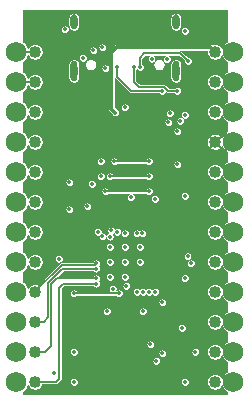
<source format=gbr>
%TF.GenerationSoftware,KiCad,Pcbnew,(5.1.10-6-gecec324121)-1*%
%TF.CreationDate,2021-07-07T13:29:09-07:00*%
%TF.ProjectId,SparkFun_ProMicro-RP2040,53706172-6b46-4756-9e5f-50726f4d6963,rev?*%
%TF.SameCoordinates,Original*%
%TF.FileFunction,Copper,L3,Inr*%
%TF.FilePolarity,Positive*%
%FSLAX46Y46*%
G04 Gerber Fmt 4.6, Leading zero omitted, Abs format (unit mm)*
G04 Created by KiCad (PCBNEW (5.1.10-6-gecec324121)-1) date 2021-07-07 13:29:09*
%MOMM*%
%LPD*%
G01*
G04 APERTURE LIST*
%TA.AperFunction,EtchedComponent*%
%ADD10C,0.100000*%
%TD*%
%TA.AperFunction,ComponentPad*%
%ADD11C,1.750000*%
%TD*%
%TA.AperFunction,ComponentPad*%
%ADD12C,1.016000*%
%TD*%
%TA.AperFunction,ComponentPad*%
%ADD13O,0.600000X1.200000*%
%TD*%
%TA.AperFunction,ViaPad*%
%ADD14C,0.352400*%
%TD*%
%TA.AperFunction,Conductor*%
%ADD15C,0.304800*%
%TD*%
%TA.AperFunction,Conductor*%
%ADD16C,0.127000*%
%TD*%
%TA.AperFunction,Conductor*%
%ADD17C,0.050800*%
%TD*%
%TA.AperFunction,Conductor*%
%ADD18C,0.100000*%
%TD*%
G04 APERTURE END LIST*
D10*
%TO.C,J5*%
G36*
X144183100Y-89143600D02*
G01*
X144333100Y-89183792D01*
X144442908Y-89293600D01*
X144483100Y-89443600D01*
X144483100Y-90063600D01*
X144442908Y-90213600D01*
X144333100Y-90323408D01*
X144183100Y-90363600D01*
X144033100Y-90323408D01*
X143923292Y-90213600D01*
X143883100Y-90063600D01*
X143883100Y-89443600D01*
X143923292Y-89293600D01*
X144033100Y-89183792D01*
X144183100Y-89143600D01*
G37*
G36*
X153119100Y-89443600D02*
G01*
X153119100Y-90063600D01*
X153078908Y-90213600D01*
X152969100Y-90323408D01*
X152819100Y-90363600D01*
X152669100Y-90323408D01*
X152559292Y-90213600D01*
X152519100Y-90063600D01*
X152519100Y-89443600D01*
X152559292Y-89293600D01*
X152669100Y-89183792D01*
X152819100Y-89143600D01*
X152969100Y-89183792D01*
X153078908Y-89293600D01*
X153119100Y-89443600D01*
G37*
G36*
X143883100Y-94478600D02*
G01*
X143883100Y-93378600D01*
X143923292Y-93228600D01*
X144033100Y-93118792D01*
X144183100Y-93078600D01*
X144333100Y-93118792D01*
X144442908Y-93228600D01*
X144483100Y-93378600D01*
X144483100Y-94478600D01*
X144442908Y-94628600D01*
X144333100Y-94738408D01*
X144183100Y-94778600D01*
X144033100Y-94738408D01*
X143923292Y-94628600D01*
X143883100Y-94478600D01*
G37*
G36*
X152519100Y-94478600D02*
G01*
X152519100Y-93378600D01*
X152559292Y-93228600D01*
X152669100Y-93118792D01*
X152819100Y-93078600D01*
X152969100Y-93118792D01*
X153078908Y-93228600D01*
X153119100Y-93378600D01*
X153119100Y-94478600D01*
X153078908Y-94628600D01*
X152969100Y-94738408D01*
X152819100Y-94778600D01*
X152669100Y-94738408D01*
X152559292Y-94628600D01*
X152519100Y-94478600D01*
G37*
%TD*%
D11*
%TO.N,/9/RX1*%
%TO.C,J3*%
X139311100Y-120243600D03*
%TO.N,/8/TX1*%
X139311100Y-117703600D03*
%TO.N,/7*%
X139311100Y-115163600D03*
%TO.N,/6*%
X139311100Y-112623600D03*
%TO.N,/5*%
X139311100Y-110083600D03*
%TO.N,/4*%
X139311100Y-107543600D03*
%TO.N,/3*%
X139311100Y-105003600D03*
%TO.N,/2*%
X139311100Y-102463600D03*
%TO.N,GND*%
X139311100Y-99923600D03*
X139311100Y-97383600D03*
%TO.N,/1/RX0*%
X139311100Y-94843600D03*
%TO.N,/0/TX0*%
X139311100Y-92303600D03*
D12*
%TO.N,/9/RX1*%
X140881100Y-120243600D03*
%TO.N,/8/TX1*%
X140881100Y-117703600D03*
%TO.N,/6*%
X140881100Y-112623600D03*
%TO.N,/7*%
X140881100Y-115163600D03*
%TO.N,/5*%
X140881100Y-110083600D03*
%TO.N,/0/TX0*%
X140881100Y-92303600D03*
%TO.N,GND*%
X140881100Y-99923600D03*
%TO.N,/1/RX0*%
X140881100Y-94843600D03*
%TO.N,GND*%
X140881100Y-97383600D03*
%TO.N,/4*%
X140881100Y-107543600D03*
%TO.N,/2*%
X140881100Y-102463600D03*
%TO.N,/3*%
X140881100Y-105003600D03*
%TD*%
D11*
%TO.N,/RAW*%
%TO.C,J4*%
X157691100Y-92303600D03*
%TO.N,GND*%
X157691100Y-94843600D03*
%TO.N,/~RESET~*%
X157691100Y-97383600D03*
%TO.N,3.3V*%
X157691100Y-99923600D03*
%TO.N,/A3*%
X157691100Y-102463600D03*
%TO.N,/A2*%
X157691100Y-105003600D03*
%TO.N,/A1*%
X157691100Y-107543600D03*
%TO.N,/A0*%
X157691100Y-110083600D03*
%TO.N,/22/SPI_SCK*%
X157691100Y-112623600D03*
%TO.N,/20/SPI_CIPO*%
X157691100Y-115163600D03*
%TO.N,/23/SPI_COPI*%
X157691100Y-117703600D03*
%TO.N,/21/SPI_~CS~*%
X157691100Y-120243600D03*
D12*
%TO.N,/RAW*%
X156121100Y-92303600D03*
%TO.N,GND*%
X156121100Y-94843600D03*
%TO.N,3.3V*%
X156121100Y-99923600D03*
%TO.N,/~RESET~*%
X156121100Y-97383600D03*
%TO.N,/A3*%
X156121100Y-102463600D03*
%TO.N,/21/SPI_~CS~*%
X156121100Y-120243600D03*
%TO.N,/22/SPI_SCK*%
X156121100Y-112623600D03*
%TO.N,/23/SPI_COPI*%
X156121100Y-117703600D03*
%TO.N,/20/SPI_CIPO*%
X156121100Y-115163600D03*
%TO.N,/A2*%
X156121100Y-105003600D03*
%TO.N,/A0*%
X156121100Y-110083600D03*
%TO.N,/A1*%
X156121100Y-107543600D03*
%TD*%
D13*
%TO.N,Net-(J5-PadSHLD1)*%
%TO.C,J5*%
X152819100Y-93928600D03*
X144183100Y-93928600D03*
X144183100Y-89748600D03*
X152819100Y-89748600D03*
%TD*%
D14*
%TO.N,GND*%
X148501100Y-97002600D03*
X143802100Y-105638600D03*
X145326100Y-105384600D03*
X149009100Y-104622600D03*
X151041100Y-104749600D03*
X153581100Y-104495600D03*
X152946100Y-101828600D03*
X152946100Y-99034600D03*
X152184100Y-98272600D03*
X152057100Y-92938600D03*
X144945100Y-92811600D03*
X143421100Y-90398600D03*
X146596100Y-91922600D03*
X153581100Y-90525600D03*
X145707100Y-103479600D03*
X147485100Y-112369600D03*
X150025100Y-114274600D03*
X146977100Y-114274600D03*
X144183100Y-117703600D03*
%TO.N,/BOOT*%
X144183100Y-120243600D03*
%TO.N,GND*%
X153327100Y-115671600D03*
X142913100Y-109829600D03*
X147231100Y-111353600D03*
X147231100Y-108813600D03*
X149771100Y-108813600D03*
X148501100Y-111353600D03*
X148501100Y-110083600D03*
X147231100Y-110083600D03*
X149771100Y-110083600D03*
X148501100Y-108813600D03*
%TO.N,/RAW*%
X147675600Y-97447100D03*
%TO.N,Net-(J5-PadA5)*%
X149771100Y-93573600D03*
X153835100Y-93065600D03*
%TO.N,Net-(J5-PadB5)*%
X146850100Y-93700600D03*
X145834100Y-92176600D03*
%TO.N,V_USB*%
X150761300Y-92912800D03*
%TO.N,3.3V*%
X152692100Y-114020600D03*
X152946100Y-111099600D03*
X148628100Y-112623600D03*
X147993100Y-117449600D03*
X150787100Y-107543600D03*
X149063100Y-107670600D03*
X144437100Y-106273600D03*
X146322156Y-111072600D03*
X153581100Y-103733600D03*
X149451100Y-99857600D03*
%TO.N,/~RESET~*%
X150533100Y-112623600D03*
X150660100Y-117068600D03*
X153200100Y-98145600D03*
%TO.N,/SWDIO*%
X150025100Y-112623600D03*
%TO.N,/SWDCK*%
X149517100Y-112623600D03*
%TO.N,/23/SPI_COPI*%
X154089100Y-110210600D03*
%TO.N,/8/TX1*%
X146088100Y-111480600D03*
%TO.N,/9/RX1*%
X146088100Y-111934600D03*
%TO.N,/6*%
X146088100Y-110210600D03*
%TO.N,/7*%
X146088100Y-110664600D03*
%TO.N,/21/SPI_~CS~*%
X153581100Y-111466100D03*
%TO.N,/17/SCL*%
X151676100Y-113512600D03*
X151676100Y-117830600D03*
%TO.N,/16/SDA*%
X151063300Y-112623600D03*
X151168100Y-118465600D03*
%TO.N,/QSPI-CLK*%
X147335900Y-107427000D03*
X147231100Y-102844600D03*
X150533100Y-102844600D03*
%TO.N,/QSPI-0*%
X147231100Y-107957200D03*
X146850100Y-104114600D03*
X150533100Y-104114600D03*
%TO.N,/QSPI-3*%
X147866100Y-107543600D03*
X147612100Y-101574600D03*
X150533100Y-101574600D03*
%TO.N,Net-(C13-Pad2)*%
X147993100Y-112750600D03*
X144183100Y-112750600D03*
%TO.N,Net-(R12-Pad2)*%
X149971100Y-107670600D03*
X153581100Y-97637600D03*
%TO.N,Net-(R13-Pad2)*%
X149517100Y-107670600D03*
X152311100Y-97510600D03*
%TO.N,1.1V*%
X148628100Y-112115600D03*
X148501100Y-107670600D03*
%TO.N,/QSPI-1*%
X146215100Y-107543600D03*
X146469100Y-101574600D03*
%TO.N,/QSPI-2*%
X146596100Y-107924600D03*
X146469100Y-102844600D03*
%TO.N,/RP_D+*%
X151676100Y-95605600D03*
X147866100Y-93573600D03*
%TO.N,/RP_D-*%
X152946100Y-95605600D03*
X149263100Y-93573600D03*
%TO.N,/BOOT*%
X142532100Y-119481600D03*
X143802100Y-103352600D03*
%TO.N,*%
X153811100Y-109613600D03*
%TO.N,GND*%
X153581100Y-120243600D03*
X154470100Y-117703600D03*
%TD*%
D15*
%TO.N,/RAW*%
X147358100Y-92349438D02*
X147358100Y-97129600D01*
X147358100Y-97129600D02*
X147675600Y-97447100D01*
X147358100Y-92349438D02*
X147797637Y-91909900D01*
X155727400Y-91909900D02*
X156121100Y-92303600D01*
X147797637Y-91909900D02*
X155727400Y-91909900D01*
D16*
%TO.N,/1/RX0*%
X139311100Y-94843600D02*
X140881100Y-94843600D01*
%TO.N,Net-(J5-PadA5)*%
X149771100Y-93573600D02*
X149771100Y-92811600D01*
X149771100Y-92811600D02*
X150152100Y-92430600D01*
X150152100Y-92430600D02*
X153200100Y-92430600D01*
X153200100Y-92430600D02*
X153835100Y-93065600D01*
%TO.N,/8/TX1*%
X146088100Y-111480600D02*
X142786100Y-111480600D01*
X142278100Y-117195600D02*
X141770100Y-117703600D01*
X141770100Y-117703600D02*
X140881100Y-117703600D01*
X142786100Y-111480600D02*
X142278100Y-111988600D01*
X142278100Y-111988600D02*
X142278100Y-117195600D01*
%TO.N,/9/RX1*%
X142697100Y-120243600D02*
X142932100Y-120008600D01*
X142697100Y-120243600D02*
X140881100Y-120243600D01*
X143290100Y-111934600D02*
X146088100Y-111934600D01*
X142932100Y-112292600D02*
X143290100Y-111934600D01*
X142932100Y-120008600D02*
X142932100Y-112292600D01*
%TO.N,/6*%
X146088100Y-110210600D02*
X145975400Y-110323300D01*
X145975400Y-110323300D02*
X143152725Y-110323300D01*
X140881100Y-112594925D02*
X140881100Y-112623600D01*
X143152725Y-110323300D02*
X140881100Y-112594925D01*
%TO.N,/7*%
X146088100Y-110664600D02*
X143221100Y-110664600D01*
X142024100Y-114782600D02*
X141643100Y-115163600D01*
X141643100Y-115163600D02*
X140881100Y-115163600D01*
X143221100Y-110664600D02*
X142024100Y-111861600D01*
X142024100Y-111861600D02*
X142024100Y-114782600D01*
%TO.N,/QSPI-CLK*%
X147231100Y-102844600D02*
X150533100Y-102844600D01*
%TO.N,/QSPI-0*%
X146850100Y-104114600D02*
X150533100Y-104114600D01*
%TO.N,/QSPI-3*%
X147612100Y-101574600D02*
X150533100Y-101574600D01*
%TO.N,Net-(C13-Pad2)*%
X147993100Y-112750600D02*
X144183100Y-112750600D01*
%TO.N,/0/TX0*%
X139311100Y-92303600D02*
X140881100Y-92303600D01*
%TO.N,/RP_D+*%
X151676100Y-95605600D02*
X149009100Y-95605600D01*
X147866100Y-94462600D02*
X147866100Y-93573600D01*
X149009100Y-95605600D02*
X147866100Y-94462600D01*
%TO.N,/RP_D-*%
X152946100Y-95605600D02*
X152158775Y-95605600D01*
X152158775Y-95605600D02*
X151817475Y-95264300D01*
X149683800Y-95264300D02*
X149263100Y-94843600D01*
X149263100Y-94843600D02*
X149263100Y-93573600D01*
X151817475Y-95264300D02*
X149683800Y-95264300D01*
%TD*%
D17*
%TO.N,3.3V*%
X157137101Y-91438127D02*
X157036171Y-91505566D01*
X156893066Y-91648671D01*
X156780630Y-91816944D01*
X156707482Y-91993541D01*
X156706339Y-91990783D01*
X156634066Y-91882620D01*
X156542080Y-91790634D01*
X156433917Y-91718361D01*
X156313731Y-91668579D01*
X156186144Y-91643200D01*
X156056056Y-91643200D01*
X155928469Y-91668579D01*
X155918725Y-91672615D01*
X155897557Y-91655242D01*
X155844606Y-91626940D01*
X155787151Y-91609511D01*
X155742366Y-91605100D01*
X155742358Y-91605100D01*
X155727400Y-91603627D01*
X155712442Y-91605100D01*
X147812594Y-91605100D01*
X147797636Y-91603627D01*
X147782678Y-91605100D01*
X147782671Y-91605100D01*
X147743526Y-91608955D01*
X147737885Y-91609511D01*
X147680430Y-91626940D01*
X147672090Y-91631398D01*
X147627480Y-91655242D01*
X147581069Y-91693332D01*
X147571529Y-91704956D01*
X147153161Y-92123326D01*
X147141532Y-92132870D01*
X147103442Y-92179282D01*
X147075140Y-92232233D01*
X147057711Y-92289688D01*
X147053300Y-92334473D01*
X147053300Y-92334480D01*
X147051827Y-92349438D01*
X147053300Y-92364396D01*
X147053300Y-93441171D01*
X147005750Y-93409398D01*
X146945949Y-93384628D01*
X146882464Y-93372000D01*
X146817736Y-93372000D01*
X146754251Y-93384628D01*
X146694450Y-93409398D01*
X146640630Y-93445360D01*
X146594860Y-93491130D01*
X146558898Y-93544950D01*
X146534128Y-93604751D01*
X146521500Y-93668236D01*
X146521500Y-93732964D01*
X146534128Y-93796449D01*
X146558898Y-93856250D01*
X146594860Y-93910070D01*
X146640630Y-93955840D01*
X146694450Y-93991802D01*
X146754251Y-94016572D01*
X146817736Y-94029200D01*
X146882464Y-94029200D01*
X146945949Y-94016572D01*
X147005750Y-93991802D01*
X147053300Y-93960029D01*
X147053301Y-97114632D01*
X147051827Y-97129600D01*
X147057711Y-97189351D01*
X147075140Y-97246805D01*
X147088315Y-97271454D01*
X147103443Y-97299757D01*
X147111029Y-97309000D01*
X147129249Y-97331200D01*
X147141533Y-97346168D01*
X147153156Y-97355707D01*
X147373226Y-97575778D01*
X147384398Y-97602750D01*
X147420360Y-97656570D01*
X147466130Y-97702340D01*
X147519950Y-97738302D01*
X147579751Y-97763072D01*
X147643236Y-97775700D01*
X147707964Y-97775700D01*
X147771449Y-97763072D01*
X147831250Y-97738302D01*
X147885070Y-97702340D01*
X147930840Y-97656570D01*
X147966802Y-97602750D01*
X147991572Y-97542949D01*
X148004200Y-97479464D01*
X148004200Y-97478236D01*
X151982500Y-97478236D01*
X151982500Y-97542964D01*
X151995128Y-97606449D01*
X152019898Y-97666250D01*
X152055860Y-97720070D01*
X152101630Y-97765840D01*
X152155450Y-97801802D01*
X152215251Y-97826572D01*
X152278736Y-97839200D01*
X152343464Y-97839200D01*
X152406949Y-97826572D01*
X152466750Y-97801802D01*
X152520570Y-97765840D01*
X152566340Y-97720070D01*
X152602302Y-97666250D01*
X152627072Y-97606449D01*
X152639700Y-97542964D01*
X152639700Y-97478236D01*
X152627072Y-97414751D01*
X152602302Y-97354950D01*
X152566340Y-97301130D01*
X152520570Y-97255360D01*
X152466750Y-97219398D01*
X152406949Y-97194628D01*
X152343464Y-97182000D01*
X152278736Y-97182000D01*
X152215251Y-97194628D01*
X152155450Y-97219398D01*
X152101630Y-97255360D01*
X152055860Y-97301130D01*
X152019898Y-97354950D01*
X151995128Y-97414751D01*
X151982500Y-97478236D01*
X148004200Y-97478236D01*
X148004200Y-97414736D01*
X147991572Y-97351251D01*
X147966802Y-97291450D01*
X147930840Y-97237630D01*
X147885070Y-97191860D01*
X147831250Y-97155898D01*
X147804278Y-97144726D01*
X147662900Y-97003349D01*
X147662900Y-96970236D01*
X148172500Y-96970236D01*
X148172500Y-97034964D01*
X148185128Y-97098449D01*
X148209898Y-97158250D01*
X148245860Y-97212070D01*
X148291630Y-97257840D01*
X148345450Y-97293802D01*
X148405251Y-97318572D01*
X148468736Y-97331200D01*
X148533464Y-97331200D01*
X148596949Y-97318572D01*
X148656750Y-97293802D01*
X148710570Y-97257840D01*
X148756340Y-97212070D01*
X148792302Y-97158250D01*
X148817072Y-97098449D01*
X148829700Y-97034964D01*
X148829700Y-96970236D01*
X148817072Y-96906751D01*
X148792302Y-96846950D01*
X148756340Y-96793130D01*
X148710570Y-96747360D01*
X148656750Y-96711398D01*
X148596949Y-96686628D01*
X148533464Y-96674000D01*
X148468736Y-96674000D01*
X148405251Y-96686628D01*
X148345450Y-96711398D01*
X148291630Y-96747360D01*
X148245860Y-96793130D01*
X148209898Y-96846950D01*
X148185128Y-96906751D01*
X148172500Y-96970236D01*
X147662900Y-96970236D01*
X147662900Y-94536488D01*
X147665670Y-94545620D01*
X147685718Y-94583127D01*
X147712697Y-94616003D01*
X147720944Y-94622771D01*
X148848934Y-95750762D01*
X148855697Y-95759003D01*
X148888572Y-95785982D01*
X148926079Y-95806030D01*
X148966776Y-95818375D01*
X149009099Y-95822544D01*
X149019698Y-95821500D01*
X151427290Y-95821500D01*
X151466630Y-95860840D01*
X151520450Y-95896802D01*
X151580251Y-95921572D01*
X151643736Y-95934200D01*
X151708464Y-95934200D01*
X151771949Y-95921572D01*
X151831750Y-95896802D01*
X151885570Y-95860840D01*
X151931340Y-95815070D01*
X151967302Y-95761250D01*
X151979543Y-95731696D01*
X151998609Y-95750762D01*
X152005372Y-95759003D01*
X152038247Y-95785982D01*
X152075754Y-95806030D01*
X152116451Y-95818375D01*
X152158774Y-95822544D01*
X152169373Y-95821500D01*
X152697290Y-95821500D01*
X152736630Y-95860840D01*
X152790450Y-95896802D01*
X152850251Y-95921572D01*
X152913736Y-95934200D01*
X152978464Y-95934200D01*
X153041949Y-95921572D01*
X153101750Y-95896802D01*
X153155570Y-95860840D01*
X153201340Y-95815070D01*
X153237302Y-95761250D01*
X153262072Y-95701449D01*
X153274700Y-95637964D01*
X153274700Y-95573236D01*
X153262072Y-95509751D01*
X153237302Y-95449950D01*
X153201340Y-95396130D01*
X153155570Y-95350360D01*
X153101750Y-95314398D01*
X153041949Y-95289628D01*
X152978464Y-95277000D01*
X152913736Y-95277000D01*
X152850251Y-95289628D01*
X152790450Y-95314398D01*
X152736630Y-95350360D01*
X152697290Y-95389700D01*
X152248203Y-95389700D01*
X151977645Y-95119143D01*
X151970878Y-95110897D01*
X151938003Y-95083918D01*
X151900496Y-95063870D01*
X151859799Y-95051525D01*
X151828074Y-95048400D01*
X151817475Y-95047356D01*
X151806876Y-95048400D01*
X149773229Y-95048400D01*
X149479000Y-94754173D01*
X149479000Y-93822410D01*
X149517100Y-93784310D01*
X149561630Y-93828840D01*
X149615450Y-93864802D01*
X149675251Y-93889572D01*
X149738736Y-93902200D01*
X149803464Y-93902200D01*
X149866949Y-93889572D01*
X149926750Y-93864802D01*
X149980570Y-93828840D01*
X150026340Y-93783070D01*
X150062302Y-93729250D01*
X150087072Y-93669449D01*
X150099700Y-93605964D01*
X150099700Y-93541236D01*
X150087072Y-93477751D01*
X150062302Y-93417950D01*
X150026340Y-93364130D01*
X149987000Y-93324790D01*
X149987000Y-92901027D01*
X150241528Y-92646500D01*
X150568382Y-92646500D01*
X150551830Y-92657560D01*
X150506060Y-92703330D01*
X150470098Y-92757150D01*
X150445328Y-92816951D01*
X150432700Y-92880436D01*
X150432700Y-92945164D01*
X150445328Y-93008649D01*
X150470098Y-93068450D01*
X150506060Y-93122270D01*
X150551830Y-93168040D01*
X150605650Y-93204002D01*
X150665451Y-93228772D01*
X150728936Y-93241400D01*
X150793664Y-93241400D01*
X150857149Y-93228772D01*
X150916950Y-93204002D01*
X150970770Y-93168040D01*
X150971437Y-93167373D01*
X150968034Y-93172466D01*
X150932046Y-93259348D01*
X150913700Y-93351580D01*
X150913700Y-93445620D01*
X150932046Y-93537852D01*
X150968034Y-93624734D01*
X151020279Y-93702925D01*
X151086775Y-93769421D01*
X151164966Y-93821666D01*
X151251848Y-93857654D01*
X151344080Y-93876000D01*
X151438120Y-93876000D01*
X151530352Y-93857654D01*
X151617234Y-93821666D01*
X151695425Y-93769421D01*
X151761921Y-93702925D01*
X151814166Y-93624734D01*
X151850154Y-93537852D01*
X151868500Y-93445620D01*
X151868500Y-93378600D01*
X152366700Y-93378600D01*
X152366700Y-94500814D01*
X152373247Y-94567285D01*
X152399115Y-94652562D01*
X152441124Y-94731155D01*
X152497658Y-94800042D01*
X152566544Y-94856576D01*
X152645137Y-94898585D01*
X152730414Y-94924453D01*
X152819100Y-94933188D01*
X152907785Y-94924453D01*
X152993062Y-94898585D01*
X153071655Y-94856576D01*
X153140542Y-94800042D01*
X153197076Y-94731156D01*
X153239085Y-94652563D01*
X153264953Y-94567286D01*
X153271500Y-94500815D01*
X153271500Y-93356385D01*
X153264953Y-93289914D01*
X153239085Y-93204637D01*
X153197076Y-93126044D01*
X153140542Y-93057158D01*
X153071656Y-93000624D01*
X152993063Y-92958615D01*
X152907786Y-92932747D01*
X152819100Y-92924012D01*
X152730415Y-92932747D01*
X152645138Y-92958615D01*
X152566545Y-93000624D01*
X152497659Y-93057158D01*
X152441125Y-93126044D01*
X152399116Y-93204637D01*
X152373248Y-93289914D01*
X152366701Y-93356385D01*
X152366701Y-93378399D01*
X152366700Y-93378600D01*
X151868500Y-93378600D01*
X151868500Y-93351580D01*
X151850154Y-93259348D01*
X151814166Y-93172466D01*
X151761921Y-93094275D01*
X151695425Y-93027779D01*
X151617234Y-92975534D01*
X151530352Y-92939546D01*
X151438120Y-92921200D01*
X151344080Y-92921200D01*
X151251848Y-92939546D01*
X151164966Y-92975534D01*
X151086775Y-93027779D01*
X151057026Y-93057528D01*
X151077272Y-93008649D01*
X151089900Y-92945164D01*
X151089900Y-92880436D01*
X151077272Y-92816951D01*
X151052502Y-92757150D01*
X151016540Y-92703330D01*
X150970770Y-92657560D01*
X150954218Y-92646500D01*
X151903618Y-92646500D01*
X151901450Y-92647398D01*
X151847630Y-92683360D01*
X151801860Y-92729130D01*
X151765898Y-92782950D01*
X151741128Y-92842751D01*
X151728500Y-92906236D01*
X151728500Y-92970964D01*
X151741128Y-93034449D01*
X151765898Y-93094250D01*
X151801860Y-93148070D01*
X151847630Y-93193840D01*
X151901450Y-93229802D01*
X151961251Y-93254572D01*
X152024736Y-93267200D01*
X152089464Y-93267200D01*
X152152949Y-93254572D01*
X152212750Y-93229802D01*
X152266570Y-93193840D01*
X152312340Y-93148070D01*
X152348302Y-93094250D01*
X152373072Y-93034449D01*
X152385700Y-92970964D01*
X152385700Y-92906236D01*
X152373072Y-92842751D01*
X152348302Y-92782950D01*
X152312340Y-92729130D01*
X152266570Y-92683360D01*
X152212750Y-92647398D01*
X152210582Y-92646500D01*
X153110673Y-92646500D01*
X153506500Y-93042328D01*
X153506500Y-93097964D01*
X153519128Y-93161449D01*
X153543898Y-93221250D01*
X153579860Y-93275070D01*
X153625630Y-93320840D01*
X153679450Y-93356802D01*
X153739251Y-93381572D01*
X153802736Y-93394200D01*
X153867464Y-93394200D01*
X153930949Y-93381572D01*
X153990750Y-93356802D01*
X154044570Y-93320840D01*
X154090340Y-93275070D01*
X154126302Y-93221250D01*
X154151072Y-93161449D01*
X154163700Y-93097964D01*
X154163700Y-93033236D01*
X154151072Y-92969751D01*
X154126302Y-92909950D01*
X154090340Y-92856130D01*
X154044570Y-92810360D01*
X153990750Y-92774398D01*
X153930949Y-92749628D01*
X153867464Y-92737000D01*
X153811828Y-92737000D01*
X153360270Y-92285443D01*
X153353503Y-92277197D01*
X153320628Y-92250218D01*
X153283121Y-92230170D01*
X153242424Y-92217825D01*
X153210699Y-92214700D01*
X155465445Y-92214700D01*
X155460700Y-92238556D01*
X155460700Y-92368644D01*
X155486079Y-92496231D01*
X155535861Y-92616417D01*
X155608134Y-92724580D01*
X155700120Y-92816566D01*
X155808283Y-92888839D01*
X155928469Y-92938621D01*
X156056056Y-92964000D01*
X156186144Y-92964000D01*
X156313731Y-92938621D01*
X156433917Y-92888839D01*
X156542080Y-92816566D01*
X156634066Y-92724580D01*
X156706339Y-92616417D01*
X156707482Y-92613659D01*
X156780630Y-92790256D01*
X156893066Y-92958529D01*
X157036171Y-93101634D01*
X157137101Y-93169073D01*
X157137101Y-93978127D01*
X157036171Y-94045566D01*
X156893066Y-94188671D01*
X156780630Y-94356944D01*
X156707482Y-94533541D01*
X156706339Y-94530783D01*
X156634066Y-94422620D01*
X156542080Y-94330634D01*
X156433917Y-94258361D01*
X156313731Y-94208579D01*
X156186144Y-94183200D01*
X156056056Y-94183200D01*
X155928469Y-94208579D01*
X155808283Y-94258361D01*
X155700120Y-94330634D01*
X155608134Y-94422620D01*
X155535861Y-94530783D01*
X155486079Y-94650969D01*
X155460700Y-94778556D01*
X155460700Y-94908644D01*
X155486079Y-95036231D01*
X155535861Y-95156417D01*
X155608134Y-95264580D01*
X155700120Y-95356566D01*
X155808283Y-95428839D01*
X155928469Y-95478621D01*
X156056056Y-95504000D01*
X156186144Y-95504000D01*
X156313731Y-95478621D01*
X156433917Y-95428839D01*
X156542080Y-95356566D01*
X156634066Y-95264580D01*
X156706339Y-95156417D01*
X156707482Y-95153659D01*
X156780630Y-95330256D01*
X156893066Y-95498529D01*
X157036171Y-95641634D01*
X157137101Y-95709073D01*
X157137101Y-96518127D01*
X157036171Y-96585566D01*
X156893066Y-96728671D01*
X156780630Y-96896944D01*
X156707482Y-97073541D01*
X156706339Y-97070783D01*
X156634066Y-96962620D01*
X156542080Y-96870634D01*
X156433917Y-96798361D01*
X156313731Y-96748579D01*
X156186144Y-96723200D01*
X156056056Y-96723200D01*
X155928469Y-96748579D01*
X155808283Y-96798361D01*
X155700120Y-96870634D01*
X155608134Y-96962620D01*
X155535861Y-97070783D01*
X155486079Y-97190969D01*
X155460700Y-97318556D01*
X155460700Y-97448644D01*
X155486079Y-97576231D01*
X155535861Y-97696417D01*
X155608134Y-97804580D01*
X155700120Y-97896566D01*
X155808283Y-97968839D01*
X155928469Y-98018621D01*
X156056056Y-98044000D01*
X156186144Y-98044000D01*
X156313731Y-98018621D01*
X156433917Y-97968839D01*
X156542080Y-97896566D01*
X156634066Y-97804580D01*
X156706339Y-97696417D01*
X156707482Y-97693659D01*
X156780630Y-97870256D01*
X156893066Y-98038529D01*
X157036171Y-98181634D01*
X157137101Y-98249073D01*
X157137101Y-99025921D01*
X157111239Y-99039744D01*
X157011440Y-99172663D01*
X157137101Y-99298324D01*
X157137101Y-99440877D01*
X156940163Y-99243940D01*
X156807244Y-99343739D01*
X156711102Y-99527313D01*
X156701940Y-99558458D01*
X156610764Y-99505213D01*
X156192376Y-99923600D01*
X156610764Y-100341987D01*
X156702871Y-100288198D01*
X156717920Y-100336345D01*
X156807244Y-100503461D01*
X156940163Y-100603260D01*
X157137101Y-100406323D01*
X157137101Y-100548876D01*
X157011440Y-100674537D01*
X157111239Y-100807456D01*
X157137101Y-100821000D01*
X157137101Y-101598127D01*
X157036171Y-101665566D01*
X156893066Y-101808671D01*
X156780630Y-101976944D01*
X156707482Y-102153541D01*
X156706339Y-102150783D01*
X156634066Y-102042620D01*
X156542080Y-101950634D01*
X156433917Y-101878361D01*
X156313731Y-101828579D01*
X156186144Y-101803200D01*
X156056056Y-101803200D01*
X155928469Y-101828579D01*
X155808283Y-101878361D01*
X155700120Y-101950634D01*
X155608134Y-102042620D01*
X155535861Y-102150783D01*
X155486079Y-102270969D01*
X155460700Y-102398556D01*
X155460700Y-102528644D01*
X155486079Y-102656231D01*
X155535861Y-102776417D01*
X155608134Y-102884580D01*
X155700120Y-102976566D01*
X155808283Y-103048839D01*
X155928469Y-103098621D01*
X156056056Y-103124000D01*
X156186144Y-103124000D01*
X156313731Y-103098621D01*
X156433917Y-103048839D01*
X156542080Y-102976566D01*
X156634066Y-102884580D01*
X156706339Y-102776417D01*
X156707482Y-102773659D01*
X156780630Y-102950256D01*
X156893066Y-103118529D01*
X157036171Y-103261634D01*
X157137101Y-103329073D01*
X157137101Y-104138127D01*
X157036171Y-104205566D01*
X156893066Y-104348671D01*
X156780630Y-104516944D01*
X156707482Y-104693541D01*
X156706339Y-104690783D01*
X156634066Y-104582620D01*
X156542080Y-104490634D01*
X156433917Y-104418361D01*
X156313731Y-104368579D01*
X156186144Y-104343200D01*
X156056056Y-104343200D01*
X155928469Y-104368579D01*
X155808283Y-104418361D01*
X155700120Y-104490634D01*
X155608134Y-104582620D01*
X155535861Y-104690783D01*
X155486079Y-104810969D01*
X155460700Y-104938556D01*
X155460700Y-105068644D01*
X155486079Y-105196231D01*
X155535861Y-105316417D01*
X155608134Y-105424580D01*
X155700120Y-105516566D01*
X155808283Y-105588839D01*
X155928469Y-105638621D01*
X156056056Y-105664000D01*
X156186144Y-105664000D01*
X156313731Y-105638621D01*
X156433917Y-105588839D01*
X156542080Y-105516566D01*
X156634066Y-105424580D01*
X156706339Y-105316417D01*
X156707482Y-105313659D01*
X156780630Y-105490256D01*
X156893066Y-105658529D01*
X157036171Y-105801634D01*
X157137100Y-105869073D01*
X157137100Y-106678127D01*
X157036171Y-106745566D01*
X156893066Y-106888671D01*
X156780630Y-107056944D01*
X156707482Y-107233541D01*
X156706339Y-107230783D01*
X156634066Y-107122620D01*
X156542080Y-107030634D01*
X156433917Y-106958361D01*
X156313731Y-106908579D01*
X156186144Y-106883200D01*
X156056056Y-106883200D01*
X155928469Y-106908579D01*
X155808283Y-106958361D01*
X155700120Y-107030634D01*
X155608134Y-107122620D01*
X155535861Y-107230783D01*
X155486079Y-107350969D01*
X155460700Y-107478556D01*
X155460700Y-107608644D01*
X155486079Y-107736231D01*
X155535861Y-107856417D01*
X155608134Y-107964580D01*
X155700120Y-108056566D01*
X155808283Y-108128839D01*
X155928469Y-108178621D01*
X156056056Y-108204000D01*
X156186144Y-108204000D01*
X156313731Y-108178621D01*
X156433917Y-108128839D01*
X156542080Y-108056566D01*
X156634066Y-107964580D01*
X156706339Y-107856417D01*
X156707482Y-107853659D01*
X156780630Y-108030256D01*
X156893066Y-108198529D01*
X157036171Y-108341634D01*
X157137100Y-108409073D01*
X157137100Y-109218127D01*
X157036171Y-109285566D01*
X156893066Y-109428671D01*
X156780630Y-109596944D01*
X156707482Y-109773541D01*
X156706339Y-109770783D01*
X156634066Y-109662620D01*
X156542080Y-109570634D01*
X156433917Y-109498361D01*
X156313731Y-109448579D01*
X156186144Y-109423200D01*
X156056056Y-109423200D01*
X155928469Y-109448579D01*
X155808283Y-109498361D01*
X155700120Y-109570634D01*
X155608134Y-109662620D01*
X155535861Y-109770783D01*
X155486079Y-109890969D01*
X155460700Y-110018556D01*
X155460700Y-110148644D01*
X155486079Y-110276231D01*
X155535861Y-110396417D01*
X155608134Y-110504580D01*
X155700120Y-110596566D01*
X155808283Y-110668839D01*
X155928469Y-110718621D01*
X156056056Y-110744000D01*
X156186144Y-110744000D01*
X156313731Y-110718621D01*
X156433917Y-110668839D01*
X156542080Y-110596566D01*
X156634066Y-110504580D01*
X156706339Y-110396417D01*
X156707482Y-110393659D01*
X156780630Y-110570256D01*
X156893066Y-110738529D01*
X157036171Y-110881634D01*
X157137100Y-110949073D01*
X157137100Y-111758127D01*
X157036171Y-111825566D01*
X156893066Y-111968671D01*
X156780630Y-112136944D01*
X156707482Y-112313541D01*
X156706339Y-112310783D01*
X156634066Y-112202620D01*
X156542080Y-112110634D01*
X156433917Y-112038361D01*
X156313731Y-111988579D01*
X156186144Y-111963200D01*
X156056056Y-111963200D01*
X155928469Y-111988579D01*
X155808283Y-112038361D01*
X155700120Y-112110634D01*
X155608134Y-112202620D01*
X155535861Y-112310783D01*
X155486079Y-112430969D01*
X155460700Y-112558556D01*
X155460700Y-112688644D01*
X155486079Y-112816231D01*
X155535861Y-112936417D01*
X155608134Y-113044580D01*
X155700120Y-113136566D01*
X155808283Y-113208839D01*
X155928469Y-113258621D01*
X156056056Y-113284000D01*
X156186144Y-113284000D01*
X156313731Y-113258621D01*
X156433917Y-113208839D01*
X156542080Y-113136566D01*
X156634066Y-113044580D01*
X156706339Y-112936417D01*
X156707482Y-112933659D01*
X156780630Y-113110256D01*
X156893066Y-113278529D01*
X157036171Y-113421634D01*
X157137100Y-113489073D01*
X157137100Y-114298128D01*
X157036171Y-114365566D01*
X156893066Y-114508671D01*
X156780630Y-114676944D01*
X156707482Y-114853541D01*
X156706339Y-114850783D01*
X156634066Y-114742620D01*
X156542080Y-114650634D01*
X156433917Y-114578361D01*
X156313731Y-114528579D01*
X156186144Y-114503200D01*
X156056056Y-114503200D01*
X155928469Y-114528579D01*
X155808283Y-114578361D01*
X155700120Y-114650634D01*
X155608134Y-114742620D01*
X155535861Y-114850783D01*
X155486079Y-114970969D01*
X155460700Y-115098556D01*
X155460700Y-115228644D01*
X155486079Y-115356231D01*
X155535861Y-115476417D01*
X155608134Y-115584580D01*
X155700120Y-115676566D01*
X155808283Y-115748839D01*
X155928469Y-115798621D01*
X156056056Y-115824000D01*
X156186144Y-115824000D01*
X156313731Y-115798621D01*
X156433917Y-115748839D01*
X156542080Y-115676566D01*
X156634066Y-115584580D01*
X156706339Y-115476417D01*
X156707482Y-115473659D01*
X156780630Y-115650256D01*
X156893066Y-115818529D01*
X157036171Y-115961634D01*
X157137100Y-116029072D01*
X157137100Y-116838128D01*
X157036171Y-116905566D01*
X156893066Y-117048671D01*
X156780630Y-117216944D01*
X156707482Y-117393541D01*
X156706339Y-117390783D01*
X156634066Y-117282620D01*
X156542080Y-117190634D01*
X156433917Y-117118361D01*
X156313731Y-117068579D01*
X156186144Y-117043200D01*
X156056056Y-117043200D01*
X155928469Y-117068579D01*
X155808283Y-117118361D01*
X155700120Y-117190634D01*
X155608134Y-117282620D01*
X155535861Y-117390783D01*
X155486079Y-117510969D01*
X155460700Y-117638556D01*
X155460700Y-117768644D01*
X155486079Y-117896231D01*
X155535861Y-118016417D01*
X155608134Y-118124580D01*
X155700120Y-118216566D01*
X155808283Y-118288839D01*
X155928469Y-118338621D01*
X156056056Y-118364000D01*
X156186144Y-118364000D01*
X156313731Y-118338621D01*
X156433917Y-118288839D01*
X156542080Y-118216566D01*
X156634066Y-118124580D01*
X156706339Y-118016417D01*
X156707482Y-118013659D01*
X156780630Y-118190256D01*
X156893066Y-118358529D01*
X157036171Y-118501634D01*
X157137100Y-118569072D01*
X157137100Y-119378128D01*
X157036171Y-119445566D01*
X156893066Y-119588671D01*
X156780630Y-119756944D01*
X156707482Y-119933541D01*
X156706339Y-119930783D01*
X156634066Y-119822620D01*
X156542080Y-119730634D01*
X156433917Y-119658361D01*
X156313731Y-119608579D01*
X156186144Y-119583200D01*
X156056056Y-119583200D01*
X155928469Y-119608579D01*
X155808283Y-119658361D01*
X155700120Y-119730634D01*
X155608134Y-119822620D01*
X155535861Y-119930783D01*
X155486079Y-120050969D01*
X155460700Y-120178556D01*
X155460700Y-120308644D01*
X155486079Y-120436231D01*
X155535861Y-120556417D01*
X155608134Y-120664580D01*
X155700120Y-120756566D01*
X155808283Y-120828839D01*
X155928469Y-120878621D01*
X156056056Y-120904000D01*
X156186144Y-120904000D01*
X156313731Y-120878621D01*
X156433917Y-120828839D01*
X156542080Y-120756566D01*
X156634066Y-120664580D01*
X156706339Y-120556417D01*
X156707482Y-120553659D01*
X156780630Y-120730256D01*
X156893066Y-120898529D01*
X157036171Y-121041634D01*
X157137100Y-121109072D01*
X157137100Y-121259600D01*
X139865100Y-121259600D01*
X139865100Y-121109072D01*
X139966029Y-121041634D01*
X140109134Y-120898529D01*
X140221570Y-120730256D01*
X140294718Y-120553659D01*
X140295861Y-120556417D01*
X140368134Y-120664580D01*
X140460120Y-120756566D01*
X140568283Y-120828839D01*
X140688469Y-120878621D01*
X140816056Y-120904000D01*
X140946144Y-120904000D01*
X141073731Y-120878621D01*
X141193917Y-120828839D01*
X141302080Y-120756566D01*
X141394066Y-120664580D01*
X141466339Y-120556417D01*
X141506483Y-120459500D01*
X142686501Y-120459500D01*
X142697100Y-120460544D01*
X142707699Y-120459500D01*
X142739424Y-120456375D01*
X142780121Y-120444030D01*
X142817628Y-120423982D01*
X142850503Y-120397003D01*
X142857270Y-120388757D01*
X143034791Y-120211236D01*
X143854500Y-120211236D01*
X143854500Y-120275964D01*
X143867128Y-120339449D01*
X143891898Y-120399250D01*
X143927860Y-120453070D01*
X143973630Y-120498840D01*
X144027450Y-120534802D01*
X144087251Y-120559572D01*
X144150736Y-120572200D01*
X144215464Y-120572200D01*
X144278949Y-120559572D01*
X144338750Y-120534802D01*
X144392570Y-120498840D01*
X144438340Y-120453070D01*
X144474302Y-120399250D01*
X144499072Y-120339449D01*
X144511700Y-120275964D01*
X144511700Y-120211236D01*
X153252500Y-120211236D01*
X153252500Y-120275964D01*
X153265128Y-120339449D01*
X153289898Y-120399250D01*
X153325860Y-120453070D01*
X153371630Y-120498840D01*
X153425450Y-120534802D01*
X153485251Y-120559572D01*
X153548736Y-120572200D01*
X153613464Y-120572200D01*
X153676949Y-120559572D01*
X153736750Y-120534802D01*
X153790570Y-120498840D01*
X153836340Y-120453070D01*
X153872302Y-120399250D01*
X153897072Y-120339449D01*
X153909700Y-120275964D01*
X153909700Y-120211236D01*
X153897072Y-120147751D01*
X153872302Y-120087950D01*
X153836340Y-120034130D01*
X153790570Y-119988360D01*
X153736750Y-119952398D01*
X153676949Y-119927628D01*
X153613464Y-119915000D01*
X153548736Y-119915000D01*
X153485251Y-119927628D01*
X153425450Y-119952398D01*
X153371630Y-119988360D01*
X153325860Y-120034130D01*
X153289898Y-120087950D01*
X153265128Y-120147751D01*
X153252500Y-120211236D01*
X144511700Y-120211236D01*
X144499072Y-120147751D01*
X144474302Y-120087950D01*
X144438340Y-120034130D01*
X144392570Y-119988360D01*
X144338750Y-119952398D01*
X144278949Y-119927628D01*
X144215464Y-119915000D01*
X144150736Y-119915000D01*
X144087251Y-119927628D01*
X144027450Y-119952398D01*
X143973630Y-119988360D01*
X143927860Y-120034130D01*
X143891898Y-120087950D01*
X143867128Y-120147751D01*
X143854500Y-120211236D01*
X143034791Y-120211236D01*
X143077263Y-120168765D01*
X143085503Y-120162003D01*
X143112482Y-120129128D01*
X143132530Y-120091621D01*
X143144875Y-120050924D01*
X143148000Y-120019199D01*
X143148000Y-120019198D01*
X143149044Y-120008601D01*
X143148000Y-119998002D01*
X143148000Y-118433236D01*
X150839500Y-118433236D01*
X150839500Y-118497964D01*
X150852128Y-118561449D01*
X150876898Y-118621250D01*
X150912860Y-118675070D01*
X150958630Y-118720840D01*
X151012450Y-118756802D01*
X151072251Y-118781572D01*
X151135736Y-118794200D01*
X151200464Y-118794200D01*
X151263949Y-118781572D01*
X151323750Y-118756802D01*
X151377570Y-118720840D01*
X151423340Y-118675070D01*
X151459302Y-118621250D01*
X151484072Y-118561449D01*
X151496700Y-118497964D01*
X151496700Y-118433236D01*
X151484072Y-118369751D01*
X151459302Y-118309950D01*
X151423340Y-118256130D01*
X151377570Y-118210360D01*
X151323750Y-118174398D01*
X151263949Y-118149628D01*
X151200464Y-118137000D01*
X151135736Y-118137000D01*
X151072251Y-118149628D01*
X151012450Y-118174398D01*
X150958630Y-118210360D01*
X150912860Y-118256130D01*
X150876898Y-118309950D01*
X150852128Y-118369751D01*
X150839500Y-118433236D01*
X143148000Y-118433236D01*
X143148000Y-117671236D01*
X143854500Y-117671236D01*
X143854500Y-117735964D01*
X143867128Y-117799449D01*
X143891898Y-117859250D01*
X143927860Y-117913070D01*
X143973630Y-117958840D01*
X144027450Y-117994802D01*
X144087251Y-118019572D01*
X144150736Y-118032200D01*
X144215464Y-118032200D01*
X144278949Y-118019572D01*
X144338750Y-117994802D01*
X144392570Y-117958840D01*
X144438340Y-117913070D01*
X144474302Y-117859250D01*
X144499072Y-117799449D01*
X144499313Y-117798236D01*
X151347500Y-117798236D01*
X151347500Y-117862964D01*
X151360128Y-117926449D01*
X151384898Y-117986250D01*
X151420860Y-118040070D01*
X151466630Y-118085840D01*
X151520450Y-118121802D01*
X151580251Y-118146572D01*
X151643736Y-118159200D01*
X151708464Y-118159200D01*
X151771949Y-118146572D01*
X151831750Y-118121802D01*
X151885570Y-118085840D01*
X151931340Y-118040070D01*
X151967302Y-117986250D01*
X151992072Y-117926449D01*
X152004700Y-117862964D01*
X152004700Y-117798236D01*
X151992072Y-117734751D01*
X151967302Y-117674950D01*
X151964821Y-117671236D01*
X154141500Y-117671236D01*
X154141500Y-117735964D01*
X154154128Y-117799449D01*
X154178898Y-117859250D01*
X154214860Y-117913070D01*
X154260630Y-117958840D01*
X154314450Y-117994802D01*
X154374251Y-118019572D01*
X154437736Y-118032200D01*
X154502464Y-118032200D01*
X154565949Y-118019572D01*
X154625750Y-117994802D01*
X154679570Y-117958840D01*
X154725340Y-117913070D01*
X154761302Y-117859250D01*
X154786072Y-117799449D01*
X154798700Y-117735964D01*
X154798700Y-117671236D01*
X154786072Y-117607751D01*
X154761302Y-117547950D01*
X154725340Y-117494130D01*
X154679570Y-117448360D01*
X154625750Y-117412398D01*
X154565949Y-117387628D01*
X154502464Y-117375000D01*
X154437736Y-117375000D01*
X154374251Y-117387628D01*
X154314450Y-117412398D01*
X154260630Y-117448360D01*
X154214860Y-117494130D01*
X154178898Y-117547950D01*
X154154128Y-117607751D01*
X154141500Y-117671236D01*
X151964821Y-117671236D01*
X151931340Y-117621130D01*
X151885570Y-117575360D01*
X151831750Y-117539398D01*
X151771949Y-117514628D01*
X151708464Y-117502000D01*
X151643736Y-117502000D01*
X151580251Y-117514628D01*
X151520450Y-117539398D01*
X151466630Y-117575360D01*
X151420860Y-117621130D01*
X151384898Y-117674950D01*
X151360128Y-117734751D01*
X151347500Y-117798236D01*
X144499313Y-117798236D01*
X144511700Y-117735964D01*
X144511700Y-117671236D01*
X144499072Y-117607751D01*
X144474302Y-117547950D01*
X144438340Y-117494130D01*
X144392570Y-117448360D01*
X144338750Y-117412398D01*
X144278949Y-117387628D01*
X144215464Y-117375000D01*
X144150736Y-117375000D01*
X144087251Y-117387628D01*
X144027450Y-117412398D01*
X143973630Y-117448360D01*
X143927860Y-117494130D01*
X143891898Y-117547950D01*
X143867128Y-117607751D01*
X143854500Y-117671236D01*
X143148000Y-117671236D01*
X143148000Y-117036236D01*
X150331500Y-117036236D01*
X150331500Y-117100964D01*
X150344128Y-117164449D01*
X150368898Y-117224250D01*
X150404860Y-117278070D01*
X150450630Y-117323840D01*
X150504450Y-117359802D01*
X150564251Y-117384572D01*
X150627736Y-117397200D01*
X150692464Y-117397200D01*
X150755949Y-117384572D01*
X150815750Y-117359802D01*
X150869570Y-117323840D01*
X150915340Y-117278070D01*
X150951302Y-117224250D01*
X150976072Y-117164449D01*
X150988700Y-117100964D01*
X150988700Y-117036236D01*
X150976072Y-116972751D01*
X150951302Y-116912950D01*
X150915340Y-116859130D01*
X150869570Y-116813360D01*
X150815750Y-116777398D01*
X150755949Y-116752628D01*
X150692464Y-116740000D01*
X150627736Y-116740000D01*
X150564251Y-116752628D01*
X150504450Y-116777398D01*
X150450630Y-116813360D01*
X150404860Y-116859130D01*
X150368898Y-116912950D01*
X150344128Y-116972751D01*
X150331500Y-117036236D01*
X143148000Y-117036236D01*
X143148000Y-115639236D01*
X152998500Y-115639236D01*
X152998500Y-115703964D01*
X153011128Y-115767449D01*
X153035898Y-115827250D01*
X153071860Y-115881070D01*
X153117630Y-115926840D01*
X153171450Y-115962802D01*
X153231251Y-115987572D01*
X153294736Y-116000200D01*
X153359464Y-116000200D01*
X153422949Y-115987572D01*
X153482750Y-115962802D01*
X153536570Y-115926840D01*
X153582340Y-115881070D01*
X153618302Y-115827250D01*
X153643072Y-115767449D01*
X153655700Y-115703964D01*
X153655700Y-115639236D01*
X153643072Y-115575751D01*
X153618302Y-115515950D01*
X153582340Y-115462130D01*
X153536570Y-115416360D01*
X153482750Y-115380398D01*
X153422949Y-115355628D01*
X153359464Y-115343000D01*
X153294736Y-115343000D01*
X153231251Y-115355628D01*
X153171450Y-115380398D01*
X153117630Y-115416360D01*
X153071860Y-115462130D01*
X153035898Y-115515950D01*
X153011128Y-115575751D01*
X152998500Y-115639236D01*
X143148000Y-115639236D01*
X143148000Y-114242236D01*
X146648500Y-114242236D01*
X146648500Y-114306964D01*
X146661128Y-114370449D01*
X146685898Y-114430250D01*
X146721860Y-114484070D01*
X146767630Y-114529840D01*
X146821450Y-114565802D01*
X146881251Y-114590572D01*
X146944736Y-114603200D01*
X147009464Y-114603200D01*
X147072949Y-114590572D01*
X147132750Y-114565802D01*
X147186570Y-114529840D01*
X147232340Y-114484070D01*
X147268302Y-114430250D01*
X147293072Y-114370449D01*
X147305700Y-114306964D01*
X147305700Y-114242236D01*
X149696500Y-114242236D01*
X149696500Y-114306964D01*
X149709128Y-114370449D01*
X149733898Y-114430250D01*
X149769860Y-114484070D01*
X149815630Y-114529840D01*
X149869450Y-114565802D01*
X149929251Y-114590572D01*
X149992736Y-114603200D01*
X150057464Y-114603200D01*
X150120949Y-114590572D01*
X150180750Y-114565802D01*
X150234570Y-114529840D01*
X150280340Y-114484070D01*
X150316302Y-114430250D01*
X150341072Y-114370449D01*
X150353700Y-114306964D01*
X150353700Y-114242236D01*
X150341072Y-114178751D01*
X150316302Y-114118950D01*
X150280340Y-114065130D01*
X150234570Y-114019360D01*
X150180750Y-113983398D01*
X150120949Y-113958628D01*
X150057464Y-113946000D01*
X149992736Y-113946000D01*
X149929251Y-113958628D01*
X149869450Y-113983398D01*
X149815630Y-114019360D01*
X149769860Y-114065130D01*
X149733898Y-114118950D01*
X149709128Y-114178751D01*
X149696500Y-114242236D01*
X147305700Y-114242236D01*
X147293072Y-114178751D01*
X147268302Y-114118950D01*
X147232340Y-114065130D01*
X147186570Y-114019360D01*
X147132750Y-113983398D01*
X147072949Y-113958628D01*
X147009464Y-113946000D01*
X146944736Y-113946000D01*
X146881251Y-113958628D01*
X146821450Y-113983398D01*
X146767630Y-114019360D01*
X146721860Y-114065130D01*
X146685898Y-114118950D01*
X146661128Y-114178751D01*
X146648500Y-114242236D01*
X143148000Y-114242236D01*
X143148000Y-113480236D01*
X151347500Y-113480236D01*
X151347500Y-113544964D01*
X151360128Y-113608449D01*
X151384898Y-113668250D01*
X151420860Y-113722070D01*
X151466630Y-113767840D01*
X151520450Y-113803802D01*
X151580251Y-113828572D01*
X151643736Y-113841200D01*
X151708464Y-113841200D01*
X151771949Y-113828572D01*
X151831750Y-113803802D01*
X151885570Y-113767840D01*
X151931340Y-113722070D01*
X151967302Y-113668250D01*
X151992072Y-113608449D01*
X152004700Y-113544964D01*
X152004700Y-113480236D01*
X151992072Y-113416751D01*
X151967302Y-113356950D01*
X151931340Y-113303130D01*
X151885570Y-113257360D01*
X151831750Y-113221398D01*
X151771949Y-113196628D01*
X151708464Y-113184000D01*
X151643736Y-113184000D01*
X151580251Y-113196628D01*
X151520450Y-113221398D01*
X151466630Y-113257360D01*
X151420860Y-113303130D01*
X151384898Y-113356950D01*
X151360128Y-113416751D01*
X151347500Y-113480236D01*
X143148000Y-113480236D01*
X143148000Y-112718236D01*
X143854500Y-112718236D01*
X143854500Y-112782964D01*
X143867128Y-112846449D01*
X143891898Y-112906250D01*
X143927860Y-112960070D01*
X143973630Y-113005840D01*
X144027450Y-113041802D01*
X144087251Y-113066572D01*
X144150736Y-113079200D01*
X144215464Y-113079200D01*
X144278949Y-113066572D01*
X144338750Y-113041802D01*
X144392570Y-113005840D01*
X144431910Y-112966500D01*
X147744290Y-112966500D01*
X147783630Y-113005840D01*
X147837450Y-113041802D01*
X147897251Y-113066572D01*
X147960736Y-113079200D01*
X148025464Y-113079200D01*
X148088949Y-113066572D01*
X148148750Y-113041802D01*
X148202570Y-113005840D01*
X148248340Y-112960070D01*
X148284302Y-112906250D01*
X148309072Y-112846449D01*
X148321700Y-112782964D01*
X148321700Y-112718236D01*
X148309072Y-112654751D01*
X148284302Y-112594950D01*
X148281821Y-112591236D01*
X149188500Y-112591236D01*
X149188500Y-112655964D01*
X149201128Y-112719449D01*
X149225898Y-112779250D01*
X149261860Y-112833070D01*
X149307630Y-112878840D01*
X149361450Y-112914802D01*
X149421251Y-112939572D01*
X149484736Y-112952200D01*
X149549464Y-112952200D01*
X149612949Y-112939572D01*
X149672750Y-112914802D01*
X149726570Y-112878840D01*
X149771100Y-112834310D01*
X149815630Y-112878840D01*
X149869450Y-112914802D01*
X149929251Y-112939572D01*
X149992736Y-112952200D01*
X150057464Y-112952200D01*
X150120949Y-112939572D01*
X150180750Y-112914802D01*
X150234570Y-112878840D01*
X150279100Y-112834310D01*
X150323630Y-112878840D01*
X150377450Y-112914802D01*
X150437251Y-112939572D01*
X150500736Y-112952200D01*
X150565464Y-112952200D01*
X150628949Y-112939572D01*
X150688750Y-112914802D01*
X150742570Y-112878840D01*
X150788340Y-112833070D01*
X150798200Y-112818314D01*
X150808060Y-112833070D01*
X150853830Y-112878840D01*
X150907650Y-112914802D01*
X150967451Y-112939572D01*
X151030936Y-112952200D01*
X151095664Y-112952200D01*
X151159149Y-112939572D01*
X151218950Y-112914802D01*
X151272770Y-112878840D01*
X151318540Y-112833070D01*
X151354502Y-112779250D01*
X151379272Y-112719449D01*
X151391900Y-112655964D01*
X151391900Y-112591236D01*
X151379272Y-112527751D01*
X151354502Y-112467950D01*
X151318540Y-112414130D01*
X151272770Y-112368360D01*
X151218950Y-112332398D01*
X151159149Y-112307628D01*
X151095664Y-112295000D01*
X151030936Y-112295000D01*
X150967451Y-112307628D01*
X150907650Y-112332398D01*
X150853830Y-112368360D01*
X150808060Y-112414130D01*
X150798200Y-112428886D01*
X150788340Y-112414130D01*
X150742570Y-112368360D01*
X150688750Y-112332398D01*
X150628949Y-112307628D01*
X150565464Y-112295000D01*
X150500736Y-112295000D01*
X150437251Y-112307628D01*
X150377450Y-112332398D01*
X150323630Y-112368360D01*
X150279100Y-112412890D01*
X150234570Y-112368360D01*
X150180750Y-112332398D01*
X150120949Y-112307628D01*
X150057464Y-112295000D01*
X149992736Y-112295000D01*
X149929251Y-112307628D01*
X149869450Y-112332398D01*
X149815630Y-112368360D01*
X149771100Y-112412890D01*
X149726570Y-112368360D01*
X149672750Y-112332398D01*
X149612949Y-112307628D01*
X149549464Y-112295000D01*
X149484736Y-112295000D01*
X149421251Y-112307628D01*
X149361450Y-112332398D01*
X149307630Y-112368360D01*
X149261860Y-112414130D01*
X149225898Y-112467950D01*
X149201128Y-112527751D01*
X149188500Y-112591236D01*
X148281821Y-112591236D01*
X148248340Y-112541130D01*
X148202570Y-112495360D01*
X148148750Y-112459398D01*
X148088949Y-112434628D01*
X148025464Y-112422000D01*
X147960736Y-112422000D01*
X147897251Y-112434628D01*
X147837450Y-112459398D01*
X147790616Y-112490692D01*
X147801072Y-112465449D01*
X147813700Y-112401964D01*
X147813700Y-112337236D01*
X147801072Y-112273751D01*
X147776302Y-112213950D01*
X147740340Y-112160130D01*
X147694570Y-112114360D01*
X147647991Y-112083236D01*
X148299500Y-112083236D01*
X148299500Y-112147964D01*
X148312128Y-112211449D01*
X148336898Y-112271250D01*
X148372860Y-112325070D01*
X148418630Y-112370840D01*
X148472450Y-112406802D01*
X148532251Y-112431572D01*
X148595736Y-112444200D01*
X148660464Y-112444200D01*
X148723949Y-112431572D01*
X148783750Y-112406802D01*
X148837570Y-112370840D01*
X148883340Y-112325070D01*
X148919302Y-112271250D01*
X148944072Y-112211449D01*
X148956700Y-112147964D01*
X148956700Y-112083236D01*
X148944072Y-112019751D01*
X148919302Y-111959950D01*
X148883340Y-111906130D01*
X148837570Y-111860360D01*
X148783750Y-111824398D01*
X148723949Y-111799628D01*
X148660464Y-111787000D01*
X148595736Y-111787000D01*
X148532251Y-111799628D01*
X148472450Y-111824398D01*
X148418630Y-111860360D01*
X148372860Y-111906130D01*
X148336898Y-111959950D01*
X148312128Y-112019751D01*
X148299500Y-112083236D01*
X147647991Y-112083236D01*
X147640750Y-112078398D01*
X147580949Y-112053628D01*
X147517464Y-112041000D01*
X147452736Y-112041000D01*
X147389251Y-112053628D01*
X147329450Y-112078398D01*
X147275630Y-112114360D01*
X147229860Y-112160130D01*
X147193898Y-112213950D01*
X147169128Y-112273751D01*
X147156500Y-112337236D01*
X147156500Y-112401964D01*
X147169128Y-112465449D01*
X147193898Y-112525250D01*
X147200212Y-112534700D01*
X144431910Y-112534700D01*
X144392570Y-112495360D01*
X144338750Y-112459398D01*
X144278949Y-112434628D01*
X144215464Y-112422000D01*
X144150736Y-112422000D01*
X144087251Y-112434628D01*
X144027450Y-112459398D01*
X143973630Y-112495360D01*
X143927860Y-112541130D01*
X143891898Y-112594950D01*
X143867128Y-112654751D01*
X143854500Y-112718236D01*
X143148000Y-112718236D01*
X143148000Y-112382027D01*
X143379529Y-112150500D01*
X145839290Y-112150500D01*
X145878630Y-112189840D01*
X145932450Y-112225802D01*
X145992251Y-112250572D01*
X146055736Y-112263200D01*
X146120464Y-112263200D01*
X146183949Y-112250572D01*
X146243750Y-112225802D01*
X146297570Y-112189840D01*
X146343340Y-112144070D01*
X146379302Y-112090250D01*
X146404072Y-112030449D01*
X146416700Y-111966964D01*
X146416700Y-111902236D01*
X146404072Y-111838751D01*
X146379302Y-111778950D01*
X146343340Y-111725130D01*
X146325810Y-111707600D01*
X146343340Y-111690070D01*
X146379302Y-111636250D01*
X146404072Y-111576449D01*
X146416700Y-111512964D01*
X146416700Y-111448236D01*
X146404072Y-111384751D01*
X146379302Y-111324950D01*
X146376821Y-111321236D01*
X146902500Y-111321236D01*
X146902500Y-111385964D01*
X146915128Y-111449449D01*
X146939898Y-111509250D01*
X146975860Y-111563070D01*
X147021630Y-111608840D01*
X147075450Y-111644802D01*
X147135251Y-111669572D01*
X147198736Y-111682200D01*
X147263464Y-111682200D01*
X147326949Y-111669572D01*
X147386750Y-111644802D01*
X147440570Y-111608840D01*
X147486340Y-111563070D01*
X147522302Y-111509250D01*
X147547072Y-111449449D01*
X147559700Y-111385964D01*
X147559700Y-111321236D01*
X148172500Y-111321236D01*
X148172500Y-111385964D01*
X148185128Y-111449449D01*
X148209898Y-111509250D01*
X148245860Y-111563070D01*
X148291630Y-111608840D01*
X148345450Y-111644802D01*
X148405251Y-111669572D01*
X148468736Y-111682200D01*
X148533464Y-111682200D01*
X148596949Y-111669572D01*
X148656750Y-111644802D01*
X148710570Y-111608840D01*
X148756340Y-111563070D01*
X148792302Y-111509250D01*
X148817072Y-111449449D01*
X148820197Y-111433736D01*
X153252500Y-111433736D01*
X153252500Y-111498464D01*
X153265128Y-111561949D01*
X153289898Y-111621750D01*
X153325860Y-111675570D01*
X153371630Y-111721340D01*
X153425450Y-111757302D01*
X153485251Y-111782072D01*
X153548736Y-111794700D01*
X153613464Y-111794700D01*
X153676949Y-111782072D01*
X153736750Y-111757302D01*
X153790570Y-111721340D01*
X153836340Y-111675570D01*
X153872302Y-111621750D01*
X153897072Y-111561949D01*
X153909700Y-111498464D01*
X153909700Y-111433736D01*
X153897072Y-111370251D01*
X153872302Y-111310450D01*
X153836340Y-111256630D01*
X153790570Y-111210860D01*
X153736750Y-111174898D01*
X153676949Y-111150128D01*
X153613464Y-111137500D01*
X153548736Y-111137500D01*
X153485251Y-111150128D01*
X153425450Y-111174898D01*
X153371630Y-111210860D01*
X153325860Y-111256630D01*
X153289898Y-111310450D01*
X153265128Y-111370251D01*
X153252500Y-111433736D01*
X148820197Y-111433736D01*
X148829700Y-111385964D01*
X148829700Y-111321236D01*
X148817072Y-111257751D01*
X148792302Y-111197950D01*
X148756340Y-111144130D01*
X148710570Y-111098360D01*
X148656750Y-111062398D01*
X148596949Y-111037628D01*
X148533464Y-111025000D01*
X148468736Y-111025000D01*
X148405251Y-111037628D01*
X148345450Y-111062398D01*
X148291630Y-111098360D01*
X148245860Y-111144130D01*
X148209898Y-111197950D01*
X148185128Y-111257751D01*
X148172500Y-111321236D01*
X147559700Y-111321236D01*
X147547072Y-111257751D01*
X147522302Y-111197950D01*
X147486340Y-111144130D01*
X147440570Y-111098360D01*
X147386750Y-111062398D01*
X147326949Y-111037628D01*
X147263464Y-111025000D01*
X147198736Y-111025000D01*
X147135251Y-111037628D01*
X147075450Y-111062398D01*
X147021630Y-111098360D01*
X146975860Y-111144130D01*
X146939898Y-111197950D01*
X146915128Y-111257751D01*
X146902500Y-111321236D01*
X146376821Y-111321236D01*
X146343340Y-111271130D01*
X146297570Y-111225360D01*
X146243750Y-111189398D01*
X146183949Y-111164628D01*
X146120464Y-111152000D01*
X146055736Y-111152000D01*
X145992251Y-111164628D01*
X145932450Y-111189398D01*
X145878630Y-111225360D01*
X145839290Y-111264700D01*
X142926328Y-111264700D01*
X143310529Y-110880500D01*
X145839290Y-110880500D01*
X145878630Y-110919840D01*
X145932450Y-110955802D01*
X145992251Y-110980572D01*
X146055736Y-110993200D01*
X146120464Y-110993200D01*
X146183949Y-110980572D01*
X146243750Y-110955802D01*
X146297570Y-110919840D01*
X146343340Y-110874070D01*
X146379302Y-110820250D01*
X146404072Y-110760449D01*
X146416700Y-110696964D01*
X146416700Y-110632236D01*
X146404072Y-110568751D01*
X146379302Y-110508950D01*
X146343340Y-110455130D01*
X146325810Y-110437600D01*
X146343340Y-110420070D01*
X146379302Y-110366250D01*
X146404072Y-110306449D01*
X146416700Y-110242964D01*
X146416700Y-110178236D01*
X146404072Y-110114751D01*
X146379302Y-110054950D01*
X146376821Y-110051236D01*
X146902500Y-110051236D01*
X146902500Y-110115964D01*
X146915128Y-110179449D01*
X146939898Y-110239250D01*
X146975860Y-110293070D01*
X147021630Y-110338840D01*
X147075450Y-110374802D01*
X147135251Y-110399572D01*
X147198736Y-110412200D01*
X147263464Y-110412200D01*
X147326949Y-110399572D01*
X147386750Y-110374802D01*
X147440570Y-110338840D01*
X147486340Y-110293070D01*
X147522302Y-110239250D01*
X147547072Y-110179449D01*
X147559700Y-110115964D01*
X147559700Y-110051236D01*
X148172500Y-110051236D01*
X148172500Y-110115964D01*
X148185128Y-110179449D01*
X148209898Y-110239250D01*
X148245860Y-110293070D01*
X148291630Y-110338840D01*
X148345450Y-110374802D01*
X148405251Y-110399572D01*
X148468736Y-110412200D01*
X148533464Y-110412200D01*
X148596949Y-110399572D01*
X148656750Y-110374802D01*
X148710570Y-110338840D01*
X148756340Y-110293070D01*
X148792302Y-110239250D01*
X148817072Y-110179449D01*
X148829700Y-110115964D01*
X148829700Y-110051236D01*
X149442500Y-110051236D01*
X149442500Y-110115964D01*
X149455128Y-110179449D01*
X149479898Y-110239250D01*
X149515860Y-110293070D01*
X149561630Y-110338840D01*
X149615450Y-110374802D01*
X149675251Y-110399572D01*
X149738736Y-110412200D01*
X149803464Y-110412200D01*
X149866949Y-110399572D01*
X149926750Y-110374802D01*
X149980570Y-110338840D01*
X150026340Y-110293070D01*
X150062302Y-110239250D01*
X150087072Y-110179449D01*
X150087313Y-110178236D01*
X153760500Y-110178236D01*
X153760500Y-110242964D01*
X153773128Y-110306449D01*
X153797898Y-110366250D01*
X153833860Y-110420070D01*
X153879630Y-110465840D01*
X153933450Y-110501802D01*
X153993251Y-110526572D01*
X154056736Y-110539200D01*
X154121464Y-110539200D01*
X154184949Y-110526572D01*
X154244750Y-110501802D01*
X154298570Y-110465840D01*
X154344340Y-110420070D01*
X154380302Y-110366250D01*
X154405072Y-110306449D01*
X154417700Y-110242964D01*
X154417700Y-110178236D01*
X154405072Y-110114751D01*
X154380302Y-110054950D01*
X154344340Y-110001130D01*
X154298570Y-109955360D01*
X154244750Y-109919398D01*
X154184949Y-109894628D01*
X154121464Y-109882000D01*
X154056736Y-109882000D01*
X153993251Y-109894628D01*
X153933450Y-109919398D01*
X153879630Y-109955360D01*
X153833860Y-110001130D01*
X153797898Y-110054950D01*
X153773128Y-110114751D01*
X153760500Y-110178236D01*
X150087313Y-110178236D01*
X150099700Y-110115964D01*
X150099700Y-110051236D01*
X150087072Y-109987751D01*
X150062302Y-109927950D01*
X150026340Y-109874130D01*
X149980570Y-109828360D01*
X149926750Y-109792398D01*
X149866949Y-109767628D01*
X149803464Y-109755000D01*
X149738736Y-109755000D01*
X149675251Y-109767628D01*
X149615450Y-109792398D01*
X149561630Y-109828360D01*
X149515860Y-109874130D01*
X149479898Y-109927950D01*
X149455128Y-109987751D01*
X149442500Y-110051236D01*
X148829700Y-110051236D01*
X148817072Y-109987751D01*
X148792302Y-109927950D01*
X148756340Y-109874130D01*
X148710570Y-109828360D01*
X148656750Y-109792398D01*
X148596949Y-109767628D01*
X148533464Y-109755000D01*
X148468736Y-109755000D01*
X148405251Y-109767628D01*
X148345450Y-109792398D01*
X148291630Y-109828360D01*
X148245860Y-109874130D01*
X148209898Y-109927950D01*
X148185128Y-109987751D01*
X148172500Y-110051236D01*
X147559700Y-110051236D01*
X147547072Y-109987751D01*
X147522302Y-109927950D01*
X147486340Y-109874130D01*
X147440570Y-109828360D01*
X147386750Y-109792398D01*
X147326949Y-109767628D01*
X147263464Y-109755000D01*
X147198736Y-109755000D01*
X147135251Y-109767628D01*
X147075450Y-109792398D01*
X147021630Y-109828360D01*
X146975860Y-109874130D01*
X146939898Y-109927950D01*
X146915128Y-109987751D01*
X146902500Y-110051236D01*
X146376821Y-110051236D01*
X146343340Y-110001130D01*
X146297570Y-109955360D01*
X146243750Y-109919398D01*
X146183949Y-109894628D01*
X146120464Y-109882000D01*
X146055736Y-109882000D01*
X145992251Y-109894628D01*
X145932450Y-109919398D01*
X145878630Y-109955360D01*
X145832860Y-110001130D01*
X145796898Y-110054950D01*
X145775173Y-110107400D01*
X143163324Y-110107400D01*
X143152725Y-110106356D01*
X143142126Y-110107400D01*
X143110401Y-110110525D01*
X143069704Y-110122870D01*
X143032197Y-110142918D01*
X142999322Y-110169897D01*
X142992565Y-110178131D01*
X141150373Y-112020325D01*
X141073731Y-111988579D01*
X140946144Y-111963200D01*
X140816056Y-111963200D01*
X140688469Y-111988579D01*
X140568283Y-112038361D01*
X140460120Y-112110634D01*
X140368134Y-112202620D01*
X140295861Y-112310783D01*
X140294718Y-112313541D01*
X140221570Y-112136944D01*
X140109134Y-111968671D01*
X139966029Y-111825566D01*
X139865100Y-111758128D01*
X139865100Y-110949072D01*
X139966029Y-110881634D01*
X140109134Y-110738529D01*
X140221570Y-110570256D01*
X140294718Y-110393659D01*
X140295861Y-110396417D01*
X140368134Y-110504580D01*
X140460120Y-110596566D01*
X140568283Y-110668839D01*
X140688469Y-110718621D01*
X140816056Y-110744000D01*
X140946144Y-110744000D01*
X141073731Y-110718621D01*
X141193917Y-110668839D01*
X141302080Y-110596566D01*
X141394066Y-110504580D01*
X141466339Y-110396417D01*
X141516121Y-110276231D01*
X141541500Y-110148644D01*
X141541500Y-110018556D01*
X141516121Y-109890969D01*
X141477297Y-109797236D01*
X142584500Y-109797236D01*
X142584500Y-109861964D01*
X142597128Y-109925449D01*
X142621898Y-109985250D01*
X142657860Y-110039070D01*
X142703630Y-110084840D01*
X142757450Y-110120802D01*
X142817251Y-110145572D01*
X142880736Y-110158200D01*
X142945464Y-110158200D01*
X143008949Y-110145572D01*
X143068750Y-110120802D01*
X143122570Y-110084840D01*
X143168340Y-110039070D01*
X143204302Y-109985250D01*
X143229072Y-109925449D01*
X143241700Y-109861964D01*
X143241700Y-109797236D01*
X143229072Y-109733751D01*
X143204302Y-109673950D01*
X143168340Y-109620130D01*
X143129446Y-109581236D01*
X153482500Y-109581236D01*
X153482500Y-109645964D01*
X153495128Y-109709449D01*
X153519898Y-109769250D01*
X153555860Y-109823070D01*
X153601630Y-109868840D01*
X153655450Y-109904802D01*
X153715251Y-109929572D01*
X153778736Y-109942200D01*
X153843464Y-109942200D01*
X153906949Y-109929572D01*
X153966750Y-109904802D01*
X154020570Y-109868840D01*
X154066340Y-109823070D01*
X154102302Y-109769250D01*
X154127072Y-109709449D01*
X154139700Y-109645964D01*
X154139700Y-109581236D01*
X154127072Y-109517751D01*
X154102302Y-109457950D01*
X154066340Y-109404130D01*
X154020570Y-109358360D01*
X153966750Y-109322398D01*
X153906949Y-109297628D01*
X153843464Y-109285000D01*
X153778736Y-109285000D01*
X153715251Y-109297628D01*
X153655450Y-109322398D01*
X153601630Y-109358360D01*
X153555860Y-109404130D01*
X153519898Y-109457950D01*
X153495128Y-109517751D01*
X153482500Y-109581236D01*
X143129446Y-109581236D01*
X143122570Y-109574360D01*
X143068750Y-109538398D01*
X143008949Y-109513628D01*
X142945464Y-109501000D01*
X142880736Y-109501000D01*
X142817251Y-109513628D01*
X142757450Y-109538398D01*
X142703630Y-109574360D01*
X142657860Y-109620130D01*
X142621898Y-109673950D01*
X142597128Y-109733751D01*
X142584500Y-109797236D01*
X141477297Y-109797236D01*
X141466339Y-109770783D01*
X141394066Y-109662620D01*
X141302080Y-109570634D01*
X141193917Y-109498361D01*
X141073731Y-109448579D01*
X140946144Y-109423200D01*
X140816056Y-109423200D01*
X140688469Y-109448579D01*
X140568283Y-109498361D01*
X140460120Y-109570634D01*
X140368134Y-109662620D01*
X140295861Y-109770783D01*
X140294718Y-109773541D01*
X140221570Y-109596944D01*
X140109134Y-109428671D01*
X139966029Y-109285566D01*
X139865100Y-109218128D01*
X139865100Y-108781236D01*
X146902500Y-108781236D01*
X146902500Y-108845964D01*
X146915128Y-108909449D01*
X146939898Y-108969250D01*
X146975860Y-109023070D01*
X147021630Y-109068840D01*
X147075450Y-109104802D01*
X147135251Y-109129572D01*
X147198736Y-109142200D01*
X147263464Y-109142200D01*
X147326949Y-109129572D01*
X147386750Y-109104802D01*
X147440570Y-109068840D01*
X147486340Y-109023070D01*
X147522302Y-108969250D01*
X147547072Y-108909449D01*
X147559700Y-108845964D01*
X147559700Y-108781236D01*
X148172500Y-108781236D01*
X148172500Y-108845964D01*
X148185128Y-108909449D01*
X148209898Y-108969250D01*
X148245860Y-109023070D01*
X148291630Y-109068840D01*
X148345450Y-109104802D01*
X148405251Y-109129572D01*
X148468736Y-109142200D01*
X148533464Y-109142200D01*
X148596949Y-109129572D01*
X148656750Y-109104802D01*
X148710570Y-109068840D01*
X148756340Y-109023070D01*
X148792302Y-108969250D01*
X148817072Y-108909449D01*
X148829700Y-108845964D01*
X148829700Y-108781236D01*
X149442500Y-108781236D01*
X149442500Y-108845964D01*
X149455128Y-108909449D01*
X149479898Y-108969250D01*
X149515860Y-109023070D01*
X149561630Y-109068840D01*
X149615450Y-109104802D01*
X149675251Y-109129572D01*
X149738736Y-109142200D01*
X149803464Y-109142200D01*
X149866949Y-109129572D01*
X149926750Y-109104802D01*
X149980570Y-109068840D01*
X150026340Y-109023070D01*
X150062302Y-108969250D01*
X150087072Y-108909449D01*
X150099700Y-108845964D01*
X150099700Y-108781236D01*
X150087072Y-108717751D01*
X150062302Y-108657950D01*
X150026340Y-108604130D01*
X149980570Y-108558360D01*
X149926750Y-108522398D01*
X149866949Y-108497628D01*
X149803464Y-108485000D01*
X149738736Y-108485000D01*
X149675251Y-108497628D01*
X149615450Y-108522398D01*
X149561630Y-108558360D01*
X149515860Y-108604130D01*
X149479898Y-108657950D01*
X149455128Y-108717751D01*
X149442500Y-108781236D01*
X148829700Y-108781236D01*
X148817072Y-108717751D01*
X148792302Y-108657950D01*
X148756340Y-108604130D01*
X148710570Y-108558360D01*
X148656750Y-108522398D01*
X148596949Y-108497628D01*
X148533464Y-108485000D01*
X148468736Y-108485000D01*
X148405251Y-108497628D01*
X148345450Y-108522398D01*
X148291630Y-108558360D01*
X148245860Y-108604130D01*
X148209898Y-108657950D01*
X148185128Y-108717751D01*
X148172500Y-108781236D01*
X147559700Y-108781236D01*
X147547072Y-108717751D01*
X147522302Y-108657950D01*
X147486340Y-108604130D01*
X147440570Y-108558360D01*
X147386750Y-108522398D01*
X147326949Y-108497628D01*
X147263464Y-108485000D01*
X147198736Y-108485000D01*
X147135251Y-108497628D01*
X147075450Y-108522398D01*
X147021630Y-108558360D01*
X146975860Y-108604130D01*
X146939898Y-108657950D01*
X146915128Y-108717751D01*
X146902500Y-108781236D01*
X139865100Y-108781236D01*
X139865100Y-108409072D01*
X139966029Y-108341634D01*
X140109134Y-108198529D01*
X140221570Y-108030256D01*
X140294718Y-107853659D01*
X140295861Y-107856417D01*
X140368134Y-107964580D01*
X140460120Y-108056566D01*
X140568283Y-108128839D01*
X140688469Y-108178621D01*
X140816056Y-108204000D01*
X140946144Y-108204000D01*
X141073731Y-108178621D01*
X141193917Y-108128839D01*
X141302080Y-108056566D01*
X141394066Y-107964580D01*
X141466339Y-107856417D01*
X141516121Y-107736231D01*
X141541500Y-107608644D01*
X141541500Y-107511236D01*
X145886500Y-107511236D01*
X145886500Y-107575964D01*
X145899128Y-107639449D01*
X145923898Y-107699250D01*
X145959860Y-107753070D01*
X146005630Y-107798840D01*
X146059450Y-107834802D01*
X146119251Y-107859572D01*
X146182736Y-107872200D01*
X146247464Y-107872200D01*
X146272475Y-107867225D01*
X146267500Y-107892236D01*
X146267500Y-107956964D01*
X146280128Y-108020449D01*
X146304898Y-108080250D01*
X146340860Y-108134070D01*
X146386630Y-108179840D01*
X146440450Y-108215802D01*
X146500251Y-108240572D01*
X146563736Y-108253200D01*
X146628464Y-108253200D01*
X146691949Y-108240572D01*
X146751750Y-108215802D01*
X146805570Y-108179840D01*
X146851340Y-108134070D01*
X146887302Y-108080250D01*
X146909756Y-108026041D01*
X146915128Y-108053049D01*
X146939898Y-108112850D01*
X146975860Y-108166670D01*
X147021630Y-108212440D01*
X147075450Y-108248402D01*
X147135251Y-108273172D01*
X147198736Y-108285800D01*
X147263464Y-108285800D01*
X147326949Y-108273172D01*
X147386750Y-108248402D01*
X147440570Y-108212440D01*
X147486340Y-108166670D01*
X147522302Y-108112850D01*
X147547072Y-108053049D01*
X147559700Y-107989564D01*
X147559700Y-107924836D01*
X147547072Y-107861351D01*
X147522302Y-107801550D01*
X147486340Y-107747730D01*
X147466986Y-107728376D01*
X147491550Y-107718202D01*
X147545370Y-107682240D01*
X147561267Y-107666343D01*
X147574898Y-107699250D01*
X147610860Y-107753070D01*
X147656630Y-107798840D01*
X147710450Y-107834802D01*
X147770251Y-107859572D01*
X147833736Y-107872200D01*
X147898464Y-107872200D01*
X147961949Y-107859572D01*
X148021750Y-107834802D01*
X148075570Y-107798840D01*
X148121340Y-107753070D01*
X148157302Y-107699250D01*
X148172500Y-107662558D01*
X148172500Y-107702964D01*
X148185128Y-107766449D01*
X148209898Y-107826250D01*
X148245860Y-107880070D01*
X148291630Y-107925840D01*
X148345450Y-107961802D01*
X148405251Y-107986572D01*
X148468736Y-107999200D01*
X148533464Y-107999200D01*
X148596949Y-107986572D01*
X148656750Y-107961802D01*
X148710570Y-107925840D01*
X148756340Y-107880070D01*
X148792302Y-107826250D01*
X148817072Y-107766449D01*
X148829700Y-107702964D01*
X148829700Y-107638236D01*
X149188500Y-107638236D01*
X149188500Y-107702964D01*
X149201128Y-107766449D01*
X149225898Y-107826250D01*
X149261860Y-107880070D01*
X149307630Y-107925840D01*
X149361450Y-107961802D01*
X149421251Y-107986572D01*
X149484736Y-107999200D01*
X149549464Y-107999200D01*
X149612949Y-107986572D01*
X149672750Y-107961802D01*
X149726570Y-107925840D01*
X149744100Y-107908310D01*
X149761630Y-107925840D01*
X149815450Y-107961802D01*
X149875251Y-107986572D01*
X149938736Y-107999200D01*
X150003464Y-107999200D01*
X150066949Y-107986572D01*
X150126750Y-107961802D01*
X150180570Y-107925840D01*
X150226340Y-107880070D01*
X150262302Y-107826250D01*
X150287072Y-107766449D01*
X150299700Y-107702964D01*
X150299700Y-107638236D01*
X150287072Y-107574751D01*
X150262302Y-107514950D01*
X150226340Y-107461130D01*
X150180570Y-107415360D01*
X150126750Y-107379398D01*
X150066949Y-107354628D01*
X150003464Y-107342000D01*
X149938736Y-107342000D01*
X149875251Y-107354628D01*
X149815450Y-107379398D01*
X149761630Y-107415360D01*
X149744100Y-107432890D01*
X149726570Y-107415360D01*
X149672750Y-107379398D01*
X149612949Y-107354628D01*
X149549464Y-107342000D01*
X149484736Y-107342000D01*
X149421251Y-107354628D01*
X149361450Y-107379398D01*
X149307630Y-107415360D01*
X149261860Y-107461130D01*
X149225898Y-107514950D01*
X149201128Y-107574751D01*
X149188500Y-107638236D01*
X148829700Y-107638236D01*
X148817072Y-107574751D01*
X148792302Y-107514950D01*
X148756340Y-107461130D01*
X148710570Y-107415360D01*
X148656750Y-107379398D01*
X148596949Y-107354628D01*
X148533464Y-107342000D01*
X148468736Y-107342000D01*
X148405251Y-107354628D01*
X148345450Y-107379398D01*
X148291630Y-107415360D01*
X148245860Y-107461130D01*
X148209898Y-107514950D01*
X148194700Y-107551642D01*
X148194700Y-107511236D01*
X148182072Y-107447751D01*
X148157302Y-107387950D01*
X148121340Y-107334130D01*
X148075570Y-107288360D01*
X148021750Y-107252398D01*
X147961949Y-107227628D01*
X147898464Y-107215000D01*
X147833736Y-107215000D01*
X147770251Y-107227628D01*
X147710450Y-107252398D01*
X147656630Y-107288360D01*
X147640733Y-107304257D01*
X147627102Y-107271350D01*
X147591140Y-107217530D01*
X147545370Y-107171760D01*
X147491550Y-107135798D01*
X147431749Y-107111028D01*
X147368264Y-107098400D01*
X147303536Y-107098400D01*
X147240051Y-107111028D01*
X147180250Y-107135798D01*
X147126430Y-107171760D01*
X147080660Y-107217530D01*
X147044698Y-107271350D01*
X147019928Y-107331151D01*
X147007300Y-107394636D01*
X147007300Y-107459364D01*
X147019928Y-107522849D01*
X147044698Y-107582650D01*
X147080660Y-107636470D01*
X147100014Y-107655824D01*
X147075450Y-107665998D01*
X147021630Y-107701960D01*
X146975860Y-107747730D01*
X146939898Y-107801550D01*
X146917444Y-107855759D01*
X146912072Y-107828751D01*
X146887302Y-107768950D01*
X146851340Y-107715130D01*
X146805570Y-107669360D01*
X146751750Y-107633398D01*
X146691949Y-107608628D01*
X146628464Y-107596000D01*
X146563736Y-107596000D01*
X146538725Y-107600975D01*
X146543700Y-107575964D01*
X146543700Y-107511236D01*
X146531072Y-107447751D01*
X146506302Y-107387950D01*
X146470340Y-107334130D01*
X146424570Y-107288360D01*
X146370750Y-107252398D01*
X146310949Y-107227628D01*
X146247464Y-107215000D01*
X146182736Y-107215000D01*
X146119251Y-107227628D01*
X146059450Y-107252398D01*
X146005630Y-107288360D01*
X145959860Y-107334130D01*
X145923898Y-107387950D01*
X145899128Y-107447751D01*
X145886500Y-107511236D01*
X141541500Y-107511236D01*
X141541500Y-107478556D01*
X141516121Y-107350969D01*
X141466339Y-107230783D01*
X141394066Y-107122620D01*
X141302080Y-107030634D01*
X141193917Y-106958361D01*
X141073731Y-106908579D01*
X140946144Y-106883200D01*
X140816056Y-106883200D01*
X140688469Y-106908579D01*
X140568283Y-106958361D01*
X140460120Y-107030634D01*
X140368134Y-107122620D01*
X140295861Y-107230783D01*
X140294718Y-107233541D01*
X140221570Y-107056944D01*
X140109134Y-106888671D01*
X139966029Y-106745566D01*
X139865100Y-106678128D01*
X139865100Y-105869072D01*
X139966029Y-105801634D01*
X140109134Y-105658529D01*
X140221570Y-105490256D01*
X140294718Y-105313659D01*
X140295861Y-105316417D01*
X140368134Y-105424580D01*
X140460120Y-105516566D01*
X140568283Y-105588839D01*
X140688469Y-105638621D01*
X140816056Y-105664000D01*
X140946144Y-105664000D01*
X141073731Y-105638621D01*
X141151916Y-105606236D01*
X143473500Y-105606236D01*
X143473500Y-105670964D01*
X143486128Y-105734449D01*
X143510898Y-105794250D01*
X143546860Y-105848070D01*
X143592630Y-105893840D01*
X143646450Y-105929802D01*
X143706251Y-105954572D01*
X143769736Y-105967200D01*
X143834464Y-105967200D01*
X143897949Y-105954572D01*
X143957750Y-105929802D01*
X144011570Y-105893840D01*
X144057340Y-105848070D01*
X144093302Y-105794250D01*
X144118072Y-105734449D01*
X144130700Y-105670964D01*
X144130700Y-105606236D01*
X144118072Y-105542751D01*
X144093302Y-105482950D01*
X144057340Y-105429130D01*
X144011570Y-105383360D01*
X143964991Y-105352236D01*
X144997500Y-105352236D01*
X144997500Y-105416964D01*
X145010128Y-105480449D01*
X145034898Y-105540250D01*
X145070860Y-105594070D01*
X145116630Y-105639840D01*
X145170450Y-105675802D01*
X145230251Y-105700572D01*
X145293736Y-105713200D01*
X145358464Y-105713200D01*
X145421949Y-105700572D01*
X145481750Y-105675802D01*
X145535570Y-105639840D01*
X145581340Y-105594070D01*
X145617302Y-105540250D01*
X145642072Y-105480449D01*
X145654700Y-105416964D01*
X145654700Y-105352236D01*
X145642072Y-105288751D01*
X145617302Y-105228950D01*
X145581340Y-105175130D01*
X145535570Y-105129360D01*
X145481750Y-105093398D01*
X145421949Y-105068628D01*
X145358464Y-105056000D01*
X145293736Y-105056000D01*
X145230251Y-105068628D01*
X145170450Y-105093398D01*
X145116630Y-105129360D01*
X145070860Y-105175130D01*
X145034898Y-105228950D01*
X145010128Y-105288751D01*
X144997500Y-105352236D01*
X143964991Y-105352236D01*
X143957750Y-105347398D01*
X143897949Y-105322628D01*
X143834464Y-105310000D01*
X143769736Y-105310000D01*
X143706251Y-105322628D01*
X143646450Y-105347398D01*
X143592630Y-105383360D01*
X143546860Y-105429130D01*
X143510898Y-105482950D01*
X143486128Y-105542751D01*
X143473500Y-105606236D01*
X141151916Y-105606236D01*
X141193917Y-105588839D01*
X141302080Y-105516566D01*
X141394066Y-105424580D01*
X141466339Y-105316417D01*
X141516121Y-105196231D01*
X141541500Y-105068644D01*
X141541500Y-104938556D01*
X141516121Y-104810969D01*
X141466339Y-104690783D01*
X141394066Y-104582620D01*
X141302080Y-104490634D01*
X141193917Y-104418361D01*
X141073731Y-104368579D01*
X140946144Y-104343200D01*
X140816056Y-104343200D01*
X140688469Y-104368579D01*
X140568283Y-104418361D01*
X140460120Y-104490634D01*
X140368134Y-104582620D01*
X140295861Y-104690783D01*
X140294718Y-104693541D01*
X140221570Y-104516944D01*
X140109134Y-104348671D01*
X139966029Y-104205566D01*
X139865100Y-104138128D01*
X139865100Y-104082236D01*
X146521500Y-104082236D01*
X146521500Y-104146964D01*
X146534128Y-104210449D01*
X146558898Y-104270250D01*
X146594860Y-104324070D01*
X146640630Y-104369840D01*
X146694450Y-104405802D01*
X146754251Y-104430572D01*
X146817736Y-104443200D01*
X146882464Y-104443200D01*
X146945949Y-104430572D01*
X147005750Y-104405802D01*
X147059570Y-104369840D01*
X147098910Y-104330500D01*
X148855618Y-104330500D01*
X148853450Y-104331398D01*
X148799630Y-104367360D01*
X148753860Y-104413130D01*
X148717898Y-104466950D01*
X148693128Y-104526751D01*
X148680500Y-104590236D01*
X148680500Y-104654964D01*
X148693128Y-104718449D01*
X148717898Y-104778250D01*
X148753860Y-104832070D01*
X148799630Y-104877840D01*
X148853450Y-104913802D01*
X148913251Y-104938572D01*
X148976736Y-104951200D01*
X149041464Y-104951200D01*
X149104949Y-104938572D01*
X149164750Y-104913802D01*
X149218570Y-104877840D01*
X149264340Y-104832070D01*
X149300302Y-104778250D01*
X149325072Y-104718449D01*
X149325313Y-104717236D01*
X150712500Y-104717236D01*
X150712500Y-104781964D01*
X150725128Y-104845449D01*
X150749898Y-104905250D01*
X150785860Y-104959070D01*
X150831630Y-105004840D01*
X150885450Y-105040802D01*
X150945251Y-105065572D01*
X151008736Y-105078200D01*
X151073464Y-105078200D01*
X151136949Y-105065572D01*
X151196750Y-105040802D01*
X151250570Y-105004840D01*
X151296340Y-104959070D01*
X151332302Y-104905250D01*
X151357072Y-104845449D01*
X151369700Y-104781964D01*
X151369700Y-104717236D01*
X151357072Y-104653751D01*
X151332302Y-104593950D01*
X151296340Y-104540130D01*
X151250570Y-104494360D01*
X151203991Y-104463236D01*
X153252500Y-104463236D01*
X153252500Y-104527964D01*
X153265128Y-104591449D01*
X153289898Y-104651250D01*
X153325860Y-104705070D01*
X153371630Y-104750840D01*
X153425450Y-104786802D01*
X153485251Y-104811572D01*
X153548736Y-104824200D01*
X153613464Y-104824200D01*
X153676949Y-104811572D01*
X153736750Y-104786802D01*
X153790570Y-104750840D01*
X153836340Y-104705070D01*
X153872302Y-104651250D01*
X153897072Y-104591449D01*
X153909700Y-104527964D01*
X153909700Y-104463236D01*
X153897072Y-104399751D01*
X153872302Y-104339950D01*
X153836340Y-104286130D01*
X153790570Y-104240360D01*
X153736750Y-104204398D01*
X153676949Y-104179628D01*
X153613464Y-104167000D01*
X153548736Y-104167000D01*
X153485251Y-104179628D01*
X153425450Y-104204398D01*
X153371630Y-104240360D01*
X153325860Y-104286130D01*
X153289898Y-104339950D01*
X153265128Y-104399751D01*
X153252500Y-104463236D01*
X151203991Y-104463236D01*
X151196750Y-104458398D01*
X151136949Y-104433628D01*
X151073464Y-104421000D01*
X151008736Y-104421000D01*
X150945251Y-104433628D01*
X150885450Y-104458398D01*
X150831630Y-104494360D01*
X150785860Y-104540130D01*
X150749898Y-104593950D01*
X150725128Y-104653751D01*
X150712500Y-104717236D01*
X149325313Y-104717236D01*
X149337700Y-104654964D01*
X149337700Y-104590236D01*
X149325072Y-104526751D01*
X149300302Y-104466950D01*
X149264340Y-104413130D01*
X149218570Y-104367360D01*
X149164750Y-104331398D01*
X149162582Y-104330500D01*
X150284290Y-104330500D01*
X150323630Y-104369840D01*
X150377450Y-104405802D01*
X150437251Y-104430572D01*
X150500736Y-104443200D01*
X150565464Y-104443200D01*
X150628949Y-104430572D01*
X150688750Y-104405802D01*
X150742570Y-104369840D01*
X150788340Y-104324070D01*
X150824302Y-104270250D01*
X150849072Y-104210449D01*
X150861700Y-104146964D01*
X150861700Y-104082236D01*
X150849072Y-104018751D01*
X150824302Y-103958950D01*
X150788340Y-103905130D01*
X150742570Y-103859360D01*
X150688750Y-103823398D01*
X150628949Y-103798628D01*
X150565464Y-103786000D01*
X150500736Y-103786000D01*
X150437251Y-103798628D01*
X150377450Y-103823398D01*
X150323630Y-103859360D01*
X150284290Y-103898700D01*
X147098910Y-103898700D01*
X147059570Y-103859360D01*
X147005750Y-103823398D01*
X146945949Y-103798628D01*
X146882464Y-103786000D01*
X146817736Y-103786000D01*
X146754251Y-103798628D01*
X146694450Y-103823398D01*
X146640630Y-103859360D01*
X146594860Y-103905130D01*
X146558898Y-103958950D01*
X146534128Y-104018751D01*
X146521500Y-104082236D01*
X139865100Y-104082236D01*
X139865100Y-103329072D01*
X139878324Y-103320236D01*
X143473500Y-103320236D01*
X143473500Y-103384964D01*
X143486128Y-103448449D01*
X143510898Y-103508250D01*
X143546860Y-103562070D01*
X143592630Y-103607840D01*
X143646450Y-103643802D01*
X143706251Y-103668572D01*
X143769736Y-103681200D01*
X143834464Y-103681200D01*
X143897949Y-103668572D01*
X143957750Y-103643802D01*
X144011570Y-103607840D01*
X144057340Y-103562070D01*
X144093302Y-103508250D01*
X144118072Y-103448449D01*
X144118313Y-103447236D01*
X145378500Y-103447236D01*
X145378500Y-103511964D01*
X145391128Y-103575449D01*
X145415898Y-103635250D01*
X145451860Y-103689070D01*
X145497630Y-103734840D01*
X145551450Y-103770802D01*
X145611251Y-103795572D01*
X145674736Y-103808200D01*
X145739464Y-103808200D01*
X145802949Y-103795572D01*
X145862750Y-103770802D01*
X145916570Y-103734840D01*
X145962340Y-103689070D01*
X145998302Y-103635250D01*
X146023072Y-103575449D01*
X146035700Y-103511964D01*
X146035700Y-103447236D01*
X146023072Y-103383751D01*
X145998302Y-103323950D01*
X145962340Y-103270130D01*
X145916570Y-103224360D01*
X145862750Y-103188398D01*
X145802949Y-103163628D01*
X145739464Y-103151000D01*
X145674736Y-103151000D01*
X145611251Y-103163628D01*
X145551450Y-103188398D01*
X145497630Y-103224360D01*
X145451860Y-103270130D01*
X145415898Y-103323950D01*
X145391128Y-103383751D01*
X145378500Y-103447236D01*
X144118313Y-103447236D01*
X144130700Y-103384964D01*
X144130700Y-103320236D01*
X144118072Y-103256751D01*
X144093302Y-103196950D01*
X144057340Y-103143130D01*
X144011570Y-103097360D01*
X143957750Y-103061398D01*
X143897949Y-103036628D01*
X143834464Y-103024000D01*
X143769736Y-103024000D01*
X143706251Y-103036628D01*
X143646450Y-103061398D01*
X143592630Y-103097360D01*
X143546860Y-103143130D01*
X143510898Y-103196950D01*
X143486128Y-103256751D01*
X143473500Y-103320236D01*
X139878324Y-103320236D01*
X139966029Y-103261634D01*
X140109134Y-103118529D01*
X140221570Y-102950256D01*
X140294718Y-102773659D01*
X140295861Y-102776417D01*
X140368134Y-102884580D01*
X140460120Y-102976566D01*
X140568283Y-103048839D01*
X140688469Y-103098621D01*
X140816056Y-103124000D01*
X140946144Y-103124000D01*
X141073731Y-103098621D01*
X141193917Y-103048839D01*
X141302080Y-102976566D01*
X141394066Y-102884580D01*
X141442405Y-102812236D01*
X146140500Y-102812236D01*
X146140500Y-102876964D01*
X146153128Y-102940449D01*
X146177898Y-103000250D01*
X146213860Y-103054070D01*
X146259630Y-103099840D01*
X146313450Y-103135802D01*
X146373251Y-103160572D01*
X146436736Y-103173200D01*
X146501464Y-103173200D01*
X146564949Y-103160572D01*
X146624750Y-103135802D01*
X146678570Y-103099840D01*
X146724340Y-103054070D01*
X146760302Y-103000250D01*
X146785072Y-102940449D01*
X146797700Y-102876964D01*
X146797700Y-102812236D01*
X146902500Y-102812236D01*
X146902500Y-102876964D01*
X146915128Y-102940449D01*
X146939898Y-103000250D01*
X146975860Y-103054070D01*
X147021630Y-103099840D01*
X147075450Y-103135802D01*
X147135251Y-103160572D01*
X147198736Y-103173200D01*
X147263464Y-103173200D01*
X147326949Y-103160572D01*
X147386750Y-103135802D01*
X147440570Y-103099840D01*
X147479910Y-103060500D01*
X150284290Y-103060500D01*
X150323630Y-103099840D01*
X150377450Y-103135802D01*
X150437251Y-103160572D01*
X150500736Y-103173200D01*
X150565464Y-103173200D01*
X150628949Y-103160572D01*
X150688750Y-103135802D01*
X150742570Y-103099840D01*
X150788340Y-103054070D01*
X150824302Y-103000250D01*
X150849072Y-102940449D01*
X150861700Y-102876964D01*
X150861700Y-102812236D01*
X150849072Y-102748751D01*
X150824302Y-102688950D01*
X150788340Y-102635130D01*
X150742570Y-102589360D01*
X150688750Y-102553398D01*
X150628949Y-102528628D01*
X150565464Y-102516000D01*
X150500736Y-102516000D01*
X150437251Y-102528628D01*
X150377450Y-102553398D01*
X150323630Y-102589360D01*
X150284290Y-102628700D01*
X147479910Y-102628700D01*
X147440570Y-102589360D01*
X147386750Y-102553398D01*
X147326949Y-102528628D01*
X147263464Y-102516000D01*
X147198736Y-102516000D01*
X147135251Y-102528628D01*
X147075450Y-102553398D01*
X147021630Y-102589360D01*
X146975860Y-102635130D01*
X146939898Y-102688950D01*
X146915128Y-102748751D01*
X146902500Y-102812236D01*
X146797700Y-102812236D01*
X146785072Y-102748751D01*
X146760302Y-102688950D01*
X146724340Y-102635130D01*
X146678570Y-102589360D01*
X146624750Y-102553398D01*
X146564949Y-102528628D01*
X146501464Y-102516000D01*
X146436736Y-102516000D01*
X146373251Y-102528628D01*
X146313450Y-102553398D01*
X146259630Y-102589360D01*
X146213860Y-102635130D01*
X146177898Y-102688950D01*
X146153128Y-102748751D01*
X146140500Y-102812236D01*
X141442405Y-102812236D01*
X141466339Y-102776417D01*
X141516121Y-102656231D01*
X141541500Y-102528644D01*
X141541500Y-102398556D01*
X141516121Y-102270969D01*
X141466339Y-102150783D01*
X141394066Y-102042620D01*
X141302080Y-101950634D01*
X141193917Y-101878361D01*
X141073731Y-101828579D01*
X140946144Y-101803200D01*
X140816056Y-101803200D01*
X140688469Y-101828579D01*
X140568283Y-101878361D01*
X140460120Y-101950634D01*
X140368134Y-102042620D01*
X140295861Y-102150783D01*
X140294718Y-102153541D01*
X140221570Y-101976944D01*
X140109134Y-101808671D01*
X139966029Y-101665566D01*
X139865100Y-101598128D01*
X139865100Y-101542236D01*
X146140500Y-101542236D01*
X146140500Y-101606964D01*
X146153128Y-101670449D01*
X146177898Y-101730250D01*
X146213860Y-101784070D01*
X146259630Y-101829840D01*
X146313450Y-101865802D01*
X146373251Y-101890572D01*
X146436736Y-101903200D01*
X146501464Y-101903200D01*
X146564949Y-101890572D01*
X146624750Y-101865802D01*
X146678570Y-101829840D01*
X146724340Y-101784070D01*
X146760302Y-101730250D01*
X146785072Y-101670449D01*
X146797700Y-101606964D01*
X146797700Y-101542236D01*
X147283500Y-101542236D01*
X147283500Y-101606964D01*
X147296128Y-101670449D01*
X147320898Y-101730250D01*
X147356860Y-101784070D01*
X147402630Y-101829840D01*
X147456450Y-101865802D01*
X147516251Y-101890572D01*
X147579736Y-101903200D01*
X147644464Y-101903200D01*
X147707949Y-101890572D01*
X147767750Y-101865802D01*
X147821570Y-101829840D01*
X147860910Y-101790500D01*
X150284290Y-101790500D01*
X150323630Y-101829840D01*
X150377450Y-101865802D01*
X150437251Y-101890572D01*
X150500736Y-101903200D01*
X150565464Y-101903200D01*
X150628949Y-101890572D01*
X150688750Y-101865802D01*
X150742570Y-101829840D01*
X150776174Y-101796236D01*
X152617500Y-101796236D01*
X152617500Y-101860964D01*
X152630128Y-101924449D01*
X152654898Y-101984250D01*
X152690860Y-102038070D01*
X152736630Y-102083840D01*
X152790450Y-102119802D01*
X152850251Y-102144572D01*
X152913736Y-102157200D01*
X152978464Y-102157200D01*
X153041949Y-102144572D01*
X153101750Y-102119802D01*
X153155570Y-102083840D01*
X153201340Y-102038070D01*
X153237302Y-101984250D01*
X153262072Y-101924449D01*
X153274700Y-101860964D01*
X153274700Y-101796236D01*
X153262072Y-101732751D01*
X153237302Y-101672950D01*
X153201340Y-101619130D01*
X153155570Y-101573360D01*
X153101750Y-101537398D01*
X153041949Y-101512628D01*
X152978464Y-101500000D01*
X152913736Y-101500000D01*
X152850251Y-101512628D01*
X152790450Y-101537398D01*
X152736630Y-101573360D01*
X152690860Y-101619130D01*
X152654898Y-101672950D01*
X152630128Y-101732751D01*
X152617500Y-101796236D01*
X150776174Y-101796236D01*
X150788340Y-101784070D01*
X150824302Y-101730250D01*
X150849072Y-101670449D01*
X150861700Y-101606964D01*
X150861700Y-101542236D01*
X150849072Y-101478751D01*
X150824302Y-101418950D01*
X150788340Y-101365130D01*
X150742570Y-101319360D01*
X150688750Y-101283398D01*
X150628949Y-101258628D01*
X150565464Y-101246000D01*
X150500736Y-101246000D01*
X150437251Y-101258628D01*
X150377450Y-101283398D01*
X150323630Y-101319360D01*
X150284290Y-101358700D01*
X147860910Y-101358700D01*
X147821570Y-101319360D01*
X147767750Y-101283398D01*
X147707949Y-101258628D01*
X147644464Y-101246000D01*
X147579736Y-101246000D01*
X147516251Y-101258628D01*
X147456450Y-101283398D01*
X147402630Y-101319360D01*
X147356860Y-101365130D01*
X147320898Y-101418950D01*
X147296128Y-101478751D01*
X147283500Y-101542236D01*
X146797700Y-101542236D01*
X146785072Y-101478751D01*
X146760302Y-101418950D01*
X146724340Y-101365130D01*
X146678570Y-101319360D01*
X146624750Y-101283398D01*
X146564949Y-101258628D01*
X146501464Y-101246000D01*
X146436736Y-101246000D01*
X146373251Y-101258628D01*
X146313450Y-101283398D01*
X146259630Y-101319360D01*
X146213860Y-101365130D01*
X146177898Y-101418950D01*
X146153128Y-101478751D01*
X146140500Y-101542236D01*
X139865100Y-101542236D01*
X139865100Y-100789072D01*
X139966029Y-100721634D01*
X140109134Y-100578529D01*
X140221570Y-100410256D01*
X140294718Y-100233659D01*
X140295861Y-100236417D01*
X140368134Y-100344580D01*
X140460120Y-100436566D01*
X140568283Y-100508839D01*
X140688469Y-100558621D01*
X140816056Y-100584000D01*
X140946144Y-100584000D01*
X141073731Y-100558621D01*
X141193917Y-100508839D01*
X141302080Y-100436566D01*
X141325382Y-100413264D01*
X155702713Y-100413264D01*
X155758380Y-100508587D01*
X155879475Y-100568109D01*
X156009855Y-100602864D01*
X156144511Y-100611514D01*
X156278267Y-100593729D01*
X156405983Y-100550191D01*
X156483820Y-100508587D01*
X156539487Y-100413264D01*
X156121100Y-99994876D01*
X155702713Y-100413264D01*
X141325382Y-100413264D01*
X141394066Y-100344580D01*
X141466339Y-100236417D01*
X141516121Y-100116231D01*
X141541500Y-99988644D01*
X141541500Y-99947011D01*
X155433186Y-99947011D01*
X155450971Y-100080767D01*
X155494509Y-100208483D01*
X155536113Y-100286320D01*
X155631436Y-100341987D01*
X156049824Y-99923600D01*
X155631436Y-99505213D01*
X155536113Y-99560880D01*
X155476591Y-99681975D01*
X155441836Y-99812355D01*
X155433186Y-99947011D01*
X141541500Y-99947011D01*
X141541500Y-99858556D01*
X141516121Y-99730969D01*
X141466339Y-99610783D01*
X141394066Y-99502620D01*
X141325382Y-99433936D01*
X155702713Y-99433936D01*
X156121100Y-99852324D01*
X156539487Y-99433936D01*
X156483820Y-99338613D01*
X156362725Y-99279091D01*
X156232345Y-99244336D01*
X156097689Y-99235686D01*
X155963933Y-99253471D01*
X155836217Y-99297009D01*
X155758380Y-99338613D01*
X155702713Y-99433936D01*
X141325382Y-99433936D01*
X141302080Y-99410634D01*
X141193917Y-99338361D01*
X141073731Y-99288579D01*
X140946144Y-99263200D01*
X140816056Y-99263200D01*
X140688469Y-99288579D01*
X140568283Y-99338361D01*
X140460120Y-99410634D01*
X140368134Y-99502620D01*
X140295861Y-99610783D01*
X140294718Y-99613541D01*
X140221570Y-99436944D01*
X140109134Y-99268671D01*
X139966029Y-99125566D01*
X139865100Y-99058128D01*
X139865100Y-99002236D01*
X152617500Y-99002236D01*
X152617500Y-99066964D01*
X152630128Y-99130449D01*
X152654898Y-99190250D01*
X152690860Y-99244070D01*
X152736630Y-99289840D01*
X152790450Y-99325802D01*
X152850251Y-99350572D01*
X152913736Y-99363200D01*
X152978464Y-99363200D01*
X153041949Y-99350572D01*
X153101750Y-99325802D01*
X153155570Y-99289840D01*
X153201340Y-99244070D01*
X153237302Y-99190250D01*
X153262072Y-99130449D01*
X153274700Y-99066964D01*
X153274700Y-99002236D01*
X153262072Y-98938751D01*
X153237302Y-98878950D01*
X153201340Y-98825130D01*
X153155570Y-98779360D01*
X153101750Y-98743398D01*
X153041949Y-98718628D01*
X152978464Y-98706000D01*
X152913736Y-98706000D01*
X152850251Y-98718628D01*
X152790450Y-98743398D01*
X152736630Y-98779360D01*
X152690860Y-98825130D01*
X152654898Y-98878950D01*
X152630128Y-98938751D01*
X152617500Y-99002236D01*
X139865100Y-99002236D01*
X139865100Y-98249072D01*
X139878324Y-98240236D01*
X151855500Y-98240236D01*
X151855500Y-98304964D01*
X151868128Y-98368449D01*
X151892898Y-98428250D01*
X151928860Y-98482070D01*
X151974630Y-98527840D01*
X152028450Y-98563802D01*
X152088251Y-98588572D01*
X152151736Y-98601200D01*
X152216464Y-98601200D01*
X152279949Y-98588572D01*
X152339750Y-98563802D01*
X152393570Y-98527840D01*
X152439340Y-98482070D01*
X152475302Y-98428250D01*
X152500072Y-98368449D01*
X152512700Y-98304964D01*
X152512700Y-98240236D01*
X152500072Y-98176751D01*
X152475302Y-98116950D01*
X152472821Y-98113236D01*
X152871500Y-98113236D01*
X152871500Y-98177964D01*
X152884128Y-98241449D01*
X152908898Y-98301250D01*
X152944860Y-98355070D01*
X152990630Y-98400840D01*
X153044450Y-98436802D01*
X153104251Y-98461572D01*
X153167736Y-98474200D01*
X153232464Y-98474200D01*
X153295949Y-98461572D01*
X153355750Y-98436802D01*
X153409570Y-98400840D01*
X153455340Y-98355070D01*
X153491302Y-98301250D01*
X153516072Y-98241449D01*
X153528700Y-98177964D01*
X153528700Y-98113236D01*
X153516072Y-98049751D01*
X153491302Y-97989950D01*
X153460008Y-97943116D01*
X153485251Y-97953572D01*
X153548736Y-97966200D01*
X153613464Y-97966200D01*
X153676949Y-97953572D01*
X153736750Y-97928802D01*
X153790570Y-97892840D01*
X153836340Y-97847070D01*
X153872302Y-97793250D01*
X153897072Y-97733449D01*
X153909700Y-97669964D01*
X153909700Y-97605236D01*
X153897072Y-97541751D01*
X153872302Y-97481950D01*
X153836340Y-97428130D01*
X153790570Y-97382360D01*
X153736750Y-97346398D01*
X153676949Y-97321628D01*
X153613464Y-97309000D01*
X153548736Y-97309000D01*
X153485251Y-97321628D01*
X153425450Y-97346398D01*
X153371630Y-97382360D01*
X153325860Y-97428130D01*
X153289898Y-97481950D01*
X153265128Y-97541751D01*
X153252500Y-97605236D01*
X153252500Y-97669964D01*
X153265128Y-97733449D01*
X153289898Y-97793250D01*
X153321192Y-97840084D01*
X153295949Y-97829628D01*
X153232464Y-97817000D01*
X153167736Y-97817000D01*
X153104251Y-97829628D01*
X153044450Y-97854398D01*
X152990630Y-97890360D01*
X152944860Y-97936130D01*
X152908898Y-97989950D01*
X152884128Y-98049751D01*
X152871500Y-98113236D01*
X152472821Y-98113236D01*
X152439340Y-98063130D01*
X152393570Y-98017360D01*
X152339750Y-97981398D01*
X152279949Y-97956628D01*
X152216464Y-97944000D01*
X152151736Y-97944000D01*
X152088251Y-97956628D01*
X152028450Y-97981398D01*
X151974630Y-98017360D01*
X151928860Y-98063130D01*
X151892898Y-98116950D01*
X151868128Y-98176751D01*
X151855500Y-98240236D01*
X139878324Y-98240236D01*
X139966029Y-98181634D01*
X140109134Y-98038529D01*
X140221570Y-97870256D01*
X140294718Y-97693659D01*
X140295861Y-97696417D01*
X140368134Y-97804580D01*
X140460120Y-97896566D01*
X140568283Y-97968839D01*
X140688469Y-98018621D01*
X140816056Y-98044000D01*
X140946144Y-98044000D01*
X141073731Y-98018621D01*
X141193917Y-97968839D01*
X141302080Y-97896566D01*
X141394066Y-97804580D01*
X141466339Y-97696417D01*
X141516121Y-97576231D01*
X141541500Y-97448644D01*
X141541500Y-97318556D01*
X141516121Y-97190969D01*
X141466339Y-97070783D01*
X141394066Y-96962620D01*
X141302080Y-96870634D01*
X141193917Y-96798361D01*
X141073731Y-96748579D01*
X140946144Y-96723200D01*
X140816056Y-96723200D01*
X140688469Y-96748579D01*
X140568283Y-96798361D01*
X140460120Y-96870634D01*
X140368134Y-96962620D01*
X140295861Y-97070783D01*
X140294718Y-97073541D01*
X140221570Y-96896944D01*
X140109134Y-96728671D01*
X139966029Y-96585566D01*
X139865100Y-96518128D01*
X139865100Y-95709072D01*
X139966029Y-95641634D01*
X140109134Y-95498529D01*
X140221570Y-95330256D01*
X140294718Y-95153659D01*
X140295861Y-95156417D01*
X140368134Y-95264580D01*
X140460120Y-95356566D01*
X140568283Y-95428839D01*
X140688469Y-95478621D01*
X140816056Y-95504000D01*
X140946144Y-95504000D01*
X141073731Y-95478621D01*
X141193917Y-95428839D01*
X141302080Y-95356566D01*
X141394066Y-95264580D01*
X141466339Y-95156417D01*
X141516121Y-95036231D01*
X141541500Y-94908644D01*
X141541500Y-94778556D01*
X141516121Y-94650969D01*
X141466339Y-94530783D01*
X141394066Y-94422620D01*
X141302080Y-94330634D01*
X141193917Y-94258361D01*
X141073731Y-94208579D01*
X140946144Y-94183200D01*
X140816056Y-94183200D01*
X140688469Y-94208579D01*
X140568283Y-94258361D01*
X140460120Y-94330634D01*
X140368134Y-94422620D01*
X140295861Y-94530783D01*
X140294718Y-94533541D01*
X140221570Y-94356944D01*
X140109134Y-94188671D01*
X139966029Y-94045566D01*
X139865100Y-93978128D01*
X139865100Y-93378600D01*
X143730700Y-93378600D01*
X143730700Y-94500814D01*
X143737247Y-94567285D01*
X143763115Y-94652562D01*
X143805124Y-94731155D01*
X143861658Y-94800042D01*
X143930544Y-94856576D01*
X144009137Y-94898585D01*
X144094414Y-94924453D01*
X144183100Y-94933188D01*
X144271785Y-94924453D01*
X144357062Y-94898585D01*
X144435655Y-94856576D01*
X144504542Y-94800042D01*
X144561076Y-94731156D01*
X144603085Y-94652563D01*
X144628953Y-94567286D01*
X144635500Y-94500815D01*
X144635500Y-93356385D01*
X144635027Y-93351580D01*
X145133700Y-93351580D01*
X145133700Y-93445620D01*
X145152046Y-93537852D01*
X145188034Y-93624734D01*
X145240279Y-93702925D01*
X145306775Y-93769421D01*
X145384966Y-93821666D01*
X145471848Y-93857654D01*
X145564080Y-93876000D01*
X145658120Y-93876000D01*
X145750352Y-93857654D01*
X145837234Y-93821666D01*
X145915425Y-93769421D01*
X145981921Y-93702925D01*
X146034166Y-93624734D01*
X146070154Y-93537852D01*
X146088500Y-93445620D01*
X146088500Y-93351580D01*
X146070154Y-93259348D01*
X146034166Y-93172466D01*
X145981921Y-93094275D01*
X145915425Y-93027779D01*
X145837234Y-92975534D01*
X145750352Y-92939546D01*
X145658120Y-92921200D01*
X145564080Y-92921200D01*
X145471848Y-92939546D01*
X145384966Y-92975534D01*
X145306775Y-93027779D01*
X145240279Y-93094275D01*
X145188034Y-93172466D01*
X145152046Y-93259348D01*
X145133700Y-93351580D01*
X144635027Y-93351580D01*
X144628953Y-93289914D01*
X144603085Y-93204637D01*
X144561076Y-93126044D01*
X144504542Y-93057158D01*
X144435656Y-93000624D01*
X144357063Y-92958615D01*
X144271786Y-92932747D01*
X144183100Y-92924012D01*
X144094415Y-92932747D01*
X144009138Y-92958615D01*
X143930545Y-93000624D01*
X143861659Y-93057158D01*
X143805125Y-93126044D01*
X143763116Y-93204637D01*
X143737248Y-93289914D01*
X143730701Y-93356385D01*
X143730701Y-93378399D01*
X143730700Y-93378600D01*
X139865100Y-93378600D01*
X139865100Y-93169072D01*
X139966029Y-93101634D01*
X140109134Y-92958529D01*
X140221570Y-92790256D01*
X140294718Y-92613659D01*
X140295861Y-92616417D01*
X140368134Y-92724580D01*
X140460120Y-92816566D01*
X140568283Y-92888839D01*
X140688469Y-92938621D01*
X140816056Y-92964000D01*
X140946144Y-92964000D01*
X141073731Y-92938621D01*
X141193917Y-92888839D01*
X141302080Y-92816566D01*
X141339410Y-92779236D01*
X144616500Y-92779236D01*
X144616500Y-92843964D01*
X144629128Y-92907449D01*
X144653898Y-92967250D01*
X144689860Y-93021070D01*
X144735630Y-93066840D01*
X144789450Y-93102802D01*
X144849251Y-93127572D01*
X144912736Y-93140200D01*
X144977464Y-93140200D01*
X145040949Y-93127572D01*
X145100750Y-93102802D01*
X145154570Y-93066840D01*
X145200340Y-93021070D01*
X145236302Y-92967250D01*
X145261072Y-92907449D01*
X145273700Y-92843964D01*
X145273700Y-92779236D01*
X145261072Y-92715751D01*
X145236302Y-92655950D01*
X145200340Y-92602130D01*
X145154570Y-92556360D01*
X145100750Y-92520398D01*
X145040949Y-92495628D01*
X144977464Y-92483000D01*
X144912736Y-92483000D01*
X144849251Y-92495628D01*
X144789450Y-92520398D01*
X144735630Y-92556360D01*
X144689860Y-92602130D01*
X144653898Y-92655950D01*
X144629128Y-92715751D01*
X144616500Y-92779236D01*
X141339410Y-92779236D01*
X141394066Y-92724580D01*
X141466339Y-92616417D01*
X141516121Y-92496231D01*
X141541500Y-92368644D01*
X141541500Y-92238556D01*
X141522739Y-92144236D01*
X145505500Y-92144236D01*
X145505500Y-92208964D01*
X145518128Y-92272449D01*
X145542898Y-92332250D01*
X145578860Y-92386070D01*
X145624630Y-92431840D01*
X145678450Y-92467802D01*
X145738251Y-92492572D01*
X145801736Y-92505200D01*
X145866464Y-92505200D01*
X145929949Y-92492572D01*
X145989750Y-92467802D01*
X146043570Y-92431840D01*
X146089340Y-92386070D01*
X146125302Y-92332250D01*
X146150072Y-92272449D01*
X146162700Y-92208964D01*
X146162700Y-92144236D01*
X146150072Y-92080751D01*
X146125302Y-92020950D01*
X146089340Y-91967130D01*
X146043570Y-91921360D01*
X145996991Y-91890236D01*
X146267500Y-91890236D01*
X146267500Y-91954964D01*
X146280128Y-92018449D01*
X146304898Y-92078250D01*
X146340860Y-92132070D01*
X146386630Y-92177840D01*
X146440450Y-92213802D01*
X146500251Y-92238572D01*
X146563736Y-92251200D01*
X146628464Y-92251200D01*
X146691949Y-92238572D01*
X146751750Y-92213802D01*
X146805570Y-92177840D01*
X146851340Y-92132070D01*
X146887302Y-92078250D01*
X146912072Y-92018449D01*
X146924700Y-91954964D01*
X146924700Y-91890236D01*
X146912072Y-91826751D01*
X146887302Y-91766950D01*
X146851340Y-91713130D01*
X146805570Y-91667360D01*
X146751750Y-91631398D01*
X146691949Y-91606628D01*
X146628464Y-91594000D01*
X146563736Y-91594000D01*
X146500251Y-91606628D01*
X146440450Y-91631398D01*
X146386630Y-91667360D01*
X146340860Y-91713130D01*
X146304898Y-91766950D01*
X146280128Y-91826751D01*
X146267500Y-91890236D01*
X145996991Y-91890236D01*
X145989750Y-91885398D01*
X145929949Y-91860628D01*
X145866464Y-91848000D01*
X145801736Y-91848000D01*
X145738251Y-91860628D01*
X145678450Y-91885398D01*
X145624630Y-91921360D01*
X145578860Y-91967130D01*
X145542898Y-92020950D01*
X145518128Y-92080751D01*
X145505500Y-92144236D01*
X141522739Y-92144236D01*
X141516121Y-92110969D01*
X141466339Y-91990783D01*
X141394066Y-91882620D01*
X141302080Y-91790634D01*
X141193917Y-91718361D01*
X141073731Y-91668579D01*
X140946144Y-91643200D01*
X140816056Y-91643200D01*
X140688469Y-91668579D01*
X140568283Y-91718361D01*
X140460120Y-91790634D01*
X140368134Y-91882620D01*
X140295861Y-91990783D01*
X140294718Y-91993541D01*
X140221570Y-91816944D01*
X140109134Y-91648671D01*
X139966029Y-91505566D01*
X139865100Y-91438128D01*
X139865100Y-90366236D01*
X143092500Y-90366236D01*
X143092500Y-90430964D01*
X143105128Y-90494449D01*
X143129898Y-90554250D01*
X143165860Y-90608070D01*
X143211630Y-90653840D01*
X143265450Y-90689802D01*
X143325251Y-90714572D01*
X143388736Y-90727200D01*
X143453464Y-90727200D01*
X143516949Y-90714572D01*
X143576750Y-90689802D01*
X143630570Y-90653840D01*
X143676340Y-90608070D01*
X143712302Y-90554250D01*
X143737072Y-90494449D01*
X143749700Y-90430964D01*
X143749700Y-90366236D01*
X143737072Y-90302751D01*
X143712302Y-90242950D01*
X143676340Y-90189130D01*
X143630570Y-90143360D01*
X143576750Y-90107398D01*
X143516949Y-90082628D01*
X143453464Y-90070000D01*
X143388736Y-90070000D01*
X143325251Y-90082628D01*
X143265450Y-90107398D01*
X143211630Y-90143360D01*
X143165860Y-90189130D01*
X143129898Y-90242950D01*
X143105128Y-90302751D01*
X143092500Y-90366236D01*
X139865100Y-90366236D01*
X139865100Y-89443600D01*
X143730700Y-89443600D01*
X143730700Y-90085814D01*
X143737247Y-90152285D01*
X143763115Y-90237562D01*
X143805124Y-90316155D01*
X143861658Y-90385042D01*
X143930544Y-90441576D01*
X144009137Y-90483585D01*
X144094414Y-90509453D01*
X144183100Y-90518188D01*
X144271785Y-90509453D01*
X144357062Y-90483585D01*
X144435655Y-90441576D01*
X144504542Y-90385042D01*
X144561076Y-90316156D01*
X144603085Y-90237563D01*
X144628953Y-90152286D01*
X144635500Y-90085815D01*
X144635500Y-89443600D01*
X152366700Y-89443600D01*
X152366700Y-90085814D01*
X152373247Y-90152285D01*
X152399115Y-90237562D01*
X152441124Y-90316155D01*
X152497658Y-90385042D01*
X152566544Y-90441576D01*
X152645137Y-90483585D01*
X152730414Y-90509453D01*
X152819100Y-90518188D01*
X152907785Y-90509453D01*
X152961246Y-90493236D01*
X153252500Y-90493236D01*
X153252500Y-90557964D01*
X153265128Y-90621449D01*
X153289898Y-90681250D01*
X153325860Y-90735070D01*
X153371630Y-90780840D01*
X153425450Y-90816802D01*
X153485251Y-90841572D01*
X153548736Y-90854200D01*
X153613464Y-90854200D01*
X153676949Y-90841572D01*
X153736750Y-90816802D01*
X153790570Y-90780840D01*
X153836340Y-90735070D01*
X153872302Y-90681250D01*
X153897072Y-90621449D01*
X153909700Y-90557964D01*
X153909700Y-90493236D01*
X153897072Y-90429751D01*
X153872302Y-90369950D01*
X153836340Y-90316130D01*
X153790570Y-90270360D01*
X153736750Y-90234398D01*
X153676949Y-90209628D01*
X153613464Y-90197000D01*
X153548736Y-90197000D01*
X153485251Y-90209628D01*
X153425450Y-90234398D01*
X153371630Y-90270360D01*
X153325860Y-90316130D01*
X153289898Y-90369950D01*
X153265128Y-90429751D01*
X153252500Y-90493236D01*
X152961246Y-90493236D01*
X152993062Y-90483585D01*
X153071655Y-90441576D01*
X153140542Y-90385042D01*
X153197076Y-90316156D01*
X153239085Y-90237563D01*
X153264953Y-90152286D01*
X153271500Y-90085815D01*
X153271500Y-89421385D01*
X153264953Y-89354914D01*
X153239085Y-89269637D01*
X153197076Y-89191044D01*
X153140542Y-89122158D01*
X153071656Y-89065624D01*
X152993063Y-89023615D01*
X152907786Y-88997747D01*
X152819100Y-88989012D01*
X152730415Y-88997747D01*
X152645138Y-89023615D01*
X152566545Y-89065624D01*
X152497659Y-89122158D01*
X152441125Y-89191044D01*
X152399116Y-89269637D01*
X152373248Y-89354914D01*
X152366701Y-89421385D01*
X152366701Y-89443399D01*
X152366700Y-89443600D01*
X144635500Y-89443600D01*
X144635500Y-89421385D01*
X144628953Y-89354914D01*
X144603085Y-89269637D01*
X144561076Y-89191044D01*
X144504542Y-89122158D01*
X144435656Y-89065624D01*
X144357063Y-89023615D01*
X144271786Y-88997747D01*
X144183100Y-88989012D01*
X144094415Y-88997747D01*
X144009138Y-89023615D01*
X143930545Y-89065624D01*
X143861659Y-89122158D01*
X143805125Y-89191044D01*
X143763116Y-89269637D01*
X143737248Y-89354914D01*
X143730701Y-89421385D01*
X143730701Y-89443399D01*
X143730700Y-89443600D01*
X139865100Y-89443600D01*
X139865100Y-88747600D01*
X157137101Y-88747600D01*
X157137101Y-91438127D01*
%TA.AperFunction,Conductor*%
D18*
G36*
X157137101Y-91438127D02*
G01*
X157036171Y-91505566D01*
X156893066Y-91648671D01*
X156780630Y-91816944D01*
X156707482Y-91993541D01*
X156706339Y-91990783D01*
X156634066Y-91882620D01*
X156542080Y-91790634D01*
X156433917Y-91718361D01*
X156313731Y-91668579D01*
X156186144Y-91643200D01*
X156056056Y-91643200D01*
X155928469Y-91668579D01*
X155918725Y-91672615D01*
X155897557Y-91655242D01*
X155844606Y-91626940D01*
X155787151Y-91609511D01*
X155742366Y-91605100D01*
X155742358Y-91605100D01*
X155727400Y-91603627D01*
X155712442Y-91605100D01*
X147812594Y-91605100D01*
X147797636Y-91603627D01*
X147782678Y-91605100D01*
X147782671Y-91605100D01*
X147743526Y-91608955D01*
X147737885Y-91609511D01*
X147680430Y-91626940D01*
X147672090Y-91631398D01*
X147627480Y-91655242D01*
X147581069Y-91693332D01*
X147571529Y-91704956D01*
X147153161Y-92123326D01*
X147141532Y-92132870D01*
X147103442Y-92179282D01*
X147075140Y-92232233D01*
X147057711Y-92289688D01*
X147053300Y-92334473D01*
X147053300Y-92334480D01*
X147051827Y-92349438D01*
X147053300Y-92364396D01*
X147053300Y-93441171D01*
X147005750Y-93409398D01*
X146945949Y-93384628D01*
X146882464Y-93372000D01*
X146817736Y-93372000D01*
X146754251Y-93384628D01*
X146694450Y-93409398D01*
X146640630Y-93445360D01*
X146594860Y-93491130D01*
X146558898Y-93544950D01*
X146534128Y-93604751D01*
X146521500Y-93668236D01*
X146521500Y-93732964D01*
X146534128Y-93796449D01*
X146558898Y-93856250D01*
X146594860Y-93910070D01*
X146640630Y-93955840D01*
X146694450Y-93991802D01*
X146754251Y-94016572D01*
X146817736Y-94029200D01*
X146882464Y-94029200D01*
X146945949Y-94016572D01*
X147005750Y-93991802D01*
X147053300Y-93960029D01*
X147053301Y-97114632D01*
X147051827Y-97129600D01*
X147057711Y-97189351D01*
X147075140Y-97246805D01*
X147088315Y-97271454D01*
X147103443Y-97299757D01*
X147111029Y-97309000D01*
X147129249Y-97331200D01*
X147141533Y-97346168D01*
X147153156Y-97355707D01*
X147373226Y-97575778D01*
X147384398Y-97602750D01*
X147420360Y-97656570D01*
X147466130Y-97702340D01*
X147519950Y-97738302D01*
X147579751Y-97763072D01*
X147643236Y-97775700D01*
X147707964Y-97775700D01*
X147771449Y-97763072D01*
X147831250Y-97738302D01*
X147885070Y-97702340D01*
X147930840Y-97656570D01*
X147966802Y-97602750D01*
X147991572Y-97542949D01*
X148004200Y-97479464D01*
X148004200Y-97478236D01*
X151982500Y-97478236D01*
X151982500Y-97542964D01*
X151995128Y-97606449D01*
X152019898Y-97666250D01*
X152055860Y-97720070D01*
X152101630Y-97765840D01*
X152155450Y-97801802D01*
X152215251Y-97826572D01*
X152278736Y-97839200D01*
X152343464Y-97839200D01*
X152406949Y-97826572D01*
X152466750Y-97801802D01*
X152520570Y-97765840D01*
X152566340Y-97720070D01*
X152602302Y-97666250D01*
X152627072Y-97606449D01*
X152639700Y-97542964D01*
X152639700Y-97478236D01*
X152627072Y-97414751D01*
X152602302Y-97354950D01*
X152566340Y-97301130D01*
X152520570Y-97255360D01*
X152466750Y-97219398D01*
X152406949Y-97194628D01*
X152343464Y-97182000D01*
X152278736Y-97182000D01*
X152215251Y-97194628D01*
X152155450Y-97219398D01*
X152101630Y-97255360D01*
X152055860Y-97301130D01*
X152019898Y-97354950D01*
X151995128Y-97414751D01*
X151982500Y-97478236D01*
X148004200Y-97478236D01*
X148004200Y-97414736D01*
X147991572Y-97351251D01*
X147966802Y-97291450D01*
X147930840Y-97237630D01*
X147885070Y-97191860D01*
X147831250Y-97155898D01*
X147804278Y-97144726D01*
X147662900Y-97003349D01*
X147662900Y-96970236D01*
X148172500Y-96970236D01*
X148172500Y-97034964D01*
X148185128Y-97098449D01*
X148209898Y-97158250D01*
X148245860Y-97212070D01*
X148291630Y-97257840D01*
X148345450Y-97293802D01*
X148405251Y-97318572D01*
X148468736Y-97331200D01*
X148533464Y-97331200D01*
X148596949Y-97318572D01*
X148656750Y-97293802D01*
X148710570Y-97257840D01*
X148756340Y-97212070D01*
X148792302Y-97158250D01*
X148817072Y-97098449D01*
X148829700Y-97034964D01*
X148829700Y-96970236D01*
X148817072Y-96906751D01*
X148792302Y-96846950D01*
X148756340Y-96793130D01*
X148710570Y-96747360D01*
X148656750Y-96711398D01*
X148596949Y-96686628D01*
X148533464Y-96674000D01*
X148468736Y-96674000D01*
X148405251Y-96686628D01*
X148345450Y-96711398D01*
X148291630Y-96747360D01*
X148245860Y-96793130D01*
X148209898Y-96846950D01*
X148185128Y-96906751D01*
X148172500Y-96970236D01*
X147662900Y-96970236D01*
X147662900Y-94536488D01*
X147665670Y-94545620D01*
X147685718Y-94583127D01*
X147712697Y-94616003D01*
X147720944Y-94622771D01*
X148848934Y-95750762D01*
X148855697Y-95759003D01*
X148888572Y-95785982D01*
X148926079Y-95806030D01*
X148966776Y-95818375D01*
X149009099Y-95822544D01*
X149019698Y-95821500D01*
X151427290Y-95821500D01*
X151466630Y-95860840D01*
X151520450Y-95896802D01*
X151580251Y-95921572D01*
X151643736Y-95934200D01*
X151708464Y-95934200D01*
X151771949Y-95921572D01*
X151831750Y-95896802D01*
X151885570Y-95860840D01*
X151931340Y-95815070D01*
X151967302Y-95761250D01*
X151979543Y-95731696D01*
X151998609Y-95750762D01*
X152005372Y-95759003D01*
X152038247Y-95785982D01*
X152075754Y-95806030D01*
X152116451Y-95818375D01*
X152158774Y-95822544D01*
X152169373Y-95821500D01*
X152697290Y-95821500D01*
X152736630Y-95860840D01*
X152790450Y-95896802D01*
X152850251Y-95921572D01*
X152913736Y-95934200D01*
X152978464Y-95934200D01*
X153041949Y-95921572D01*
X153101750Y-95896802D01*
X153155570Y-95860840D01*
X153201340Y-95815070D01*
X153237302Y-95761250D01*
X153262072Y-95701449D01*
X153274700Y-95637964D01*
X153274700Y-95573236D01*
X153262072Y-95509751D01*
X153237302Y-95449950D01*
X153201340Y-95396130D01*
X153155570Y-95350360D01*
X153101750Y-95314398D01*
X153041949Y-95289628D01*
X152978464Y-95277000D01*
X152913736Y-95277000D01*
X152850251Y-95289628D01*
X152790450Y-95314398D01*
X152736630Y-95350360D01*
X152697290Y-95389700D01*
X152248203Y-95389700D01*
X151977645Y-95119143D01*
X151970878Y-95110897D01*
X151938003Y-95083918D01*
X151900496Y-95063870D01*
X151859799Y-95051525D01*
X151828074Y-95048400D01*
X151817475Y-95047356D01*
X151806876Y-95048400D01*
X149773229Y-95048400D01*
X149479000Y-94754173D01*
X149479000Y-93822410D01*
X149517100Y-93784310D01*
X149561630Y-93828840D01*
X149615450Y-93864802D01*
X149675251Y-93889572D01*
X149738736Y-93902200D01*
X149803464Y-93902200D01*
X149866949Y-93889572D01*
X149926750Y-93864802D01*
X149980570Y-93828840D01*
X150026340Y-93783070D01*
X150062302Y-93729250D01*
X150087072Y-93669449D01*
X150099700Y-93605964D01*
X150099700Y-93541236D01*
X150087072Y-93477751D01*
X150062302Y-93417950D01*
X150026340Y-93364130D01*
X149987000Y-93324790D01*
X149987000Y-92901027D01*
X150241528Y-92646500D01*
X150568382Y-92646500D01*
X150551830Y-92657560D01*
X150506060Y-92703330D01*
X150470098Y-92757150D01*
X150445328Y-92816951D01*
X150432700Y-92880436D01*
X150432700Y-92945164D01*
X150445328Y-93008649D01*
X150470098Y-93068450D01*
X150506060Y-93122270D01*
X150551830Y-93168040D01*
X150605650Y-93204002D01*
X150665451Y-93228772D01*
X150728936Y-93241400D01*
X150793664Y-93241400D01*
X150857149Y-93228772D01*
X150916950Y-93204002D01*
X150970770Y-93168040D01*
X150971437Y-93167373D01*
X150968034Y-93172466D01*
X150932046Y-93259348D01*
X150913700Y-93351580D01*
X150913700Y-93445620D01*
X150932046Y-93537852D01*
X150968034Y-93624734D01*
X151020279Y-93702925D01*
X151086775Y-93769421D01*
X151164966Y-93821666D01*
X151251848Y-93857654D01*
X151344080Y-93876000D01*
X151438120Y-93876000D01*
X151530352Y-93857654D01*
X151617234Y-93821666D01*
X151695425Y-93769421D01*
X151761921Y-93702925D01*
X151814166Y-93624734D01*
X151850154Y-93537852D01*
X151868500Y-93445620D01*
X151868500Y-93378600D01*
X152366700Y-93378600D01*
X152366700Y-94500814D01*
X152373247Y-94567285D01*
X152399115Y-94652562D01*
X152441124Y-94731155D01*
X152497658Y-94800042D01*
X152566544Y-94856576D01*
X152645137Y-94898585D01*
X152730414Y-94924453D01*
X152819100Y-94933188D01*
X152907785Y-94924453D01*
X152993062Y-94898585D01*
X153071655Y-94856576D01*
X153140542Y-94800042D01*
X153197076Y-94731156D01*
X153239085Y-94652563D01*
X153264953Y-94567286D01*
X153271500Y-94500815D01*
X153271500Y-93356385D01*
X153264953Y-93289914D01*
X153239085Y-93204637D01*
X153197076Y-93126044D01*
X153140542Y-93057158D01*
X153071656Y-93000624D01*
X152993063Y-92958615D01*
X152907786Y-92932747D01*
X152819100Y-92924012D01*
X152730415Y-92932747D01*
X152645138Y-92958615D01*
X152566545Y-93000624D01*
X152497659Y-93057158D01*
X152441125Y-93126044D01*
X152399116Y-93204637D01*
X152373248Y-93289914D01*
X152366701Y-93356385D01*
X152366701Y-93378399D01*
X152366700Y-93378600D01*
X151868500Y-93378600D01*
X151868500Y-93351580D01*
X151850154Y-93259348D01*
X151814166Y-93172466D01*
X151761921Y-93094275D01*
X151695425Y-93027779D01*
X151617234Y-92975534D01*
X151530352Y-92939546D01*
X151438120Y-92921200D01*
X151344080Y-92921200D01*
X151251848Y-92939546D01*
X151164966Y-92975534D01*
X151086775Y-93027779D01*
X151057026Y-93057528D01*
X151077272Y-93008649D01*
X151089900Y-92945164D01*
X151089900Y-92880436D01*
X151077272Y-92816951D01*
X151052502Y-92757150D01*
X151016540Y-92703330D01*
X150970770Y-92657560D01*
X150954218Y-92646500D01*
X151903618Y-92646500D01*
X151901450Y-92647398D01*
X151847630Y-92683360D01*
X151801860Y-92729130D01*
X151765898Y-92782950D01*
X151741128Y-92842751D01*
X151728500Y-92906236D01*
X151728500Y-92970964D01*
X151741128Y-93034449D01*
X151765898Y-93094250D01*
X151801860Y-93148070D01*
X151847630Y-93193840D01*
X151901450Y-93229802D01*
X151961251Y-93254572D01*
X152024736Y-93267200D01*
X152089464Y-93267200D01*
X152152949Y-93254572D01*
X152212750Y-93229802D01*
X152266570Y-93193840D01*
X152312340Y-93148070D01*
X152348302Y-93094250D01*
X152373072Y-93034449D01*
X152385700Y-92970964D01*
X152385700Y-92906236D01*
X152373072Y-92842751D01*
X152348302Y-92782950D01*
X152312340Y-92729130D01*
X152266570Y-92683360D01*
X152212750Y-92647398D01*
X152210582Y-92646500D01*
X153110673Y-92646500D01*
X153506500Y-93042328D01*
X153506500Y-93097964D01*
X153519128Y-93161449D01*
X153543898Y-93221250D01*
X153579860Y-93275070D01*
X153625630Y-93320840D01*
X153679450Y-93356802D01*
X153739251Y-93381572D01*
X153802736Y-93394200D01*
X153867464Y-93394200D01*
X153930949Y-93381572D01*
X153990750Y-93356802D01*
X154044570Y-93320840D01*
X154090340Y-93275070D01*
X154126302Y-93221250D01*
X154151072Y-93161449D01*
X154163700Y-93097964D01*
X154163700Y-93033236D01*
X154151072Y-92969751D01*
X154126302Y-92909950D01*
X154090340Y-92856130D01*
X154044570Y-92810360D01*
X153990750Y-92774398D01*
X153930949Y-92749628D01*
X153867464Y-92737000D01*
X153811828Y-92737000D01*
X153360270Y-92285443D01*
X153353503Y-92277197D01*
X153320628Y-92250218D01*
X153283121Y-92230170D01*
X153242424Y-92217825D01*
X153210699Y-92214700D01*
X155465445Y-92214700D01*
X155460700Y-92238556D01*
X155460700Y-92368644D01*
X155486079Y-92496231D01*
X155535861Y-92616417D01*
X155608134Y-92724580D01*
X155700120Y-92816566D01*
X155808283Y-92888839D01*
X155928469Y-92938621D01*
X156056056Y-92964000D01*
X156186144Y-92964000D01*
X156313731Y-92938621D01*
X156433917Y-92888839D01*
X156542080Y-92816566D01*
X156634066Y-92724580D01*
X156706339Y-92616417D01*
X156707482Y-92613659D01*
X156780630Y-92790256D01*
X156893066Y-92958529D01*
X157036171Y-93101634D01*
X157137101Y-93169073D01*
X157137101Y-93978127D01*
X157036171Y-94045566D01*
X156893066Y-94188671D01*
X156780630Y-94356944D01*
X156707482Y-94533541D01*
X156706339Y-94530783D01*
X156634066Y-94422620D01*
X156542080Y-94330634D01*
X156433917Y-94258361D01*
X156313731Y-94208579D01*
X156186144Y-94183200D01*
X156056056Y-94183200D01*
X155928469Y-94208579D01*
X155808283Y-94258361D01*
X155700120Y-94330634D01*
X155608134Y-94422620D01*
X155535861Y-94530783D01*
X155486079Y-94650969D01*
X155460700Y-94778556D01*
X155460700Y-94908644D01*
X155486079Y-95036231D01*
X155535861Y-95156417D01*
X155608134Y-95264580D01*
X155700120Y-95356566D01*
X155808283Y-95428839D01*
X155928469Y-95478621D01*
X156056056Y-95504000D01*
X156186144Y-95504000D01*
X156313731Y-95478621D01*
X156433917Y-95428839D01*
X156542080Y-95356566D01*
X156634066Y-95264580D01*
X156706339Y-95156417D01*
X156707482Y-95153659D01*
X156780630Y-95330256D01*
X156893066Y-95498529D01*
X157036171Y-95641634D01*
X157137101Y-95709073D01*
X157137101Y-96518127D01*
X157036171Y-96585566D01*
X156893066Y-96728671D01*
X156780630Y-96896944D01*
X156707482Y-97073541D01*
X156706339Y-97070783D01*
X156634066Y-96962620D01*
X156542080Y-96870634D01*
X156433917Y-96798361D01*
X156313731Y-96748579D01*
X156186144Y-96723200D01*
X156056056Y-96723200D01*
X155928469Y-96748579D01*
X155808283Y-96798361D01*
X155700120Y-96870634D01*
X155608134Y-96962620D01*
X155535861Y-97070783D01*
X155486079Y-97190969D01*
X155460700Y-97318556D01*
X155460700Y-97448644D01*
X155486079Y-97576231D01*
X155535861Y-97696417D01*
X155608134Y-97804580D01*
X155700120Y-97896566D01*
X155808283Y-97968839D01*
X155928469Y-98018621D01*
X156056056Y-98044000D01*
X156186144Y-98044000D01*
X156313731Y-98018621D01*
X156433917Y-97968839D01*
X156542080Y-97896566D01*
X156634066Y-97804580D01*
X156706339Y-97696417D01*
X156707482Y-97693659D01*
X156780630Y-97870256D01*
X156893066Y-98038529D01*
X157036171Y-98181634D01*
X157137101Y-98249073D01*
X157137101Y-99025921D01*
X157111239Y-99039744D01*
X157011440Y-99172663D01*
X157137101Y-99298324D01*
X157137101Y-99440877D01*
X156940163Y-99243940D01*
X156807244Y-99343739D01*
X156711102Y-99527313D01*
X156701940Y-99558458D01*
X156610764Y-99505213D01*
X156192376Y-99923600D01*
X156610764Y-100341987D01*
X156702871Y-100288198D01*
X156717920Y-100336345D01*
X156807244Y-100503461D01*
X156940163Y-100603260D01*
X157137101Y-100406323D01*
X157137101Y-100548876D01*
X157011440Y-100674537D01*
X157111239Y-100807456D01*
X157137101Y-100821000D01*
X157137101Y-101598127D01*
X157036171Y-101665566D01*
X156893066Y-101808671D01*
X156780630Y-101976944D01*
X156707482Y-102153541D01*
X156706339Y-102150783D01*
X156634066Y-102042620D01*
X156542080Y-101950634D01*
X156433917Y-101878361D01*
X156313731Y-101828579D01*
X156186144Y-101803200D01*
X156056056Y-101803200D01*
X155928469Y-101828579D01*
X155808283Y-101878361D01*
X155700120Y-101950634D01*
X155608134Y-102042620D01*
X155535861Y-102150783D01*
X155486079Y-102270969D01*
X155460700Y-102398556D01*
X155460700Y-102528644D01*
X155486079Y-102656231D01*
X155535861Y-102776417D01*
X155608134Y-102884580D01*
X155700120Y-102976566D01*
X155808283Y-103048839D01*
X155928469Y-103098621D01*
X156056056Y-103124000D01*
X156186144Y-103124000D01*
X156313731Y-103098621D01*
X156433917Y-103048839D01*
X156542080Y-102976566D01*
X156634066Y-102884580D01*
X156706339Y-102776417D01*
X156707482Y-102773659D01*
X156780630Y-102950256D01*
X156893066Y-103118529D01*
X157036171Y-103261634D01*
X157137101Y-103329073D01*
X157137101Y-104138127D01*
X157036171Y-104205566D01*
X156893066Y-104348671D01*
X156780630Y-104516944D01*
X156707482Y-104693541D01*
X156706339Y-104690783D01*
X156634066Y-104582620D01*
X156542080Y-104490634D01*
X156433917Y-104418361D01*
X156313731Y-104368579D01*
X156186144Y-104343200D01*
X156056056Y-104343200D01*
X155928469Y-104368579D01*
X155808283Y-104418361D01*
X155700120Y-104490634D01*
X155608134Y-104582620D01*
X155535861Y-104690783D01*
X155486079Y-104810969D01*
X155460700Y-104938556D01*
X155460700Y-105068644D01*
X155486079Y-105196231D01*
X155535861Y-105316417D01*
X155608134Y-105424580D01*
X155700120Y-105516566D01*
X155808283Y-105588839D01*
X155928469Y-105638621D01*
X156056056Y-105664000D01*
X156186144Y-105664000D01*
X156313731Y-105638621D01*
X156433917Y-105588839D01*
X156542080Y-105516566D01*
X156634066Y-105424580D01*
X156706339Y-105316417D01*
X156707482Y-105313659D01*
X156780630Y-105490256D01*
X156893066Y-105658529D01*
X157036171Y-105801634D01*
X157137100Y-105869073D01*
X157137100Y-106678127D01*
X157036171Y-106745566D01*
X156893066Y-106888671D01*
X156780630Y-107056944D01*
X156707482Y-107233541D01*
X156706339Y-107230783D01*
X156634066Y-107122620D01*
X156542080Y-107030634D01*
X156433917Y-106958361D01*
X156313731Y-106908579D01*
X156186144Y-106883200D01*
X156056056Y-106883200D01*
X155928469Y-106908579D01*
X155808283Y-106958361D01*
X155700120Y-107030634D01*
X155608134Y-107122620D01*
X155535861Y-107230783D01*
X155486079Y-107350969D01*
X155460700Y-107478556D01*
X155460700Y-107608644D01*
X155486079Y-107736231D01*
X155535861Y-107856417D01*
X155608134Y-107964580D01*
X155700120Y-108056566D01*
X155808283Y-108128839D01*
X155928469Y-108178621D01*
X156056056Y-108204000D01*
X156186144Y-108204000D01*
X156313731Y-108178621D01*
X156433917Y-108128839D01*
X156542080Y-108056566D01*
X156634066Y-107964580D01*
X156706339Y-107856417D01*
X156707482Y-107853659D01*
X156780630Y-108030256D01*
X156893066Y-108198529D01*
X157036171Y-108341634D01*
X157137100Y-108409073D01*
X157137100Y-109218127D01*
X157036171Y-109285566D01*
X156893066Y-109428671D01*
X156780630Y-109596944D01*
X156707482Y-109773541D01*
X156706339Y-109770783D01*
X156634066Y-109662620D01*
X156542080Y-109570634D01*
X156433917Y-109498361D01*
X156313731Y-109448579D01*
X156186144Y-109423200D01*
X156056056Y-109423200D01*
X155928469Y-109448579D01*
X155808283Y-109498361D01*
X155700120Y-109570634D01*
X155608134Y-109662620D01*
X155535861Y-109770783D01*
X155486079Y-109890969D01*
X155460700Y-110018556D01*
X155460700Y-110148644D01*
X155486079Y-110276231D01*
X155535861Y-110396417D01*
X155608134Y-110504580D01*
X155700120Y-110596566D01*
X155808283Y-110668839D01*
X155928469Y-110718621D01*
X156056056Y-110744000D01*
X156186144Y-110744000D01*
X156313731Y-110718621D01*
X156433917Y-110668839D01*
X156542080Y-110596566D01*
X156634066Y-110504580D01*
X156706339Y-110396417D01*
X156707482Y-110393659D01*
X156780630Y-110570256D01*
X156893066Y-110738529D01*
X157036171Y-110881634D01*
X157137100Y-110949073D01*
X157137100Y-111758127D01*
X157036171Y-111825566D01*
X156893066Y-111968671D01*
X156780630Y-112136944D01*
X156707482Y-112313541D01*
X156706339Y-112310783D01*
X156634066Y-112202620D01*
X156542080Y-112110634D01*
X156433917Y-112038361D01*
X156313731Y-111988579D01*
X156186144Y-111963200D01*
X156056056Y-111963200D01*
X155928469Y-111988579D01*
X155808283Y-112038361D01*
X155700120Y-112110634D01*
X155608134Y-112202620D01*
X155535861Y-112310783D01*
X155486079Y-112430969D01*
X155460700Y-112558556D01*
X155460700Y-112688644D01*
X155486079Y-112816231D01*
X155535861Y-112936417D01*
X155608134Y-113044580D01*
X155700120Y-113136566D01*
X155808283Y-113208839D01*
X155928469Y-113258621D01*
X156056056Y-113284000D01*
X156186144Y-113284000D01*
X156313731Y-113258621D01*
X156433917Y-113208839D01*
X156542080Y-113136566D01*
X156634066Y-113044580D01*
X156706339Y-112936417D01*
X156707482Y-112933659D01*
X156780630Y-113110256D01*
X156893066Y-113278529D01*
X157036171Y-113421634D01*
X157137100Y-113489073D01*
X157137100Y-114298128D01*
X157036171Y-114365566D01*
X156893066Y-114508671D01*
X156780630Y-114676944D01*
X156707482Y-114853541D01*
X156706339Y-114850783D01*
X156634066Y-114742620D01*
X156542080Y-114650634D01*
X156433917Y-114578361D01*
X156313731Y-114528579D01*
X156186144Y-114503200D01*
X156056056Y-114503200D01*
X155928469Y-114528579D01*
X155808283Y-114578361D01*
X155700120Y-114650634D01*
X155608134Y-114742620D01*
X155535861Y-114850783D01*
X155486079Y-114970969D01*
X155460700Y-115098556D01*
X155460700Y-115228644D01*
X155486079Y-115356231D01*
X155535861Y-115476417D01*
X155608134Y-115584580D01*
X155700120Y-115676566D01*
X155808283Y-115748839D01*
X155928469Y-115798621D01*
X156056056Y-115824000D01*
X156186144Y-115824000D01*
X156313731Y-115798621D01*
X156433917Y-115748839D01*
X156542080Y-115676566D01*
X156634066Y-115584580D01*
X156706339Y-115476417D01*
X156707482Y-115473659D01*
X156780630Y-115650256D01*
X156893066Y-115818529D01*
X157036171Y-115961634D01*
X157137100Y-116029072D01*
X157137100Y-116838128D01*
X157036171Y-116905566D01*
X156893066Y-117048671D01*
X156780630Y-117216944D01*
X156707482Y-117393541D01*
X156706339Y-117390783D01*
X156634066Y-117282620D01*
X156542080Y-117190634D01*
X156433917Y-117118361D01*
X156313731Y-117068579D01*
X156186144Y-117043200D01*
X156056056Y-117043200D01*
X155928469Y-117068579D01*
X155808283Y-117118361D01*
X155700120Y-117190634D01*
X155608134Y-117282620D01*
X155535861Y-117390783D01*
X155486079Y-117510969D01*
X155460700Y-117638556D01*
X155460700Y-117768644D01*
X155486079Y-117896231D01*
X155535861Y-118016417D01*
X155608134Y-118124580D01*
X155700120Y-118216566D01*
X155808283Y-118288839D01*
X155928469Y-118338621D01*
X156056056Y-118364000D01*
X156186144Y-118364000D01*
X156313731Y-118338621D01*
X156433917Y-118288839D01*
X156542080Y-118216566D01*
X156634066Y-118124580D01*
X156706339Y-118016417D01*
X156707482Y-118013659D01*
X156780630Y-118190256D01*
X156893066Y-118358529D01*
X157036171Y-118501634D01*
X157137100Y-118569072D01*
X157137100Y-119378128D01*
X157036171Y-119445566D01*
X156893066Y-119588671D01*
X156780630Y-119756944D01*
X156707482Y-119933541D01*
X156706339Y-119930783D01*
X156634066Y-119822620D01*
X156542080Y-119730634D01*
X156433917Y-119658361D01*
X156313731Y-119608579D01*
X156186144Y-119583200D01*
X156056056Y-119583200D01*
X155928469Y-119608579D01*
X155808283Y-119658361D01*
X155700120Y-119730634D01*
X155608134Y-119822620D01*
X155535861Y-119930783D01*
X155486079Y-120050969D01*
X155460700Y-120178556D01*
X155460700Y-120308644D01*
X155486079Y-120436231D01*
X155535861Y-120556417D01*
X155608134Y-120664580D01*
X155700120Y-120756566D01*
X155808283Y-120828839D01*
X155928469Y-120878621D01*
X156056056Y-120904000D01*
X156186144Y-120904000D01*
X156313731Y-120878621D01*
X156433917Y-120828839D01*
X156542080Y-120756566D01*
X156634066Y-120664580D01*
X156706339Y-120556417D01*
X156707482Y-120553659D01*
X156780630Y-120730256D01*
X156893066Y-120898529D01*
X157036171Y-121041634D01*
X157137100Y-121109072D01*
X157137100Y-121259600D01*
X139865100Y-121259600D01*
X139865100Y-121109072D01*
X139966029Y-121041634D01*
X140109134Y-120898529D01*
X140221570Y-120730256D01*
X140294718Y-120553659D01*
X140295861Y-120556417D01*
X140368134Y-120664580D01*
X140460120Y-120756566D01*
X140568283Y-120828839D01*
X140688469Y-120878621D01*
X140816056Y-120904000D01*
X140946144Y-120904000D01*
X141073731Y-120878621D01*
X141193917Y-120828839D01*
X141302080Y-120756566D01*
X141394066Y-120664580D01*
X141466339Y-120556417D01*
X141506483Y-120459500D01*
X142686501Y-120459500D01*
X142697100Y-120460544D01*
X142707699Y-120459500D01*
X142739424Y-120456375D01*
X142780121Y-120444030D01*
X142817628Y-120423982D01*
X142850503Y-120397003D01*
X142857270Y-120388757D01*
X143034791Y-120211236D01*
X143854500Y-120211236D01*
X143854500Y-120275964D01*
X143867128Y-120339449D01*
X143891898Y-120399250D01*
X143927860Y-120453070D01*
X143973630Y-120498840D01*
X144027450Y-120534802D01*
X144087251Y-120559572D01*
X144150736Y-120572200D01*
X144215464Y-120572200D01*
X144278949Y-120559572D01*
X144338750Y-120534802D01*
X144392570Y-120498840D01*
X144438340Y-120453070D01*
X144474302Y-120399250D01*
X144499072Y-120339449D01*
X144511700Y-120275964D01*
X144511700Y-120211236D01*
X153252500Y-120211236D01*
X153252500Y-120275964D01*
X153265128Y-120339449D01*
X153289898Y-120399250D01*
X153325860Y-120453070D01*
X153371630Y-120498840D01*
X153425450Y-120534802D01*
X153485251Y-120559572D01*
X153548736Y-120572200D01*
X153613464Y-120572200D01*
X153676949Y-120559572D01*
X153736750Y-120534802D01*
X153790570Y-120498840D01*
X153836340Y-120453070D01*
X153872302Y-120399250D01*
X153897072Y-120339449D01*
X153909700Y-120275964D01*
X153909700Y-120211236D01*
X153897072Y-120147751D01*
X153872302Y-120087950D01*
X153836340Y-120034130D01*
X153790570Y-119988360D01*
X153736750Y-119952398D01*
X153676949Y-119927628D01*
X153613464Y-119915000D01*
X153548736Y-119915000D01*
X153485251Y-119927628D01*
X153425450Y-119952398D01*
X153371630Y-119988360D01*
X153325860Y-120034130D01*
X153289898Y-120087950D01*
X153265128Y-120147751D01*
X153252500Y-120211236D01*
X144511700Y-120211236D01*
X144499072Y-120147751D01*
X144474302Y-120087950D01*
X144438340Y-120034130D01*
X144392570Y-119988360D01*
X144338750Y-119952398D01*
X144278949Y-119927628D01*
X144215464Y-119915000D01*
X144150736Y-119915000D01*
X144087251Y-119927628D01*
X144027450Y-119952398D01*
X143973630Y-119988360D01*
X143927860Y-120034130D01*
X143891898Y-120087950D01*
X143867128Y-120147751D01*
X143854500Y-120211236D01*
X143034791Y-120211236D01*
X143077263Y-120168765D01*
X143085503Y-120162003D01*
X143112482Y-120129128D01*
X143132530Y-120091621D01*
X143144875Y-120050924D01*
X143148000Y-120019199D01*
X143148000Y-120019198D01*
X143149044Y-120008601D01*
X143148000Y-119998002D01*
X143148000Y-118433236D01*
X150839500Y-118433236D01*
X150839500Y-118497964D01*
X150852128Y-118561449D01*
X150876898Y-118621250D01*
X150912860Y-118675070D01*
X150958630Y-118720840D01*
X151012450Y-118756802D01*
X151072251Y-118781572D01*
X151135736Y-118794200D01*
X151200464Y-118794200D01*
X151263949Y-118781572D01*
X151323750Y-118756802D01*
X151377570Y-118720840D01*
X151423340Y-118675070D01*
X151459302Y-118621250D01*
X151484072Y-118561449D01*
X151496700Y-118497964D01*
X151496700Y-118433236D01*
X151484072Y-118369751D01*
X151459302Y-118309950D01*
X151423340Y-118256130D01*
X151377570Y-118210360D01*
X151323750Y-118174398D01*
X151263949Y-118149628D01*
X151200464Y-118137000D01*
X151135736Y-118137000D01*
X151072251Y-118149628D01*
X151012450Y-118174398D01*
X150958630Y-118210360D01*
X150912860Y-118256130D01*
X150876898Y-118309950D01*
X150852128Y-118369751D01*
X150839500Y-118433236D01*
X143148000Y-118433236D01*
X143148000Y-117671236D01*
X143854500Y-117671236D01*
X143854500Y-117735964D01*
X143867128Y-117799449D01*
X143891898Y-117859250D01*
X143927860Y-117913070D01*
X143973630Y-117958840D01*
X144027450Y-117994802D01*
X144087251Y-118019572D01*
X144150736Y-118032200D01*
X144215464Y-118032200D01*
X144278949Y-118019572D01*
X144338750Y-117994802D01*
X144392570Y-117958840D01*
X144438340Y-117913070D01*
X144474302Y-117859250D01*
X144499072Y-117799449D01*
X144499313Y-117798236D01*
X151347500Y-117798236D01*
X151347500Y-117862964D01*
X151360128Y-117926449D01*
X151384898Y-117986250D01*
X151420860Y-118040070D01*
X151466630Y-118085840D01*
X151520450Y-118121802D01*
X151580251Y-118146572D01*
X151643736Y-118159200D01*
X151708464Y-118159200D01*
X151771949Y-118146572D01*
X151831750Y-118121802D01*
X151885570Y-118085840D01*
X151931340Y-118040070D01*
X151967302Y-117986250D01*
X151992072Y-117926449D01*
X152004700Y-117862964D01*
X152004700Y-117798236D01*
X151992072Y-117734751D01*
X151967302Y-117674950D01*
X151964821Y-117671236D01*
X154141500Y-117671236D01*
X154141500Y-117735964D01*
X154154128Y-117799449D01*
X154178898Y-117859250D01*
X154214860Y-117913070D01*
X154260630Y-117958840D01*
X154314450Y-117994802D01*
X154374251Y-118019572D01*
X154437736Y-118032200D01*
X154502464Y-118032200D01*
X154565949Y-118019572D01*
X154625750Y-117994802D01*
X154679570Y-117958840D01*
X154725340Y-117913070D01*
X154761302Y-117859250D01*
X154786072Y-117799449D01*
X154798700Y-117735964D01*
X154798700Y-117671236D01*
X154786072Y-117607751D01*
X154761302Y-117547950D01*
X154725340Y-117494130D01*
X154679570Y-117448360D01*
X154625750Y-117412398D01*
X154565949Y-117387628D01*
X154502464Y-117375000D01*
X154437736Y-117375000D01*
X154374251Y-117387628D01*
X154314450Y-117412398D01*
X154260630Y-117448360D01*
X154214860Y-117494130D01*
X154178898Y-117547950D01*
X154154128Y-117607751D01*
X154141500Y-117671236D01*
X151964821Y-117671236D01*
X151931340Y-117621130D01*
X151885570Y-117575360D01*
X151831750Y-117539398D01*
X151771949Y-117514628D01*
X151708464Y-117502000D01*
X151643736Y-117502000D01*
X151580251Y-117514628D01*
X151520450Y-117539398D01*
X151466630Y-117575360D01*
X151420860Y-117621130D01*
X151384898Y-117674950D01*
X151360128Y-117734751D01*
X151347500Y-117798236D01*
X144499313Y-117798236D01*
X144511700Y-117735964D01*
X144511700Y-117671236D01*
X144499072Y-117607751D01*
X144474302Y-117547950D01*
X144438340Y-117494130D01*
X144392570Y-117448360D01*
X144338750Y-117412398D01*
X144278949Y-117387628D01*
X144215464Y-117375000D01*
X144150736Y-117375000D01*
X144087251Y-117387628D01*
X144027450Y-117412398D01*
X143973630Y-117448360D01*
X143927860Y-117494130D01*
X143891898Y-117547950D01*
X143867128Y-117607751D01*
X143854500Y-117671236D01*
X143148000Y-117671236D01*
X143148000Y-117036236D01*
X150331500Y-117036236D01*
X150331500Y-117100964D01*
X150344128Y-117164449D01*
X150368898Y-117224250D01*
X150404860Y-117278070D01*
X150450630Y-117323840D01*
X150504450Y-117359802D01*
X150564251Y-117384572D01*
X150627736Y-117397200D01*
X150692464Y-117397200D01*
X150755949Y-117384572D01*
X150815750Y-117359802D01*
X150869570Y-117323840D01*
X150915340Y-117278070D01*
X150951302Y-117224250D01*
X150976072Y-117164449D01*
X150988700Y-117100964D01*
X150988700Y-117036236D01*
X150976072Y-116972751D01*
X150951302Y-116912950D01*
X150915340Y-116859130D01*
X150869570Y-116813360D01*
X150815750Y-116777398D01*
X150755949Y-116752628D01*
X150692464Y-116740000D01*
X150627736Y-116740000D01*
X150564251Y-116752628D01*
X150504450Y-116777398D01*
X150450630Y-116813360D01*
X150404860Y-116859130D01*
X150368898Y-116912950D01*
X150344128Y-116972751D01*
X150331500Y-117036236D01*
X143148000Y-117036236D01*
X143148000Y-115639236D01*
X152998500Y-115639236D01*
X152998500Y-115703964D01*
X153011128Y-115767449D01*
X153035898Y-115827250D01*
X153071860Y-115881070D01*
X153117630Y-115926840D01*
X153171450Y-115962802D01*
X153231251Y-115987572D01*
X153294736Y-116000200D01*
X153359464Y-116000200D01*
X153422949Y-115987572D01*
X153482750Y-115962802D01*
X153536570Y-115926840D01*
X153582340Y-115881070D01*
X153618302Y-115827250D01*
X153643072Y-115767449D01*
X153655700Y-115703964D01*
X153655700Y-115639236D01*
X153643072Y-115575751D01*
X153618302Y-115515950D01*
X153582340Y-115462130D01*
X153536570Y-115416360D01*
X153482750Y-115380398D01*
X153422949Y-115355628D01*
X153359464Y-115343000D01*
X153294736Y-115343000D01*
X153231251Y-115355628D01*
X153171450Y-115380398D01*
X153117630Y-115416360D01*
X153071860Y-115462130D01*
X153035898Y-115515950D01*
X153011128Y-115575751D01*
X152998500Y-115639236D01*
X143148000Y-115639236D01*
X143148000Y-114242236D01*
X146648500Y-114242236D01*
X146648500Y-114306964D01*
X146661128Y-114370449D01*
X146685898Y-114430250D01*
X146721860Y-114484070D01*
X146767630Y-114529840D01*
X146821450Y-114565802D01*
X146881251Y-114590572D01*
X146944736Y-114603200D01*
X147009464Y-114603200D01*
X147072949Y-114590572D01*
X147132750Y-114565802D01*
X147186570Y-114529840D01*
X147232340Y-114484070D01*
X147268302Y-114430250D01*
X147293072Y-114370449D01*
X147305700Y-114306964D01*
X147305700Y-114242236D01*
X149696500Y-114242236D01*
X149696500Y-114306964D01*
X149709128Y-114370449D01*
X149733898Y-114430250D01*
X149769860Y-114484070D01*
X149815630Y-114529840D01*
X149869450Y-114565802D01*
X149929251Y-114590572D01*
X149992736Y-114603200D01*
X150057464Y-114603200D01*
X150120949Y-114590572D01*
X150180750Y-114565802D01*
X150234570Y-114529840D01*
X150280340Y-114484070D01*
X150316302Y-114430250D01*
X150341072Y-114370449D01*
X150353700Y-114306964D01*
X150353700Y-114242236D01*
X150341072Y-114178751D01*
X150316302Y-114118950D01*
X150280340Y-114065130D01*
X150234570Y-114019360D01*
X150180750Y-113983398D01*
X150120949Y-113958628D01*
X150057464Y-113946000D01*
X149992736Y-113946000D01*
X149929251Y-113958628D01*
X149869450Y-113983398D01*
X149815630Y-114019360D01*
X149769860Y-114065130D01*
X149733898Y-114118950D01*
X149709128Y-114178751D01*
X149696500Y-114242236D01*
X147305700Y-114242236D01*
X147293072Y-114178751D01*
X147268302Y-114118950D01*
X147232340Y-114065130D01*
X147186570Y-114019360D01*
X147132750Y-113983398D01*
X147072949Y-113958628D01*
X147009464Y-113946000D01*
X146944736Y-113946000D01*
X146881251Y-113958628D01*
X146821450Y-113983398D01*
X146767630Y-114019360D01*
X146721860Y-114065130D01*
X146685898Y-114118950D01*
X146661128Y-114178751D01*
X146648500Y-114242236D01*
X143148000Y-114242236D01*
X143148000Y-113480236D01*
X151347500Y-113480236D01*
X151347500Y-113544964D01*
X151360128Y-113608449D01*
X151384898Y-113668250D01*
X151420860Y-113722070D01*
X151466630Y-113767840D01*
X151520450Y-113803802D01*
X151580251Y-113828572D01*
X151643736Y-113841200D01*
X151708464Y-113841200D01*
X151771949Y-113828572D01*
X151831750Y-113803802D01*
X151885570Y-113767840D01*
X151931340Y-113722070D01*
X151967302Y-113668250D01*
X151992072Y-113608449D01*
X152004700Y-113544964D01*
X152004700Y-113480236D01*
X151992072Y-113416751D01*
X151967302Y-113356950D01*
X151931340Y-113303130D01*
X151885570Y-113257360D01*
X151831750Y-113221398D01*
X151771949Y-113196628D01*
X151708464Y-113184000D01*
X151643736Y-113184000D01*
X151580251Y-113196628D01*
X151520450Y-113221398D01*
X151466630Y-113257360D01*
X151420860Y-113303130D01*
X151384898Y-113356950D01*
X151360128Y-113416751D01*
X151347500Y-113480236D01*
X143148000Y-113480236D01*
X143148000Y-112718236D01*
X143854500Y-112718236D01*
X143854500Y-112782964D01*
X143867128Y-112846449D01*
X143891898Y-112906250D01*
X143927860Y-112960070D01*
X143973630Y-113005840D01*
X144027450Y-113041802D01*
X144087251Y-113066572D01*
X144150736Y-113079200D01*
X144215464Y-113079200D01*
X144278949Y-113066572D01*
X144338750Y-113041802D01*
X144392570Y-113005840D01*
X144431910Y-112966500D01*
X147744290Y-112966500D01*
X147783630Y-113005840D01*
X147837450Y-113041802D01*
X147897251Y-113066572D01*
X147960736Y-113079200D01*
X148025464Y-113079200D01*
X148088949Y-113066572D01*
X148148750Y-113041802D01*
X148202570Y-113005840D01*
X148248340Y-112960070D01*
X148284302Y-112906250D01*
X148309072Y-112846449D01*
X148321700Y-112782964D01*
X148321700Y-112718236D01*
X148309072Y-112654751D01*
X148284302Y-112594950D01*
X148281821Y-112591236D01*
X149188500Y-112591236D01*
X149188500Y-112655964D01*
X149201128Y-112719449D01*
X149225898Y-112779250D01*
X149261860Y-112833070D01*
X149307630Y-112878840D01*
X149361450Y-112914802D01*
X149421251Y-112939572D01*
X149484736Y-112952200D01*
X149549464Y-112952200D01*
X149612949Y-112939572D01*
X149672750Y-112914802D01*
X149726570Y-112878840D01*
X149771100Y-112834310D01*
X149815630Y-112878840D01*
X149869450Y-112914802D01*
X149929251Y-112939572D01*
X149992736Y-112952200D01*
X150057464Y-112952200D01*
X150120949Y-112939572D01*
X150180750Y-112914802D01*
X150234570Y-112878840D01*
X150279100Y-112834310D01*
X150323630Y-112878840D01*
X150377450Y-112914802D01*
X150437251Y-112939572D01*
X150500736Y-112952200D01*
X150565464Y-112952200D01*
X150628949Y-112939572D01*
X150688750Y-112914802D01*
X150742570Y-112878840D01*
X150788340Y-112833070D01*
X150798200Y-112818314D01*
X150808060Y-112833070D01*
X150853830Y-112878840D01*
X150907650Y-112914802D01*
X150967451Y-112939572D01*
X151030936Y-112952200D01*
X151095664Y-112952200D01*
X151159149Y-112939572D01*
X151218950Y-112914802D01*
X151272770Y-112878840D01*
X151318540Y-112833070D01*
X151354502Y-112779250D01*
X151379272Y-112719449D01*
X151391900Y-112655964D01*
X151391900Y-112591236D01*
X151379272Y-112527751D01*
X151354502Y-112467950D01*
X151318540Y-112414130D01*
X151272770Y-112368360D01*
X151218950Y-112332398D01*
X151159149Y-112307628D01*
X151095664Y-112295000D01*
X151030936Y-112295000D01*
X150967451Y-112307628D01*
X150907650Y-112332398D01*
X150853830Y-112368360D01*
X150808060Y-112414130D01*
X150798200Y-112428886D01*
X150788340Y-112414130D01*
X150742570Y-112368360D01*
X150688750Y-112332398D01*
X150628949Y-112307628D01*
X150565464Y-112295000D01*
X150500736Y-112295000D01*
X150437251Y-112307628D01*
X150377450Y-112332398D01*
X150323630Y-112368360D01*
X150279100Y-112412890D01*
X150234570Y-112368360D01*
X150180750Y-112332398D01*
X150120949Y-112307628D01*
X150057464Y-112295000D01*
X149992736Y-112295000D01*
X149929251Y-112307628D01*
X149869450Y-112332398D01*
X149815630Y-112368360D01*
X149771100Y-112412890D01*
X149726570Y-112368360D01*
X149672750Y-112332398D01*
X149612949Y-112307628D01*
X149549464Y-112295000D01*
X149484736Y-112295000D01*
X149421251Y-112307628D01*
X149361450Y-112332398D01*
X149307630Y-112368360D01*
X149261860Y-112414130D01*
X149225898Y-112467950D01*
X149201128Y-112527751D01*
X149188500Y-112591236D01*
X148281821Y-112591236D01*
X148248340Y-112541130D01*
X148202570Y-112495360D01*
X148148750Y-112459398D01*
X148088949Y-112434628D01*
X148025464Y-112422000D01*
X147960736Y-112422000D01*
X147897251Y-112434628D01*
X147837450Y-112459398D01*
X147790616Y-112490692D01*
X147801072Y-112465449D01*
X147813700Y-112401964D01*
X147813700Y-112337236D01*
X147801072Y-112273751D01*
X147776302Y-112213950D01*
X147740340Y-112160130D01*
X147694570Y-112114360D01*
X147647991Y-112083236D01*
X148299500Y-112083236D01*
X148299500Y-112147964D01*
X148312128Y-112211449D01*
X148336898Y-112271250D01*
X148372860Y-112325070D01*
X148418630Y-112370840D01*
X148472450Y-112406802D01*
X148532251Y-112431572D01*
X148595736Y-112444200D01*
X148660464Y-112444200D01*
X148723949Y-112431572D01*
X148783750Y-112406802D01*
X148837570Y-112370840D01*
X148883340Y-112325070D01*
X148919302Y-112271250D01*
X148944072Y-112211449D01*
X148956700Y-112147964D01*
X148956700Y-112083236D01*
X148944072Y-112019751D01*
X148919302Y-111959950D01*
X148883340Y-111906130D01*
X148837570Y-111860360D01*
X148783750Y-111824398D01*
X148723949Y-111799628D01*
X148660464Y-111787000D01*
X148595736Y-111787000D01*
X148532251Y-111799628D01*
X148472450Y-111824398D01*
X148418630Y-111860360D01*
X148372860Y-111906130D01*
X148336898Y-111959950D01*
X148312128Y-112019751D01*
X148299500Y-112083236D01*
X147647991Y-112083236D01*
X147640750Y-112078398D01*
X147580949Y-112053628D01*
X147517464Y-112041000D01*
X147452736Y-112041000D01*
X147389251Y-112053628D01*
X147329450Y-112078398D01*
X147275630Y-112114360D01*
X147229860Y-112160130D01*
X147193898Y-112213950D01*
X147169128Y-112273751D01*
X147156500Y-112337236D01*
X147156500Y-112401964D01*
X147169128Y-112465449D01*
X147193898Y-112525250D01*
X147200212Y-112534700D01*
X144431910Y-112534700D01*
X144392570Y-112495360D01*
X144338750Y-112459398D01*
X144278949Y-112434628D01*
X144215464Y-112422000D01*
X144150736Y-112422000D01*
X144087251Y-112434628D01*
X144027450Y-112459398D01*
X143973630Y-112495360D01*
X143927860Y-112541130D01*
X143891898Y-112594950D01*
X143867128Y-112654751D01*
X143854500Y-112718236D01*
X143148000Y-112718236D01*
X143148000Y-112382027D01*
X143379529Y-112150500D01*
X145839290Y-112150500D01*
X145878630Y-112189840D01*
X145932450Y-112225802D01*
X145992251Y-112250572D01*
X146055736Y-112263200D01*
X146120464Y-112263200D01*
X146183949Y-112250572D01*
X146243750Y-112225802D01*
X146297570Y-112189840D01*
X146343340Y-112144070D01*
X146379302Y-112090250D01*
X146404072Y-112030449D01*
X146416700Y-111966964D01*
X146416700Y-111902236D01*
X146404072Y-111838751D01*
X146379302Y-111778950D01*
X146343340Y-111725130D01*
X146325810Y-111707600D01*
X146343340Y-111690070D01*
X146379302Y-111636250D01*
X146404072Y-111576449D01*
X146416700Y-111512964D01*
X146416700Y-111448236D01*
X146404072Y-111384751D01*
X146379302Y-111324950D01*
X146376821Y-111321236D01*
X146902500Y-111321236D01*
X146902500Y-111385964D01*
X146915128Y-111449449D01*
X146939898Y-111509250D01*
X146975860Y-111563070D01*
X147021630Y-111608840D01*
X147075450Y-111644802D01*
X147135251Y-111669572D01*
X147198736Y-111682200D01*
X147263464Y-111682200D01*
X147326949Y-111669572D01*
X147386750Y-111644802D01*
X147440570Y-111608840D01*
X147486340Y-111563070D01*
X147522302Y-111509250D01*
X147547072Y-111449449D01*
X147559700Y-111385964D01*
X147559700Y-111321236D01*
X148172500Y-111321236D01*
X148172500Y-111385964D01*
X148185128Y-111449449D01*
X148209898Y-111509250D01*
X148245860Y-111563070D01*
X148291630Y-111608840D01*
X148345450Y-111644802D01*
X148405251Y-111669572D01*
X148468736Y-111682200D01*
X148533464Y-111682200D01*
X148596949Y-111669572D01*
X148656750Y-111644802D01*
X148710570Y-111608840D01*
X148756340Y-111563070D01*
X148792302Y-111509250D01*
X148817072Y-111449449D01*
X148820197Y-111433736D01*
X153252500Y-111433736D01*
X153252500Y-111498464D01*
X153265128Y-111561949D01*
X153289898Y-111621750D01*
X153325860Y-111675570D01*
X153371630Y-111721340D01*
X153425450Y-111757302D01*
X153485251Y-111782072D01*
X153548736Y-111794700D01*
X153613464Y-111794700D01*
X153676949Y-111782072D01*
X153736750Y-111757302D01*
X153790570Y-111721340D01*
X153836340Y-111675570D01*
X153872302Y-111621750D01*
X153897072Y-111561949D01*
X153909700Y-111498464D01*
X153909700Y-111433736D01*
X153897072Y-111370251D01*
X153872302Y-111310450D01*
X153836340Y-111256630D01*
X153790570Y-111210860D01*
X153736750Y-111174898D01*
X153676949Y-111150128D01*
X153613464Y-111137500D01*
X153548736Y-111137500D01*
X153485251Y-111150128D01*
X153425450Y-111174898D01*
X153371630Y-111210860D01*
X153325860Y-111256630D01*
X153289898Y-111310450D01*
X153265128Y-111370251D01*
X153252500Y-111433736D01*
X148820197Y-111433736D01*
X148829700Y-111385964D01*
X148829700Y-111321236D01*
X148817072Y-111257751D01*
X148792302Y-111197950D01*
X148756340Y-111144130D01*
X148710570Y-111098360D01*
X148656750Y-111062398D01*
X148596949Y-111037628D01*
X148533464Y-111025000D01*
X148468736Y-111025000D01*
X148405251Y-111037628D01*
X148345450Y-111062398D01*
X148291630Y-111098360D01*
X148245860Y-111144130D01*
X148209898Y-111197950D01*
X148185128Y-111257751D01*
X148172500Y-111321236D01*
X147559700Y-111321236D01*
X147547072Y-111257751D01*
X147522302Y-111197950D01*
X147486340Y-111144130D01*
X147440570Y-111098360D01*
X147386750Y-111062398D01*
X147326949Y-111037628D01*
X147263464Y-111025000D01*
X147198736Y-111025000D01*
X147135251Y-111037628D01*
X147075450Y-111062398D01*
X147021630Y-111098360D01*
X146975860Y-111144130D01*
X146939898Y-111197950D01*
X146915128Y-111257751D01*
X146902500Y-111321236D01*
X146376821Y-111321236D01*
X146343340Y-111271130D01*
X146297570Y-111225360D01*
X146243750Y-111189398D01*
X146183949Y-111164628D01*
X146120464Y-111152000D01*
X146055736Y-111152000D01*
X145992251Y-111164628D01*
X145932450Y-111189398D01*
X145878630Y-111225360D01*
X145839290Y-111264700D01*
X142926328Y-111264700D01*
X143310529Y-110880500D01*
X145839290Y-110880500D01*
X145878630Y-110919840D01*
X145932450Y-110955802D01*
X145992251Y-110980572D01*
X146055736Y-110993200D01*
X146120464Y-110993200D01*
X146183949Y-110980572D01*
X146243750Y-110955802D01*
X146297570Y-110919840D01*
X146343340Y-110874070D01*
X146379302Y-110820250D01*
X146404072Y-110760449D01*
X146416700Y-110696964D01*
X146416700Y-110632236D01*
X146404072Y-110568751D01*
X146379302Y-110508950D01*
X146343340Y-110455130D01*
X146325810Y-110437600D01*
X146343340Y-110420070D01*
X146379302Y-110366250D01*
X146404072Y-110306449D01*
X146416700Y-110242964D01*
X146416700Y-110178236D01*
X146404072Y-110114751D01*
X146379302Y-110054950D01*
X146376821Y-110051236D01*
X146902500Y-110051236D01*
X146902500Y-110115964D01*
X146915128Y-110179449D01*
X146939898Y-110239250D01*
X146975860Y-110293070D01*
X147021630Y-110338840D01*
X147075450Y-110374802D01*
X147135251Y-110399572D01*
X147198736Y-110412200D01*
X147263464Y-110412200D01*
X147326949Y-110399572D01*
X147386750Y-110374802D01*
X147440570Y-110338840D01*
X147486340Y-110293070D01*
X147522302Y-110239250D01*
X147547072Y-110179449D01*
X147559700Y-110115964D01*
X147559700Y-110051236D01*
X148172500Y-110051236D01*
X148172500Y-110115964D01*
X148185128Y-110179449D01*
X148209898Y-110239250D01*
X148245860Y-110293070D01*
X148291630Y-110338840D01*
X148345450Y-110374802D01*
X148405251Y-110399572D01*
X148468736Y-110412200D01*
X148533464Y-110412200D01*
X148596949Y-110399572D01*
X148656750Y-110374802D01*
X148710570Y-110338840D01*
X148756340Y-110293070D01*
X148792302Y-110239250D01*
X148817072Y-110179449D01*
X148829700Y-110115964D01*
X148829700Y-110051236D01*
X149442500Y-110051236D01*
X149442500Y-110115964D01*
X149455128Y-110179449D01*
X149479898Y-110239250D01*
X149515860Y-110293070D01*
X149561630Y-110338840D01*
X149615450Y-110374802D01*
X149675251Y-110399572D01*
X149738736Y-110412200D01*
X149803464Y-110412200D01*
X149866949Y-110399572D01*
X149926750Y-110374802D01*
X149980570Y-110338840D01*
X150026340Y-110293070D01*
X150062302Y-110239250D01*
X150087072Y-110179449D01*
X150087313Y-110178236D01*
X153760500Y-110178236D01*
X153760500Y-110242964D01*
X153773128Y-110306449D01*
X153797898Y-110366250D01*
X153833860Y-110420070D01*
X153879630Y-110465840D01*
X153933450Y-110501802D01*
X153993251Y-110526572D01*
X154056736Y-110539200D01*
X154121464Y-110539200D01*
X154184949Y-110526572D01*
X154244750Y-110501802D01*
X154298570Y-110465840D01*
X154344340Y-110420070D01*
X154380302Y-110366250D01*
X154405072Y-110306449D01*
X154417700Y-110242964D01*
X154417700Y-110178236D01*
X154405072Y-110114751D01*
X154380302Y-110054950D01*
X154344340Y-110001130D01*
X154298570Y-109955360D01*
X154244750Y-109919398D01*
X154184949Y-109894628D01*
X154121464Y-109882000D01*
X154056736Y-109882000D01*
X153993251Y-109894628D01*
X153933450Y-109919398D01*
X153879630Y-109955360D01*
X153833860Y-110001130D01*
X153797898Y-110054950D01*
X153773128Y-110114751D01*
X153760500Y-110178236D01*
X150087313Y-110178236D01*
X150099700Y-110115964D01*
X150099700Y-110051236D01*
X150087072Y-109987751D01*
X150062302Y-109927950D01*
X150026340Y-109874130D01*
X149980570Y-109828360D01*
X149926750Y-109792398D01*
X149866949Y-109767628D01*
X149803464Y-109755000D01*
X149738736Y-109755000D01*
X149675251Y-109767628D01*
X149615450Y-109792398D01*
X149561630Y-109828360D01*
X149515860Y-109874130D01*
X149479898Y-109927950D01*
X149455128Y-109987751D01*
X149442500Y-110051236D01*
X148829700Y-110051236D01*
X148817072Y-109987751D01*
X148792302Y-109927950D01*
X148756340Y-109874130D01*
X148710570Y-109828360D01*
X148656750Y-109792398D01*
X148596949Y-109767628D01*
X148533464Y-109755000D01*
X148468736Y-109755000D01*
X148405251Y-109767628D01*
X148345450Y-109792398D01*
X148291630Y-109828360D01*
X148245860Y-109874130D01*
X148209898Y-109927950D01*
X148185128Y-109987751D01*
X148172500Y-110051236D01*
X147559700Y-110051236D01*
X147547072Y-109987751D01*
X147522302Y-109927950D01*
X147486340Y-109874130D01*
X147440570Y-109828360D01*
X147386750Y-109792398D01*
X147326949Y-109767628D01*
X147263464Y-109755000D01*
X147198736Y-109755000D01*
X147135251Y-109767628D01*
X147075450Y-109792398D01*
X147021630Y-109828360D01*
X146975860Y-109874130D01*
X146939898Y-109927950D01*
X146915128Y-109987751D01*
X146902500Y-110051236D01*
X146376821Y-110051236D01*
X146343340Y-110001130D01*
X146297570Y-109955360D01*
X146243750Y-109919398D01*
X146183949Y-109894628D01*
X146120464Y-109882000D01*
X146055736Y-109882000D01*
X145992251Y-109894628D01*
X145932450Y-109919398D01*
X145878630Y-109955360D01*
X145832860Y-110001130D01*
X145796898Y-110054950D01*
X145775173Y-110107400D01*
X143163324Y-110107400D01*
X143152725Y-110106356D01*
X143142126Y-110107400D01*
X143110401Y-110110525D01*
X143069704Y-110122870D01*
X143032197Y-110142918D01*
X142999322Y-110169897D01*
X142992565Y-110178131D01*
X141150373Y-112020325D01*
X141073731Y-111988579D01*
X140946144Y-111963200D01*
X140816056Y-111963200D01*
X140688469Y-111988579D01*
X140568283Y-112038361D01*
X140460120Y-112110634D01*
X140368134Y-112202620D01*
X140295861Y-112310783D01*
X140294718Y-112313541D01*
X140221570Y-112136944D01*
X140109134Y-111968671D01*
X139966029Y-111825566D01*
X139865100Y-111758128D01*
X139865100Y-110949072D01*
X139966029Y-110881634D01*
X140109134Y-110738529D01*
X140221570Y-110570256D01*
X140294718Y-110393659D01*
X140295861Y-110396417D01*
X140368134Y-110504580D01*
X140460120Y-110596566D01*
X140568283Y-110668839D01*
X140688469Y-110718621D01*
X140816056Y-110744000D01*
X140946144Y-110744000D01*
X141073731Y-110718621D01*
X141193917Y-110668839D01*
X141302080Y-110596566D01*
X141394066Y-110504580D01*
X141466339Y-110396417D01*
X141516121Y-110276231D01*
X141541500Y-110148644D01*
X141541500Y-110018556D01*
X141516121Y-109890969D01*
X141477297Y-109797236D01*
X142584500Y-109797236D01*
X142584500Y-109861964D01*
X142597128Y-109925449D01*
X142621898Y-109985250D01*
X142657860Y-110039070D01*
X142703630Y-110084840D01*
X142757450Y-110120802D01*
X142817251Y-110145572D01*
X142880736Y-110158200D01*
X142945464Y-110158200D01*
X143008949Y-110145572D01*
X143068750Y-110120802D01*
X143122570Y-110084840D01*
X143168340Y-110039070D01*
X143204302Y-109985250D01*
X143229072Y-109925449D01*
X143241700Y-109861964D01*
X143241700Y-109797236D01*
X143229072Y-109733751D01*
X143204302Y-109673950D01*
X143168340Y-109620130D01*
X143129446Y-109581236D01*
X153482500Y-109581236D01*
X153482500Y-109645964D01*
X153495128Y-109709449D01*
X153519898Y-109769250D01*
X153555860Y-109823070D01*
X153601630Y-109868840D01*
X153655450Y-109904802D01*
X153715251Y-109929572D01*
X153778736Y-109942200D01*
X153843464Y-109942200D01*
X153906949Y-109929572D01*
X153966750Y-109904802D01*
X154020570Y-109868840D01*
X154066340Y-109823070D01*
X154102302Y-109769250D01*
X154127072Y-109709449D01*
X154139700Y-109645964D01*
X154139700Y-109581236D01*
X154127072Y-109517751D01*
X154102302Y-109457950D01*
X154066340Y-109404130D01*
X154020570Y-109358360D01*
X153966750Y-109322398D01*
X153906949Y-109297628D01*
X153843464Y-109285000D01*
X153778736Y-109285000D01*
X153715251Y-109297628D01*
X153655450Y-109322398D01*
X153601630Y-109358360D01*
X153555860Y-109404130D01*
X153519898Y-109457950D01*
X153495128Y-109517751D01*
X153482500Y-109581236D01*
X143129446Y-109581236D01*
X143122570Y-109574360D01*
X143068750Y-109538398D01*
X143008949Y-109513628D01*
X142945464Y-109501000D01*
X142880736Y-109501000D01*
X142817251Y-109513628D01*
X142757450Y-109538398D01*
X142703630Y-109574360D01*
X142657860Y-109620130D01*
X142621898Y-109673950D01*
X142597128Y-109733751D01*
X142584500Y-109797236D01*
X141477297Y-109797236D01*
X141466339Y-109770783D01*
X141394066Y-109662620D01*
X141302080Y-109570634D01*
X141193917Y-109498361D01*
X141073731Y-109448579D01*
X140946144Y-109423200D01*
X140816056Y-109423200D01*
X140688469Y-109448579D01*
X140568283Y-109498361D01*
X140460120Y-109570634D01*
X140368134Y-109662620D01*
X140295861Y-109770783D01*
X140294718Y-109773541D01*
X140221570Y-109596944D01*
X140109134Y-109428671D01*
X139966029Y-109285566D01*
X139865100Y-109218128D01*
X139865100Y-108781236D01*
X146902500Y-108781236D01*
X146902500Y-108845964D01*
X146915128Y-108909449D01*
X146939898Y-108969250D01*
X146975860Y-109023070D01*
X147021630Y-109068840D01*
X147075450Y-109104802D01*
X147135251Y-109129572D01*
X147198736Y-109142200D01*
X147263464Y-109142200D01*
X147326949Y-109129572D01*
X147386750Y-109104802D01*
X147440570Y-109068840D01*
X147486340Y-109023070D01*
X147522302Y-108969250D01*
X147547072Y-108909449D01*
X147559700Y-108845964D01*
X147559700Y-108781236D01*
X148172500Y-108781236D01*
X148172500Y-108845964D01*
X148185128Y-108909449D01*
X148209898Y-108969250D01*
X148245860Y-109023070D01*
X148291630Y-109068840D01*
X148345450Y-109104802D01*
X148405251Y-109129572D01*
X148468736Y-109142200D01*
X148533464Y-109142200D01*
X148596949Y-109129572D01*
X148656750Y-109104802D01*
X148710570Y-109068840D01*
X148756340Y-109023070D01*
X148792302Y-108969250D01*
X148817072Y-108909449D01*
X148829700Y-108845964D01*
X148829700Y-108781236D01*
X149442500Y-108781236D01*
X149442500Y-108845964D01*
X149455128Y-108909449D01*
X149479898Y-108969250D01*
X149515860Y-109023070D01*
X149561630Y-109068840D01*
X149615450Y-109104802D01*
X149675251Y-109129572D01*
X149738736Y-109142200D01*
X149803464Y-109142200D01*
X149866949Y-109129572D01*
X149926750Y-109104802D01*
X149980570Y-109068840D01*
X150026340Y-109023070D01*
X150062302Y-108969250D01*
X150087072Y-108909449D01*
X150099700Y-108845964D01*
X150099700Y-108781236D01*
X150087072Y-108717751D01*
X150062302Y-108657950D01*
X150026340Y-108604130D01*
X149980570Y-108558360D01*
X149926750Y-108522398D01*
X149866949Y-108497628D01*
X149803464Y-108485000D01*
X149738736Y-108485000D01*
X149675251Y-108497628D01*
X149615450Y-108522398D01*
X149561630Y-108558360D01*
X149515860Y-108604130D01*
X149479898Y-108657950D01*
X149455128Y-108717751D01*
X149442500Y-108781236D01*
X148829700Y-108781236D01*
X148817072Y-108717751D01*
X148792302Y-108657950D01*
X148756340Y-108604130D01*
X148710570Y-108558360D01*
X148656750Y-108522398D01*
X148596949Y-108497628D01*
X148533464Y-108485000D01*
X148468736Y-108485000D01*
X148405251Y-108497628D01*
X148345450Y-108522398D01*
X148291630Y-108558360D01*
X148245860Y-108604130D01*
X148209898Y-108657950D01*
X148185128Y-108717751D01*
X148172500Y-108781236D01*
X147559700Y-108781236D01*
X147547072Y-108717751D01*
X147522302Y-108657950D01*
X147486340Y-108604130D01*
X147440570Y-108558360D01*
X147386750Y-108522398D01*
X147326949Y-108497628D01*
X147263464Y-108485000D01*
X147198736Y-108485000D01*
X147135251Y-108497628D01*
X147075450Y-108522398D01*
X147021630Y-108558360D01*
X146975860Y-108604130D01*
X146939898Y-108657950D01*
X146915128Y-108717751D01*
X146902500Y-108781236D01*
X139865100Y-108781236D01*
X139865100Y-108409072D01*
X139966029Y-108341634D01*
X140109134Y-108198529D01*
X140221570Y-108030256D01*
X140294718Y-107853659D01*
X140295861Y-107856417D01*
X140368134Y-107964580D01*
X140460120Y-108056566D01*
X140568283Y-108128839D01*
X140688469Y-108178621D01*
X140816056Y-108204000D01*
X140946144Y-108204000D01*
X141073731Y-108178621D01*
X141193917Y-108128839D01*
X141302080Y-108056566D01*
X141394066Y-107964580D01*
X141466339Y-107856417D01*
X141516121Y-107736231D01*
X141541500Y-107608644D01*
X141541500Y-107511236D01*
X145886500Y-107511236D01*
X145886500Y-107575964D01*
X145899128Y-107639449D01*
X145923898Y-107699250D01*
X145959860Y-107753070D01*
X146005630Y-107798840D01*
X146059450Y-107834802D01*
X146119251Y-107859572D01*
X146182736Y-107872200D01*
X146247464Y-107872200D01*
X146272475Y-107867225D01*
X146267500Y-107892236D01*
X146267500Y-107956964D01*
X146280128Y-108020449D01*
X146304898Y-108080250D01*
X146340860Y-108134070D01*
X146386630Y-108179840D01*
X146440450Y-108215802D01*
X146500251Y-108240572D01*
X146563736Y-108253200D01*
X146628464Y-108253200D01*
X146691949Y-108240572D01*
X146751750Y-108215802D01*
X146805570Y-108179840D01*
X146851340Y-108134070D01*
X146887302Y-108080250D01*
X146909756Y-108026041D01*
X146915128Y-108053049D01*
X146939898Y-108112850D01*
X146975860Y-108166670D01*
X147021630Y-108212440D01*
X147075450Y-108248402D01*
X147135251Y-108273172D01*
X147198736Y-108285800D01*
X147263464Y-108285800D01*
X147326949Y-108273172D01*
X147386750Y-108248402D01*
X147440570Y-108212440D01*
X147486340Y-108166670D01*
X147522302Y-108112850D01*
X147547072Y-108053049D01*
X147559700Y-107989564D01*
X147559700Y-107924836D01*
X147547072Y-107861351D01*
X147522302Y-107801550D01*
X147486340Y-107747730D01*
X147466986Y-107728376D01*
X147491550Y-107718202D01*
X147545370Y-107682240D01*
X147561267Y-107666343D01*
X147574898Y-107699250D01*
X147610860Y-107753070D01*
X147656630Y-107798840D01*
X147710450Y-107834802D01*
X147770251Y-107859572D01*
X147833736Y-107872200D01*
X147898464Y-107872200D01*
X147961949Y-107859572D01*
X148021750Y-107834802D01*
X148075570Y-107798840D01*
X148121340Y-107753070D01*
X148157302Y-107699250D01*
X148172500Y-107662558D01*
X148172500Y-107702964D01*
X148185128Y-107766449D01*
X148209898Y-107826250D01*
X148245860Y-107880070D01*
X148291630Y-107925840D01*
X148345450Y-107961802D01*
X148405251Y-107986572D01*
X148468736Y-107999200D01*
X148533464Y-107999200D01*
X148596949Y-107986572D01*
X148656750Y-107961802D01*
X148710570Y-107925840D01*
X148756340Y-107880070D01*
X148792302Y-107826250D01*
X148817072Y-107766449D01*
X148829700Y-107702964D01*
X148829700Y-107638236D01*
X149188500Y-107638236D01*
X149188500Y-107702964D01*
X149201128Y-107766449D01*
X149225898Y-107826250D01*
X149261860Y-107880070D01*
X149307630Y-107925840D01*
X149361450Y-107961802D01*
X149421251Y-107986572D01*
X149484736Y-107999200D01*
X149549464Y-107999200D01*
X149612949Y-107986572D01*
X149672750Y-107961802D01*
X149726570Y-107925840D01*
X149744100Y-107908310D01*
X149761630Y-107925840D01*
X149815450Y-107961802D01*
X149875251Y-107986572D01*
X149938736Y-107999200D01*
X150003464Y-107999200D01*
X150066949Y-107986572D01*
X150126750Y-107961802D01*
X150180570Y-107925840D01*
X150226340Y-107880070D01*
X150262302Y-107826250D01*
X150287072Y-107766449D01*
X150299700Y-107702964D01*
X150299700Y-107638236D01*
X150287072Y-107574751D01*
X150262302Y-107514950D01*
X150226340Y-107461130D01*
X150180570Y-107415360D01*
X150126750Y-107379398D01*
X150066949Y-107354628D01*
X150003464Y-107342000D01*
X149938736Y-107342000D01*
X149875251Y-107354628D01*
X149815450Y-107379398D01*
X149761630Y-107415360D01*
X149744100Y-107432890D01*
X149726570Y-107415360D01*
X149672750Y-107379398D01*
X149612949Y-107354628D01*
X149549464Y-107342000D01*
X149484736Y-107342000D01*
X149421251Y-107354628D01*
X149361450Y-107379398D01*
X149307630Y-107415360D01*
X149261860Y-107461130D01*
X149225898Y-107514950D01*
X149201128Y-107574751D01*
X149188500Y-107638236D01*
X148829700Y-107638236D01*
X148817072Y-107574751D01*
X148792302Y-107514950D01*
X148756340Y-107461130D01*
X148710570Y-107415360D01*
X148656750Y-107379398D01*
X148596949Y-107354628D01*
X148533464Y-107342000D01*
X148468736Y-107342000D01*
X148405251Y-107354628D01*
X148345450Y-107379398D01*
X148291630Y-107415360D01*
X148245860Y-107461130D01*
X148209898Y-107514950D01*
X148194700Y-107551642D01*
X148194700Y-107511236D01*
X148182072Y-107447751D01*
X148157302Y-107387950D01*
X148121340Y-107334130D01*
X148075570Y-107288360D01*
X148021750Y-107252398D01*
X147961949Y-107227628D01*
X147898464Y-107215000D01*
X147833736Y-107215000D01*
X147770251Y-107227628D01*
X147710450Y-107252398D01*
X147656630Y-107288360D01*
X147640733Y-107304257D01*
X147627102Y-107271350D01*
X147591140Y-107217530D01*
X147545370Y-107171760D01*
X147491550Y-107135798D01*
X147431749Y-107111028D01*
X147368264Y-107098400D01*
X147303536Y-107098400D01*
X147240051Y-107111028D01*
X147180250Y-107135798D01*
X147126430Y-107171760D01*
X147080660Y-107217530D01*
X147044698Y-107271350D01*
X147019928Y-107331151D01*
X147007300Y-107394636D01*
X147007300Y-107459364D01*
X147019928Y-107522849D01*
X147044698Y-107582650D01*
X147080660Y-107636470D01*
X147100014Y-107655824D01*
X147075450Y-107665998D01*
X147021630Y-107701960D01*
X146975860Y-107747730D01*
X146939898Y-107801550D01*
X146917444Y-107855759D01*
X146912072Y-107828751D01*
X146887302Y-107768950D01*
X146851340Y-107715130D01*
X146805570Y-107669360D01*
X146751750Y-107633398D01*
X146691949Y-107608628D01*
X146628464Y-107596000D01*
X146563736Y-107596000D01*
X146538725Y-107600975D01*
X146543700Y-107575964D01*
X146543700Y-107511236D01*
X146531072Y-107447751D01*
X146506302Y-107387950D01*
X146470340Y-107334130D01*
X146424570Y-107288360D01*
X146370750Y-107252398D01*
X146310949Y-107227628D01*
X146247464Y-107215000D01*
X146182736Y-107215000D01*
X146119251Y-107227628D01*
X146059450Y-107252398D01*
X146005630Y-107288360D01*
X145959860Y-107334130D01*
X145923898Y-107387950D01*
X145899128Y-107447751D01*
X145886500Y-107511236D01*
X141541500Y-107511236D01*
X141541500Y-107478556D01*
X141516121Y-107350969D01*
X141466339Y-107230783D01*
X141394066Y-107122620D01*
X141302080Y-107030634D01*
X141193917Y-106958361D01*
X141073731Y-106908579D01*
X140946144Y-106883200D01*
X140816056Y-106883200D01*
X140688469Y-106908579D01*
X140568283Y-106958361D01*
X140460120Y-107030634D01*
X140368134Y-107122620D01*
X140295861Y-107230783D01*
X140294718Y-107233541D01*
X140221570Y-107056944D01*
X140109134Y-106888671D01*
X139966029Y-106745566D01*
X139865100Y-106678128D01*
X139865100Y-105869072D01*
X139966029Y-105801634D01*
X140109134Y-105658529D01*
X140221570Y-105490256D01*
X140294718Y-105313659D01*
X140295861Y-105316417D01*
X140368134Y-105424580D01*
X140460120Y-105516566D01*
X140568283Y-105588839D01*
X140688469Y-105638621D01*
X140816056Y-105664000D01*
X140946144Y-105664000D01*
X141073731Y-105638621D01*
X141151916Y-105606236D01*
X143473500Y-105606236D01*
X143473500Y-105670964D01*
X143486128Y-105734449D01*
X143510898Y-105794250D01*
X143546860Y-105848070D01*
X143592630Y-105893840D01*
X143646450Y-105929802D01*
X143706251Y-105954572D01*
X143769736Y-105967200D01*
X143834464Y-105967200D01*
X143897949Y-105954572D01*
X143957750Y-105929802D01*
X144011570Y-105893840D01*
X144057340Y-105848070D01*
X144093302Y-105794250D01*
X144118072Y-105734449D01*
X144130700Y-105670964D01*
X144130700Y-105606236D01*
X144118072Y-105542751D01*
X144093302Y-105482950D01*
X144057340Y-105429130D01*
X144011570Y-105383360D01*
X143964991Y-105352236D01*
X144997500Y-105352236D01*
X144997500Y-105416964D01*
X145010128Y-105480449D01*
X145034898Y-105540250D01*
X145070860Y-105594070D01*
X145116630Y-105639840D01*
X145170450Y-105675802D01*
X145230251Y-105700572D01*
X145293736Y-105713200D01*
X145358464Y-105713200D01*
X145421949Y-105700572D01*
X145481750Y-105675802D01*
X145535570Y-105639840D01*
X145581340Y-105594070D01*
X145617302Y-105540250D01*
X145642072Y-105480449D01*
X145654700Y-105416964D01*
X145654700Y-105352236D01*
X145642072Y-105288751D01*
X145617302Y-105228950D01*
X145581340Y-105175130D01*
X145535570Y-105129360D01*
X145481750Y-105093398D01*
X145421949Y-105068628D01*
X145358464Y-105056000D01*
X145293736Y-105056000D01*
X145230251Y-105068628D01*
X145170450Y-105093398D01*
X145116630Y-105129360D01*
X145070860Y-105175130D01*
X145034898Y-105228950D01*
X145010128Y-105288751D01*
X144997500Y-105352236D01*
X143964991Y-105352236D01*
X143957750Y-105347398D01*
X143897949Y-105322628D01*
X143834464Y-105310000D01*
X143769736Y-105310000D01*
X143706251Y-105322628D01*
X143646450Y-105347398D01*
X143592630Y-105383360D01*
X143546860Y-105429130D01*
X143510898Y-105482950D01*
X143486128Y-105542751D01*
X143473500Y-105606236D01*
X141151916Y-105606236D01*
X141193917Y-105588839D01*
X141302080Y-105516566D01*
X141394066Y-105424580D01*
X141466339Y-105316417D01*
X141516121Y-105196231D01*
X141541500Y-105068644D01*
X141541500Y-104938556D01*
X141516121Y-104810969D01*
X141466339Y-104690783D01*
X141394066Y-104582620D01*
X141302080Y-104490634D01*
X141193917Y-104418361D01*
X141073731Y-104368579D01*
X140946144Y-104343200D01*
X140816056Y-104343200D01*
X140688469Y-104368579D01*
X140568283Y-104418361D01*
X140460120Y-104490634D01*
X140368134Y-104582620D01*
X140295861Y-104690783D01*
X140294718Y-104693541D01*
X140221570Y-104516944D01*
X140109134Y-104348671D01*
X139966029Y-104205566D01*
X139865100Y-104138128D01*
X139865100Y-104082236D01*
X146521500Y-104082236D01*
X146521500Y-104146964D01*
X146534128Y-104210449D01*
X146558898Y-104270250D01*
X146594860Y-104324070D01*
X146640630Y-104369840D01*
X146694450Y-104405802D01*
X146754251Y-104430572D01*
X146817736Y-104443200D01*
X146882464Y-104443200D01*
X146945949Y-104430572D01*
X147005750Y-104405802D01*
X147059570Y-104369840D01*
X147098910Y-104330500D01*
X148855618Y-104330500D01*
X148853450Y-104331398D01*
X148799630Y-104367360D01*
X148753860Y-104413130D01*
X148717898Y-104466950D01*
X148693128Y-104526751D01*
X148680500Y-104590236D01*
X148680500Y-104654964D01*
X148693128Y-104718449D01*
X148717898Y-104778250D01*
X148753860Y-104832070D01*
X148799630Y-104877840D01*
X148853450Y-104913802D01*
X148913251Y-104938572D01*
X148976736Y-104951200D01*
X149041464Y-104951200D01*
X149104949Y-104938572D01*
X149164750Y-104913802D01*
X149218570Y-104877840D01*
X149264340Y-104832070D01*
X149300302Y-104778250D01*
X149325072Y-104718449D01*
X149325313Y-104717236D01*
X150712500Y-104717236D01*
X150712500Y-104781964D01*
X150725128Y-104845449D01*
X150749898Y-104905250D01*
X150785860Y-104959070D01*
X150831630Y-105004840D01*
X150885450Y-105040802D01*
X150945251Y-105065572D01*
X151008736Y-105078200D01*
X151073464Y-105078200D01*
X151136949Y-105065572D01*
X151196750Y-105040802D01*
X151250570Y-105004840D01*
X151296340Y-104959070D01*
X151332302Y-104905250D01*
X151357072Y-104845449D01*
X151369700Y-104781964D01*
X151369700Y-104717236D01*
X151357072Y-104653751D01*
X151332302Y-104593950D01*
X151296340Y-104540130D01*
X151250570Y-104494360D01*
X151203991Y-104463236D01*
X153252500Y-104463236D01*
X153252500Y-104527964D01*
X153265128Y-104591449D01*
X153289898Y-104651250D01*
X153325860Y-104705070D01*
X153371630Y-104750840D01*
X153425450Y-104786802D01*
X153485251Y-104811572D01*
X153548736Y-104824200D01*
X153613464Y-104824200D01*
X153676949Y-104811572D01*
X153736750Y-104786802D01*
X153790570Y-104750840D01*
X153836340Y-104705070D01*
X153872302Y-104651250D01*
X153897072Y-104591449D01*
X153909700Y-104527964D01*
X153909700Y-104463236D01*
X153897072Y-104399751D01*
X153872302Y-104339950D01*
X153836340Y-104286130D01*
X153790570Y-104240360D01*
X153736750Y-104204398D01*
X153676949Y-104179628D01*
X153613464Y-104167000D01*
X153548736Y-104167000D01*
X153485251Y-104179628D01*
X153425450Y-104204398D01*
X153371630Y-104240360D01*
X153325860Y-104286130D01*
X153289898Y-104339950D01*
X153265128Y-104399751D01*
X153252500Y-104463236D01*
X151203991Y-104463236D01*
X151196750Y-104458398D01*
X151136949Y-104433628D01*
X151073464Y-104421000D01*
X151008736Y-104421000D01*
X150945251Y-104433628D01*
X150885450Y-104458398D01*
X150831630Y-104494360D01*
X150785860Y-104540130D01*
X150749898Y-104593950D01*
X150725128Y-104653751D01*
X150712500Y-104717236D01*
X149325313Y-104717236D01*
X149337700Y-104654964D01*
X149337700Y-104590236D01*
X149325072Y-104526751D01*
X149300302Y-104466950D01*
X149264340Y-104413130D01*
X149218570Y-104367360D01*
X149164750Y-104331398D01*
X149162582Y-104330500D01*
X150284290Y-104330500D01*
X150323630Y-104369840D01*
X150377450Y-104405802D01*
X150437251Y-104430572D01*
X150500736Y-104443200D01*
X150565464Y-104443200D01*
X150628949Y-104430572D01*
X150688750Y-104405802D01*
X150742570Y-104369840D01*
X150788340Y-104324070D01*
X150824302Y-104270250D01*
X150849072Y-104210449D01*
X150861700Y-104146964D01*
X150861700Y-104082236D01*
X150849072Y-104018751D01*
X150824302Y-103958950D01*
X150788340Y-103905130D01*
X150742570Y-103859360D01*
X150688750Y-103823398D01*
X150628949Y-103798628D01*
X150565464Y-103786000D01*
X150500736Y-103786000D01*
X150437251Y-103798628D01*
X150377450Y-103823398D01*
X150323630Y-103859360D01*
X150284290Y-103898700D01*
X147098910Y-103898700D01*
X147059570Y-103859360D01*
X147005750Y-103823398D01*
X146945949Y-103798628D01*
X146882464Y-103786000D01*
X146817736Y-103786000D01*
X146754251Y-103798628D01*
X146694450Y-103823398D01*
X146640630Y-103859360D01*
X146594860Y-103905130D01*
X146558898Y-103958950D01*
X146534128Y-104018751D01*
X146521500Y-104082236D01*
X139865100Y-104082236D01*
X139865100Y-103329072D01*
X139878324Y-103320236D01*
X143473500Y-103320236D01*
X143473500Y-103384964D01*
X143486128Y-103448449D01*
X143510898Y-103508250D01*
X143546860Y-103562070D01*
X143592630Y-103607840D01*
X143646450Y-103643802D01*
X143706251Y-103668572D01*
X143769736Y-103681200D01*
X143834464Y-103681200D01*
X143897949Y-103668572D01*
X143957750Y-103643802D01*
X144011570Y-103607840D01*
X144057340Y-103562070D01*
X144093302Y-103508250D01*
X144118072Y-103448449D01*
X144118313Y-103447236D01*
X145378500Y-103447236D01*
X145378500Y-103511964D01*
X145391128Y-103575449D01*
X145415898Y-103635250D01*
X145451860Y-103689070D01*
X145497630Y-103734840D01*
X145551450Y-103770802D01*
X145611251Y-103795572D01*
X145674736Y-103808200D01*
X145739464Y-103808200D01*
X145802949Y-103795572D01*
X145862750Y-103770802D01*
X145916570Y-103734840D01*
X145962340Y-103689070D01*
X145998302Y-103635250D01*
X146023072Y-103575449D01*
X146035700Y-103511964D01*
X146035700Y-103447236D01*
X146023072Y-103383751D01*
X145998302Y-103323950D01*
X145962340Y-103270130D01*
X145916570Y-103224360D01*
X145862750Y-103188398D01*
X145802949Y-103163628D01*
X145739464Y-103151000D01*
X145674736Y-103151000D01*
X145611251Y-103163628D01*
X145551450Y-103188398D01*
X145497630Y-103224360D01*
X145451860Y-103270130D01*
X145415898Y-103323950D01*
X145391128Y-103383751D01*
X145378500Y-103447236D01*
X144118313Y-103447236D01*
X144130700Y-103384964D01*
X144130700Y-103320236D01*
X144118072Y-103256751D01*
X144093302Y-103196950D01*
X144057340Y-103143130D01*
X144011570Y-103097360D01*
X143957750Y-103061398D01*
X143897949Y-103036628D01*
X143834464Y-103024000D01*
X143769736Y-103024000D01*
X143706251Y-103036628D01*
X143646450Y-103061398D01*
X143592630Y-103097360D01*
X143546860Y-103143130D01*
X143510898Y-103196950D01*
X143486128Y-103256751D01*
X143473500Y-103320236D01*
X139878324Y-103320236D01*
X139966029Y-103261634D01*
X140109134Y-103118529D01*
X140221570Y-102950256D01*
X140294718Y-102773659D01*
X140295861Y-102776417D01*
X140368134Y-102884580D01*
X140460120Y-102976566D01*
X140568283Y-103048839D01*
X140688469Y-103098621D01*
X140816056Y-103124000D01*
X140946144Y-103124000D01*
X141073731Y-103098621D01*
X141193917Y-103048839D01*
X141302080Y-102976566D01*
X141394066Y-102884580D01*
X141442405Y-102812236D01*
X146140500Y-102812236D01*
X146140500Y-102876964D01*
X146153128Y-102940449D01*
X146177898Y-103000250D01*
X146213860Y-103054070D01*
X146259630Y-103099840D01*
X146313450Y-103135802D01*
X146373251Y-103160572D01*
X146436736Y-103173200D01*
X146501464Y-103173200D01*
X146564949Y-103160572D01*
X146624750Y-103135802D01*
X146678570Y-103099840D01*
X146724340Y-103054070D01*
X146760302Y-103000250D01*
X146785072Y-102940449D01*
X146797700Y-102876964D01*
X146797700Y-102812236D01*
X146902500Y-102812236D01*
X146902500Y-102876964D01*
X146915128Y-102940449D01*
X146939898Y-103000250D01*
X146975860Y-103054070D01*
X147021630Y-103099840D01*
X147075450Y-103135802D01*
X147135251Y-103160572D01*
X147198736Y-103173200D01*
X147263464Y-103173200D01*
X147326949Y-103160572D01*
X147386750Y-103135802D01*
X147440570Y-103099840D01*
X147479910Y-103060500D01*
X150284290Y-103060500D01*
X150323630Y-103099840D01*
X150377450Y-103135802D01*
X150437251Y-103160572D01*
X150500736Y-103173200D01*
X150565464Y-103173200D01*
X150628949Y-103160572D01*
X150688750Y-103135802D01*
X150742570Y-103099840D01*
X150788340Y-103054070D01*
X150824302Y-103000250D01*
X150849072Y-102940449D01*
X150861700Y-102876964D01*
X150861700Y-102812236D01*
X150849072Y-102748751D01*
X150824302Y-102688950D01*
X150788340Y-102635130D01*
X150742570Y-102589360D01*
X150688750Y-102553398D01*
X150628949Y-102528628D01*
X150565464Y-102516000D01*
X150500736Y-102516000D01*
X150437251Y-102528628D01*
X150377450Y-102553398D01*
X150323630Y-102589360D01*
X150284290Y-102628700D01*
X147479910Y-102628700D01*
X147440570Y-102589360D01*
X147386750Y-102553398D01*
X147326949Y-102528628D01*
X147263464Y-102516000D01*
X147198736Y-102516000D01*
X147135251Y-102528628D01*
X147075450Y-102553398D01*
X147021630Y-102589360D01*
X146975860Y-102635130D01*
X146939898Y-102688950D01*
X146915128Y-102748751D01*
X146902500Y-102812236D01*
X146797700Y-102812236D01*
X146785072Y-102748751D01*
X146760302Y-102688950D01*
X146724340Y-102635130D01*
X146678570Y-102589360D01*
X146624750Y-102553398D01*
X146564949Y-102528628D01*
X146501464Y-102516000D01*
X146436736Y-102516000D01*
X146373251Y-102528628D01*
X146313450Y-102553398D01*
X146259630Y-102589360D01*
X146213860Y-102635130D01*
X146177898Y-102688950D01*
X146153128Y-102748751D01*
X146140500Y-102812236D01*
X141442405Y-102812236D01*
X141466339Y-102776417D01*
X141516121Y-102656231D01*
X141541500Y-102528644D01*
X141541500Y-102398556D01*
X141516121Y-102270969D01*
X141466339Y-102150783D01*
X141394066Y-102042620D01*
X141302080Y-101950634D01*
X141193917Y-101878361D01*
X141073731Y-101828579D01*
X140946144Y-101803200D01*
X140816056Y-101803200D01*
X140688469Y-101828579D01*
X140568283Y-101878361D01*
X140460120Y-101950634D01*
X140368134Y-102042620D01*
X140295861Y-102150783D01*
X140294718Y-102153541D01*
X140221570Y-101976944D01*
X140109134Y-101808671D01*
X139966029Y-101665566D01*
X139865100Y-101598128D01*
X139865100Y-101542236D01*
X146140500Y-101542236D01*
X146140500Y-101606964D01*
X146153128Y-101670449D01*
X146177898Y-101730250D01*
X146213860Y-101784070D01*
X146259630Y-101829840D01*
X146313450Y-101865802D01*
X146373251Y-101890572D01*
X146436736Y-101903200D01*
X146501464Y-101903200D01*
X146564949Y-101890572D01*
X146624750Y-101865802D01*
X146678570Y-101829840D01*
X146724340Y-101784070D01*
X146760302Y-101730250D01*
X146785072Y-101670449D01*
X146797700Y-101606964D01*
X146797700Y-101542236D01*
X147283500Y-101542236D01*
X147283500Y-101606964D01*
X147296128Y-101670449D01*
X147320898Y-101730250D01*
X147356860Y-101784070D01*
X147402630Y-101829840D01*
X147456450Y-101865802D01*
X147516251Y-101890572D01*
X147579736Y-101903200D01*
X147644464Y-101903200D01*
X147707949Y-101890572D01*
X147767750Y-101865802D01*
X147821570Y-101829840D01*
X147860910Y-101790500D01*
X150284290Y-101790500D01*
X150323630Y-101829840D01*
X150377450Y-101865802D01*
X150437251Y-101890572D01*
X150500736Y-101903200D01*
X150565464Y-101903200D01*
X150628949Y-101890572D01*
X150688750Y-101865802D01*
X150742570Y-101829840D01*
X150776174Y-101796236D01*
X152617500Y-101796236D01*
X152617500Y-101860964D01*
X152630128Y-101924449D01*
X152654898Y-101984250D01*
X152690860Y-102038070D01*
X152736630Y-102083840D01*
X152790450Y-102119802D01*
X152850251Y-102144572D01*
X152913736Y-102157200D01*
X152978464Y-102157200D01*
X153041949Y-102144572D01*
X153101750Y-102119802D01*
X153155570Y-102083840D01*
X153201340Y-102038070D01*
X153237302Y-101984250D01*
X153262072Y-101924449D01*
X153274700Y-101860964D01*
X153274700Y-101796236D01*
X153262072Y-101732751D01*
X153237302Y-101672950D01*
X153201340Y-101619130D01*
X153155570Y-101573360D01*
X153101750Y-101537398D01*
X153041949Y-101512628D01*
X152978464Y-101500000D01*
X152913736Y-101500000D01*
X152850251Y-101512628D01*
X152790450Y-101537398D01*
X152736630Y-101573360D01*
X152690860Y-101619130D01*
X152654898Y-101672950D01*
X152630128Y-101732751D01*
X152617500Y-101796236D01*
X150776174Y-101796236D01*
X150788340Y-101784070D01*
X150824302Y-101730250D01*
X150849072Y-101670449D01*
X150861700Y-101606964D01*
X150861700Y-101542236D01*
X150849072Y-101478751D01*
X150824302Y-101418950D01*
X150788340Y-101365130D01*
X150742570Y-101319360D01*
X150688750Y-101283398D01*
X150628949Y-101258628D01*
X150565464Y-101246000D01*
X150500736Y-101246000D01*
X150437251Y-101258628D01*
X150377450Y-101283398D01*
X150323630Y-101319360D01*
X150284290Y-101358700D01*
X147860910Y-101358700D01*
X147821570Y-101319360D01*
X147767750Y-101283398D01*
X147707949Y-101258628D01*
X147644464Y-101246000D01*
X147579736Y-101246000D01*
X147516251Y-101258628D01*
X147456450Y-101283398D01*
X147402630Y-101319360D01*
X147356860Y-101365130D01*
X147320898Y-101418950D01*
X147296128Y-101478751D01*
X147283500Y-101542236D01*
X146797700Y-101542236D01*
X146785072Y-101478751D01*
X146760302Y-101418950D01*
X146724340Y-101365130D01*
X146678570Y-101319360D01*
X146624750Y-101283398D01*
X146564949Y-101258628D01*
X146501464Y-101246000D01*
X146436736Y-101246000D01*
X146373251Y-101258628D01*
X146313450Y-101283398D01*
X146259630Y-101319360D01*
X146213860Y-101365130D01*
X146177898Y-101418950D01*
X146153128Y-101478751D01*
X146140500Y-101542236D01*
X139865100Y-101542236D01*
X139865100Y-100789072D01*
X139966029Y-100721634D01*
X140109134Y-100578529D01*
X140221570Y-100410256D01*
X140294718Y-100233659D01*
X140295861Y-100236417D01*
X140368134Y-100344580D01*
X140460120Y-100436566D01*
X140568283Y-100508839D01*
X140688469Y-100558621D01*
X140816056Y-100584000D01*
X140946144Y-100584000D01*
X141073731Y-100558621D01*
X141193917Y-100508839D01*
X141302080Y-100436566D01*
X141325382Y-100413264D01*
X155702713Y-100413264D01*
X155758380Y-100508587D01*
X155879475Y-100568109D01*
X156009855Y-100602864D01*
X156144511Y-100611514D01*
X156278267Y-100593729D01*
X156405983Y-100550191D01*
X156483820Y-100508587D01*
X156539487Y-100413264D01*
X156121100Y-99994876D01*
X155702713Y-100413264D01*
X141325382Y-100413264D01*
X141394066Y-100344580D01*
X141466339Y-100236417D01*
X141516121Y-100116231D01*
X141541500Y-99988644D01*
X141541500Y-99947011D01*
X155433186Y-99947011D01*
X155450971Y-100080767D01*
X155494509Y-100208483D01*
X155536113Y-100286320D01*
X155631436Y-100341987D01*
X156049824Y-99923600D01*
X155631436Y-99505213D01*
X155536113Y-99560880D01*
X155476591Y-99681975D01*
X155441836Y-99812355D01*
X155433186Y-99947011D01*
X141541500Y-99947011D01*
X141541500Y-99858556D01*
X141516121Y-99730969D01*
X141466339Y-99610783D01*
X141394066Y-99502620D01*
X141325382Y-99433936D01*
X155702713Y-99433936D01*
X156121100Y-99852324D01*
X156539487Y-99433936D01*
X156483820Y-99338613D01*
X156362725Y-99279091D01*
X156232345Y-99244336D01*
X156097689Y-99235686D01*
X155963933Y-99253471D01*
X155836217Y-99297009D01*
X155758380Y-99338613D01*
X155702713Y-99433936D01*
X141325382Y-99433936D01*
X141302080Y-99410634D01*
X141193917Y-99338361D01*
X141073731Y-99288579D01*
X140946144Y-99263200D01*
X140816056Y-99263200D01*
X140688469Y-99288579D01*
X140568283Y-99338361D01*
X140460120Y-99410634D01*
X140368134Y-99502620D01*
X140295861Y-99610783D01*
X140294718Y-99613541D01*
X140221570Y-99436944D01*
X140109134Y-99268671D01*
X139966029Y-99125566D01*
X139865100Y-99058128D01*
X139865100Y-99002236D01*
X152617500Y-99002236D01*
X152617500Y-99066964D01*
X152630128Y-99130449D01*
X152654898Y-99190250D01*
X152690860Y-99244070D01*
X152736630Y-99289840D01*
X152790450Y-99325802D01*
X152850251Y-99350572D01*
X152913736Y-99363200D01*
X152978464Y-99363200D01*
X153041949Y-99350572D01*
X153101750Y-99325802D01*
X153155570Y-99289840D01*
X153201340Y-99244070D01*
X153237302Y-99190250D01*
X153262072Y-99130449D01*
X153274700Y-99066964D01*
X153274700Y-99002236D01*
X153262072Y-98938751D01*
X153237302Y-98878950D01*
X153201340Y-98825130D01*
X153155570Y-98779360D01*
X153101750Y-98743398D01*
X153041949Y-98718628D01*
X152978464Y-98706000D01*
X152913736Y-98706000D01*
X152850251Y-98718628D01*
X152790450Y-98743398D01*
X152736630Y-98779360D01*
X152690860Y-98825130D01*
X152654898Y-98878950D01*
X152630128Y-98938751D01*
X152617500Y-99002236D01*
X139865100Y-99002236D01*
X139865100Y-98249072D01*
X139878324Y-98240236D01*
X151855500Y-98240236D01*
X151855500Y-98304964D01*
X151868128Y-98368449D01*
X151892898Y-98428250D01*
X151928860Y-98482070D01*
X151974630Y-98527840D01*
X152028450Y-98563802D01*
X152088251Y-98588572D01*
X152151736Y-98601200D01*
X152216464Y-98601200D01*
X152279949Y-98588572D01*
X152339750Y-98563802D01*
X152393570Y-98527840D01*
X152439340Y-98482070D01*
X152475302Y-98428250D01*
X152500072Y-98368449D01*
X152512700Y-98304964D01*
X152512700Y-98240236D01*
X152500072Y-98176751D01*
X152475302Y-98116950D01*
X152472821Y-98113236D01*
X152871500Y-98113236D01*
X152871500Y-98177964D01*
X152884128Y-98241449D01*
X152908898Y-98301250D01*
X152944860Y-98355070D01*
X152990630Y-98400840D01*
X153044450Y-98436802D01*
X153104251Y-98461572D01*
X153167736Y-98474200D01*
X153232464Y-98474200D01*
X153295949Y-98461572D01*
X153355750Y-98436802D01*
X153409570Y-98400840D01*
X153455340Y-98355070D01*
X153491302Y-98301250D01*
X153516072Y-98241449D01*
X153528700Y-98177964D01*
X153528700Y-98113236D01*
X153516072Y-98049751D01*
X153491302Y-97989950D01*
X153460008Y-97943116D01*
X153485251Y-97953572D01*
X153548736Y-97966200D01*
X153613464Y-97966200D01*
X153676949Y-97953572D01*
X153736750Y-97928802D01*
X153790570Y-97892840D01*
X153836340Y-97847070D01*
X153872302Y-97793250D01*
X153897072Y-97733449D01*
X153909700Y-97669964D01*
X153909700Y-97605236D01*
X153897072Y-97541751D01*
X153872302Y-97481950D01*
X153836340Y-97428130D01*
X153790570Y-97382360D01*
X153736750Y-97346398D01*
X153676949Y-97321628D01*
X153613464Y-97309000D01*
X153548736Y-97309000D01*
X153485251Y-97321628D01*
X153425450Y-97346398D01*
X153371630Y-97382360D01*
X153325860Y-97428130D01*
X153289898Y-97481950D01*
X153265128Y-97541751D01*
X153252500Y-97605236D01*
X153252500Y-97669964D01*
X153265128Y-97733449D01*
X153289898Y-97793250D01*
X153321192Y-97840084D01*
X153295949Y-97829628D01*
X153232464Y-97817000D01*
X153167736Y-97817000D01*
X153104251Y-97829628D01*
X153044450Y-97854398D01*
X152990630Y-97890360D01*
X152944860Y-97936130D01*
X152908898Y-97989950D01*
X152884128Y-98049751D01*
X152871500Y-98113236D01*
X152472821Y-98113236D01*
X152439340Y-98063130D01*
X152393570Y-98017360D01*
X152339750Y-97981398D01*
X152279949Y-97956628D01*
X152216464Y-97944000D01*
X152151736Y-97944000D01*
X152088251Y-97956628D01*
X152028450Y-97981398D01*
X151974630Y-98017360D01*
X151928860Y-98063130D01*
X151892898Y-98116950D01*
X151868128Y-98176751D01*
X151855500Y-98240236D01*
X139878324Y-98240236D01*
X139966029Y-98181634D01*
X140109134Y-98038529D01*
X140221570Y-97870256D01*
X140294718Y-97693659D01*
X140295861Y-97696417D01*
X140368134Y-97804580D01*
X140460120Y-97896566D01*
X140568283Y-97968839D01*
X140688469Y-98018621D01*
X140816056Y-98044000D01*
X140946144Y-98044000D01*
X141073731Y-98018621D01*
X141193917Y-97968839D01*
X141302080Y-97896566D01*
X141394066Y-97804580D01*
X141466339Y-97696417D01*
X141516121Y-97576231D01*
X141541500Y-97448644D01*
X141541500Y-97318556D01*
X141516121Y-97190969D01*
X141466339Y-97070783D01*
X141394066Y-96962620D01*
X141302080Y-96870634D01*
X141193917Y-96798361D01*
X141073731Y-96748579D01*
X140946144Y-96723200D01*
X140816056Y-96723200D01*
X140688469Y-96748579D01*
X140568283Y-96798361D01*
X140460120Y-96870634D01*
X140368134Y-96962620D01*
X140295861Y-97070783D01*
X140294718Y-97073541D01*
X140221570Y-96896944D01*
X140109134Y-96728671D01*
X139966029Y-96585566D01*
X139865100Y-96518128D01*
X139865100Y-95709072D01*
X139966029Y-95641634D01*
X140109134Y-95498529D01*
X140221570Y-95330256D01*
X140294718Y-95153659D01*
X140295861Y-95156417D01*
X140368134Y-95264580D01*
X140460120Y-95356566D01*
X140568283Y-95428839D01*
X140688469Y-95478621D01*
X140816056Y-95504000D01*
X140946144Y-95504000D01*
X141073731Y-95478621D01*
X141193917Y-95428839D01*
X141302080Y-95356566D01*
X141394066Y-95264580D01*
X141466339Y-95156417D01*
X141516121Y-95036231D01*
X141541500Y-94908644D01*
X141541500Y-94778556D01*
X141516121Y-94650969D01*
X141466339Y-94530783D01*
X141394066Y-94422620D01*
X141302080Y-94330634D01*
X141193917Y-94258361D01*
X141073731Y-94208579D01*
X140946144Y-94183200D01*
X140816056Y-94183200D01*
X140688469Y-94208579D01*
X140568283Y-94258361D01*
X140460120Y-94330634D01*
X140368134Y-94422620D01*
X140295861Y-94530783D01*
X140294718Y-94533541D01*
X140221570Y-94356944D01*
X140109134Y-94188671D01*
X139966029Y-94045566D01*
X139865100Y-93978128D01*
X139865100Y-93378600D01*
X143730700Y-93378600D01*
X143730700Y-94500814D01*
X143737247Y-94567285D01*
X143763115Y-94652562D01*
X143805124Y-94731155D01*
X143861658Y-94800042D01*
X143930544Y-94856576D01*
X144009137Y-94898585D01*
X144094414Y-94924453D01*
X144183100Y-94933188D01*
X144271785Y-94924453D01*
X144357062Y-94898585D01*
X144435655Y-94856576D01*
X144504542Y-94800042D01*
X144561076Y-94731156D01*
X144603085Y-94652563D01*
X144628953Y-94567286D01*
X144635500Y-94500815D01*
X144635500Y-93356385D01*
X144635027Y-93351580D01*
X145133700Y-93351580D01*
X145133700Y-93445620D01*
X145152046Y-93537852D01*
X145188034Y-93624734D01*
X145240279Y-93702925D01*
X145306775Y-93769421D01*
X145384966Y-93821666D01*
X145471848Y-93857654D01*
X145564080Y-93876000D01*
X145658120Y-93876000D01*
X145750352Y-93857654D01*
X145837234Y-93821666D01*
X145915425Y-93769421D01*
X145981921Y-93702925D01*
X146034166Y-93624734D01*
X146070154Y-93537852D01*
X146088500Y-93445620D01*
X146088500Y-93351580D01*
X146070154Y-93259348D01*
X146034166Y-93172466D01*
X145981921Y-93094275D01*
X145915425Y-93027779D01*
X145837234Y-92975534D01*
X145750352Y-92939546D01*
X145658120Y-92921200D01*
X145564080Y-92921200D01*
X145471848Y-92939546D01*
X145384966Y-92975534D01*
X145306775Y-93027779D01*
X145240279Y-93094275D01*
X145188034Y-93172466D01*
X145152046Y-93259348D01*
X145133700Y-93351580D01*
X144635027Y-93351580D01*
X144628953Y-93289914D01*
X144603085Y-93204637D01*
X144561076Y-93126044D01*
X144504542Y-93057158D01*
X144435656Y-93000624D01*
X144357063Y-92958615D01*
X144271786Y-92932747D01*
X144183100Y-92924012D01*
X144094415Y-92932747D01*
X144009138Y-92958615D01*
X143930545Y-93000624D01*
X143861659Y-93057158D01*
X143805125Y-93126044D01*
X143763116Y-93204637D01*
X143737248Y-93289914D01*
X143730701Y-93356385D01*
X143730701Y-93378399D01*
X143730700Y-93378600D01*
X139865100Y-93378600D01*
X139865100Y-93169072D01*
X139966029Y-93101634D01*
X140109134Y-92958529D01*
X140221570Y-92790256D01*
X140294718Y-92613659D01*
X140295861Y-92616417D01*
X140368134Y-92724580D01*
X140460120Y-92816566D01*
X140568283Y-92888839D01*
X140688469Y-92938621D01*
X140816056Y-92964000D01*
X140946144Y-92964000D01*
X141073731Y-92938621D01*
X141193917Y-92888839D01*
X141302080Y-92816566D01*
X141339410Y-92779236D01*
X144616500Y-92779236D01*
X144616500Y-92843964D01*
X144629128Y-92907449D01*
X144653898Y-92967250D01*
X144689860Y-93021070D01*
X144735630Y-93066840D01*
X144789450Y-93102802D01*
X144849251Y-93127572D01*
X144912736Y-93140200D01*
X144977464Y-93140200D01*
X145040949Y-93127572D01*
X145100750Y-93102802D01*
X145154570Y-93066840D01*
X145200340Y-93021070D01*
X145236302Y-92967250D01*
X145261072Y-92907449D01*
X145273700Y-92843964D01*
X145273700Y-92779236D01*
X145261072Y-92715751D01*
X145236302Y-92655950D01*
X145200340Y-92602130D01*
X145154570Y-92556360D01*
X145100750Y-92520398D01*
X145040949Y-92495628D01*
X144977464Y-92483000D01*
X144912736Y-92483000D01*
X144849251Y-92495628D01*
X144789450Y-92520398D01*
X144735630Y-92556360D01*
X144689860Y-92602130D01*
X144653898Y-92655950D01*
X144629128Y-92715751D01*
X144616500Y-92779236D01*
X141339410Y-92779236D01*
X141394066Y-92724580D01*
X141466339Y-92616417D01*
X141516121Y-92496231D01*
X141541500Y-92368644D01*
X141541500Y-92238556D01*
X141522739Y-92144236D01*
X145505500Y-92144236D01*
X145505500Y-92208964D01*
X145518128Y-92272449D01*
X145542898Y-92332250D01*
X145578860Y-92386070D01*
X145624630Y-92431840D01*
X145678450Y-92467802D01*
X145738251Y-92492572D01*
X145801736Y-92505200D01*
X145866464Y-92505200D01*
X145929949Y-92492572D01*
X145989750Y-92467802D01*
X146043570Y-92431840D01*
X146089340Y-92386070D01*
X146125302Y-92332250D01*
X146150072Y-92272449D01*
X146162700Y-92208964D01*
X146162700Y-92144236D01*
X146150072Y-92080751D01*
X146125302Y-92020950D01*
X146089340Y-91967130D01*
X146043570Y-91921360D01*
X145996991Y-91890236D01*
X146267500Y-91890236D01*
X146267500Y-91954964D01*
X146280128Y-92018449D01*
X146304898Y-92078250D01*
X146340860Y-92132070D01*
X146386630Y-92177840D01*
X146440450Y-92213802D01*
X146500251Y-92238572D01*
X146563736Y-92251200D01*
X146628464Y-92251200D01*
X146691949Y-92238572D01*
X146751750Y-92213802D01*
X146805570Y-92177840D01*
X146851340Y-92132070D01*
X146887302Y-92078250D01*
X146912072Y-92018449D01*
X146924700Y-91954964D01*
X146924700Y-91890236D01*
X146912072Y-91826751D01*
X146887302Y-91766950D01*
X146851340Y-91713130D01*
X146805570Y-91667360D01*
X146751750Y-91631398D01*
X146691949Y-91606628D01*
X146628464Y-91594000D01*
X146563736Y-91594000D01*
X146500251Y-91606628D01*
X146440450Y-91631398D01*
X146386630Y-91667360D01*
X146340860Y-91713130D01*
X146304898Y-91766950D01*
X146280128Y-91826751D01*
X146267500Y-91890236D01*
X145996991Y-91890236D01*
X145989750Y-91885398D01*
X145929949Y-91860628D01*
X145866464Y-91848000D01*
X145801736Y-91848000D01*
X145738251Y-91860628D01*
X145678450Y-91885398D01*
X145624630Y-91921360D01*
X145578860Y-91967130D01*
X145542898Y-92020950D01*
X145518128Y-92080751D01*
X145505500Y-92144236D01*
X141522739Y-92144236D01*
X141516121Y-92110969D01*
X141466339Y-91990783D01*
X141394066Y-91882620D01*
X141302080Y-91790634D01*
X141193917Y-91718361D01*
X141073731Y-91668579D01*
X140946144Y-91643200D01*
X140816056Y-91643200D01*
X140688469Y-91668579D01*
X140568283Y-91718361D01*
X140460120Y-91790634D01*
X140368134Y-91882620D01*
X140295861Y-91990783D01*
X140294718Y-91993541D01*
X140221570Y-91816944D01*
X140109134Y-91648671D01*
X139966029Y-91505566D01*
X139865100Y-91438128D01*
X139865100Y-90366236D01*
X143092500Y-90366236D01*
X143092500Y-90430964D01*
X143105128Y-90494449D01*
X143129898Y-90554250D01*
X143165860Y-90608070D01*
X143211630Y-90653840D01*
X143265450Y-90689802D01*
X143325251Y-90714572D01*
X143388736Y-90727200D01*
X143453464Y-90727200D01*
X143516949Y-90714572D01*
X143576750Y-90689802D01*
X143630570Y-90653840D01*
X143676340Y-90608070D01*
X143712302Y-90554250D01*
X143737072Y-90494449D01*
X143749700Y-90430964D01*
X143749700Y-90366236D01*
X143737072Y-90302751D01*
X143712302Y-90242950D01*
X143676340Y-90189130D01*
X143630570Y-90143360D01*
X143576750Y-90107398D01*
X143516949Y-90082628D01*
X143453464Y-90070000D01*
X143388736Y-90070000D01*
X143325251Y-90082628D01*
X143265450Y-90107398D01*
X143211630Y-90143360D01*
X143165860Y-90189130D01*
X143129898Y-90242950D01*
X143105128Y-90302751D01*
X143092500Y-90366236D01*
X139865100Y-90366236D01*
X139865100Y-89443600D01*
X143730700Y-89443600D01*
X143730700Y-90085814D01*
X143737247Y-90152285D01*
X143763115Y-90237562D01*
X143805124Y-90316155D01*
X143861658Y-90385042D01*
X143930544Y-90441576D01*
X144009137Y-90483585D01*
X144094414Y-90509453D01*
X144183100Y-90518188D01*
X144271785Y-90509453D01*
X144357062Y-90483585D01*
X144435655Y-90441576D01*
X144504542Y-90385042D01*
X144561076Y-90316156D01*
X144603085Y-90237563D01*
X144628953Y-90152286D01*
X144635500Y-90085815D01*
X144635500Y-89443600D01*
X152366700Y-89443600D01*
X152366700Y-90085814D01*
X152373247Y-90152285D01*
X152399115Y-90237562D01*
X152441124Y-90316155D01*
X152497658Y-90385042D01*
X152566544Y-90441576D01*
X152645137Y-90483585D01*
X152730414Y-90509453D01*
X152819100Y-90518188D01*
X152907785Y-90509453D01*
X152961246Y-90493236D01*
X153252500Y-90493236D01*
X153252500Y-90557964D01*
X153265128Y-90621449D01*
X153289898Y-90681250D01*
X153325860Y-90735070D01*
X153371630Y-90780840D01*
X153425450Y-90816802D01*
X153485251Y-90841572D01*
X153548736Y-90854200D01*
X153613464Y-90854200D01*
X153676949Y-90841572D01*
X153736750Y-90816802D01*
X153790570Y-90780840D01*
X153836340Y-90735070D01*
X153872302Y-90681250D01*
X153897072Y-90621449D01*
X153909700Y-90557964D01*
X153909700Y-90493236D01*
X153897072Y-90429751D01*
X153872302Y-90369950D01*
X153836340Y-90316130D01*
X153790570Y-90270360D01*
X153736750Y-90234398D01*
X153676949Y-90209628D01*
X153613464Y-90197000D01*
X153548736Y-90197000D01*
X153485251Y-90209628D01*
X153425450Y-90234398D01*
X153371630Y-90270360D01*
X153325860Y-90316130D01*
X153289898Y-90369950D01*
X153265128Y-90429751D01*
X153252500Y-90493236D01*
X152961246Y-90493236D01*
X152993062Y-90483585D01*
X153071655Y-90441576D01*
X153140542Y-90385042D01*
X153197076Y-90316156D01*
X153239085Y-90237563D01*
X153264953Y-90152286D01*
X153271500Y-90085815D01*
X153271500Y-89421385D01*
X153264953Y-89354914D01*
X153239085Y-89269637D01*
X153197076Y-89191044D01*
X153140542Y-89122158D01*
X153071656Y-89065624D01*
X152993063Y-89023615D01*
X152907786Y-88997747D01*
X152819100Y-88989012D01*
X152730415Y-88997747D01*
X152645138Y-89023615D01*
X152566545Y-89065624D01*
X152497659Y-89122158D01*
X152441125Y-89191044D01*
X152399116Y-89269637D01*
X152373248Y-89354914D01*
X152366701Y-89421385D01*
X152366701Y-89443399D01*
X152366700Y-89443600D01*
X144635500Y-89443600D01*
X144635500Y-89421385D01*
X144628953Y-89354914D01*
X144603085Y-89269637D01*
X144561076Y-89191044D01*
X144504542Y-89122158D01*
X144435656Y-89065624D01*
X144357063Y-89023615D01*
X144271786Y-88997747D01*
X144183100Y-88989012D01*
X144094415Y-88997747D01*
X144009138Y-89023615D01*
X143930545Y-89065624D01*
X143861659Y-89122158D01*
X143805125Y-89191044D01*
X143763116Y-89269637D01*
X143737248Y-89354914D01*
X143730701Y-89421385D01*
X143730701Y-89443399D01*
X143730700Y-89443600D01*
X139865100Y-89443600D01*
X139865100Y-88747600D01*
X157137101Y-88747600D01*
X157137101Y-91438127D01*
G37*
%TD.AperFunction*%
%TD*%
M02*

</source>
